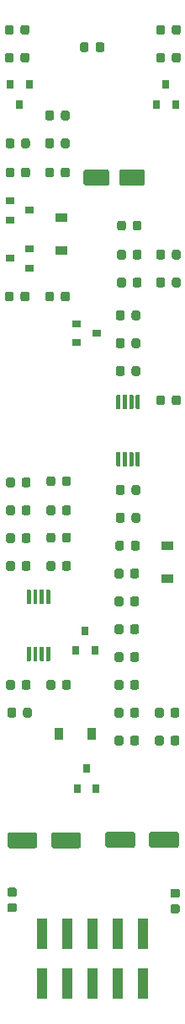
<source format=gbr>
G04 #@! TF.GenerationSoftware,KiCad,Pcbnew,(5.1.5)-3*
G04 #@! TF.CreationDate,2020-07-12T13:51:54+08:00*
G04 #@! TF.ProjectId,Kick-808,4b69636b-2d38-4303-982e-6b696361645f,rev?*
G04 #@! TF.SameCoordinates,Original*
G04 #@! TF.FileFunction,Paste,Bot*
G04 #@! TF.FilePolarity,Positive*
%FSLAX46Y46*%
G04 Gerber Fmt 4.6, Leading zero omitted, Abs format (unit mm)*
G04 Created by KiCad (PCBNEW (5.1.5)-3) date 2020-07-12 13:51:54*
%MOMM*%
%LPD*%
G04 APERTURE LIST*
%ADD10C,0.100000*%
%ADD11R,1.000000X3.150000*%
%ADD12R,0.800000X0.900000*%
%ADD13R,0.900000X0.800000*%
%ADD14R,1.200000X0.900000*%
%ADD15R,0.900000X1.200000*%
G04 APERTURE END LIST*
D10*
G36*
X129881691Y-121446053D02*
G01*
X129902926Y-121449203D01*
X129923750Y-121454419D01*
X129943962Y-121461651D01*
X129963368Y-121470830D01*
X129981781Y-121481866D01*
X129999024Y-121494654D01*
X130014930Y-121509070D01*
X130029346Y-121524976D01*
X130042134Y-121542219D01*
X130053170Y-121560632D01*
X130062349Y-121580038D01*
X130069581Y-121600250D01*
X130074797Y-121621074D01*
X130077947Y-121642309D01*
X130079000Y-121663750D01*
X130079000Y-122176250D01*
X130077947Y-122197691D01*
X130074797Y-122218926D01*
X130069581Y-122239750D01*
X130062349Y-122259962D01*
X130053170Y-122279368D01*
X130042134Y-122297781D01*
X130029346Y-122315024D01*
X130014930Y-122330930D01*
X129999024Y-122345346D01*
X129981781Y-122358134D01*
X129963368Y-122369170D01*
X129943962Y-122378349D01*
X129923750Y-122385581D01*
X129902926Y-122390797D01*
X129881691Y-122393947D01*
X129860250Y-122395000D01*
X129422750Y-122395000D01*
X129401309Y-122393947D01*
X129380074Y-122390797D01*
X129359250Y-122385581D01*
X129339038Y-122378349D01*
X129319632Y-122369170D01*
X129301219Y-122358134D01*
X129283976Y-122345346D01*
X129268070Y-122330930D01*
X129253654Y-122315024D01*
X129240866Y-122297781D01*
X129229830Y-122279368D01*
X129220651Y-122259962D01*
X129213419Y-122239750D01*
X129208203Y-122218926D01*
X129205053Y-122197691D01*
X129204000Y-122176250D01*
X129204000Y-121663750D01*
X129205053Y-121642309D01*
X129208203Y-121621074D01*
X129213419Y-121600250D01*
X129220651Y-121580038D01*
X129229830Y-121560632D01*
X129240866Y-121542219D01*
X129253654Y-121524976D01*
X129268070Y-121509070D01*
X129283976Y-121494654D01*
X129301219Y-121481866D01*
X129319632Y-121470830D01*
X129339038Y-121461651D01*
X129359250Y-121454419D01*
X129380074Y-121449203D01*
X129401309Y-121446053D01*
X129422750Y-121445000D01*
X129860250Y-121445000D01*
X129881691Y-121446053D01*
G37*
G36*
X131456691Y-121446053D02*
G01*
X131477926Y-121449203D01*
X131498750Y-121454419D01*
X131518962Y-121461651D01*
X131538368Y-121470830D01*
X131556781Y-121481866D01*
X131574024Y-121494654D01*
X131589930Y-121509070D01*
X131604346Y-121524976D01*
X131617134Y-121542219D01*
X131628170Y-121560632D01*
X131637349Y-121580038D01*
X131644581Y-121600250D01*
X131649797Y-121621074D01*
X131652947Y-121642309D01*
X131654000Y-121663750D01*
X131654000Y-122176250D01*
X131652947Y-122197691D01*
X131649797Y-122218926D01*
X131644581Y-122239750D01*
X131637349Y-122259962D01*
X131628170Y-122279368D01*
X131617134Y-122297781D01*
X131604346Y-122315024D01*
X131589930Y-122330930D01*
X131574024Y-122345346D01*
X131556781Y-122358134D01*
X131538368Y-122369170D01*
X131518962Y-122378349D01*
X131498750Y-122385581D01*
X131477926Y-122390797D01*
X131456691Y-122393947D01*
X131435250Y-122395000D01*
X130997750Y-122395000D01*
X130976309Y-122393947D01*
X130955074Y-122390797D01*
X130934250Y-122385581D01*
X130914038Y-122378349D01*
X130894632Y-122369170D01*
X130876219Y-122358134D01*
X130858976Y-122345346D01*
X130843070Y-122330930D01*
X130828654Y-122315024D01*
X130815866Y-122297781D01*
X130804830Y-122279368D01*
X130795651Y-122259962D01*
X130788419Y-122239750D01*
X130783203Y-122218926D01*
X130780053Y-122197691D01*
X130779000Y-122176250D01*
X130779000Y-121663750D01*
X130780053Y-121642309D01*
X130783203Y-121621074D01*
X130788419Y-121600250D01*
X130795651Y-121580038D01*
X130804830Y-121560632D01*
X130815866Y-121542219D01*
X130828654Y-121524976D01*
X130843070Y-121509070D01*
X130858976Y-121494654D01*
X130876219Y-121481866D01*
X130894632Y-121470830D01*
X130914038Y-121461651D01*
X130934250Y-121454419D01*
X130955074Y-121449203D01*
X130976309Y-121446053D01*
X130997750Y-121445000D01*
X131435250Y-121445000D01*
X131456691Y-121446053D01*
G37*
G36*
X131640802Y-87205482D02*
G01*
X131650509Y-87206921D01*
X131660028Y-87209306D01*
X131669268Y-87212612D01*
X131678140Y-87216808D01*
X131686557Y-87221853D01*
X131694439Y-87227699D01*
X131701711Y-87234289D01*
X131708301Y-87241561D01*
X131714147Y-87249443D01*
X131719192Y-87257860D01*
X131723388Y-87266732D01*
X131726694Y-87275972D01*
X131729079Y-87285491D01*
X131730518Y-87295198D01*
X131731000Y-87305000D01*
X131731000Y-88580000D01*
X131730518Y-88589802D01*
X131729079Y-88599509D01*
X131726694Y-88609028D01*
X131723388Y-88618268D01*
X131719192Y-88627140D01*
X131714147Y-88635557D01*
X131708301Y-88643439D01*
X131701711Y-88650711D01*
X131694439Y-88657301D01*
X131686557Y-88663147D01*
X131678140Y-88668192D01*
X131669268Y-88672388D01*
X131660028Y-88675694D01*
X131650509Y-88678079D01*
X131640802Y-88679518D01*
X131631000Y-88680000D01*
X131431000Y-88680000D01*
X131421198Y-88679518D01*
X131411491Y-88678079D01*
X131401972Y-88675694D01*
X131392732Y-88672388D01*
X131383860Y-88668192D01*
X131375443Y-88663147D01*
X131367561Y-88657301D01*
X131360289Y-88650711D01*
X131353699Y-88643439D01*
X131347853Y-88635557D01*
X131342808Y-88627140D01*
X131338612Y-88618268D01*
X131335306Y-88609028D01*
X131332921Y-88599509D01*
X131331482Y-88589802D01*
X131331000Y-88580000D01*
X131331000Y-87305000D01*
X131331482Y-87295198D01*
X131332921Y-87285491D01*
X131335306Y-87275972D01*
X131338612Y-87266732D01*
X131342808Y-87257860D01*
X131347853Y-87249443D01*
X131353699Y-87241561D01*
X131360289Y-87234289D01*
X131367561Y-87227699D01*
X131375443Y-87221853D01*
X131383860Y-87216808D01*
X131392732Y-87212612D01*
X131401972Y-87209306D01*
X131411491Y-87206921D01*
X131421198Y-87205482D01*
X131431000Y-87205000D01*
X131631000Y-87205000D01*
X131640802Y-87205482D01*
G37*
G36*
X130990802Y-87205482D02*
G01*
X131000509Y-87206921D01*
X131010028Y-87209306D01*
X131019268Y-87212612D01*
X131028140Y-87216808D01*
X131036557Y-87221853D01*
X131044439Y-87227699D01*
X131051711Y-87234289D01*
X131058301Y-87241561D01*
X131064147Y-87249443D01*
X131069192Y-87257860D01*
X131073388Y-87266732D01*
X131076694Y-87275972D01*
X131079079Y-87285491D01*
X131080518Y-87295198D01*
X131081000Y-87305000D01*
X131081000Y-88580000D01*
X131080518Y-88589802D01*
X131079079Y-88599509D01*
X131076694Y-88609028D01*
X131073388Y-88618268D01*
X131069192Y-88627140D01*
X131064147Y-88635557D01*
X131058301Y-88643439D01*
X131051711Y-88650711D01*
X131044439Y-88657301D01*
X131036557Y-88663147D01*
X131028140Y-88668192D01*
X131019268Y-88672388D01*
X131010028Y-88675694D01*
X131000509Y-88678079D01*
X130990802Y-88679518D01*
X130981000Y-88680000D01*
X130781000Y-88680000D01*
X130771198Y-88679518D01*
X130761491Y-88678079D01*
X130751972Y-88675694D01*
X130742732Y-88672388D01*
X130733860Y-88668192D01*
X130725443Y-88663147D01*
X130717561Y-88657301D01*
X130710289Y-88650711D01*
X130703699Y-88643439D01*
X130697853Y-88635557D01*
X130692808Y-88627140D01*
X130688612Y-88618268D01*
X130685306Y-88609028D01*
X130682921Y-88599509D01*
X130681482Y-88589802D01*
X130681000Y-88580000D01*
X130681000Y-87305000D01*
X130681482Y-87295198D01*
X130682921Y-87285491D01*
X130685306Y-87275972D01*
X130688612Y-87266732D01*
X130692808Y-87257860D01*
X130697853Y-87249443D01*
X130703699Y-87241561D01*
X130710289Y-87234289D01*
X130717561Y-87227699D01*
X130725443Y-87221853D01*
X130733860Y-87216808D01*
X130742732Y-87212612D01*
X130751972Y-87209306D01*
X130761491Y-87206921D01*
X130771198Y-87205482D01*
X130781000Y-87205000D01*
X130981000Y-87205000D01*
X130990802Y-87205482D01*
G37*
G36*
X130340802Y-87205482D02*
G01*
X130350509Y-87206921D01*
X130360028Y-87209306D01*
X130369268Y-87212612D01*
X130378140Y-87216808D01*
X130386557Y-87221853D01*
X130394439Y-87227699D01*
X130401711Y-87234289D01*
X130408301Y-87241561D01*
X130414147Y-87249443D01*
X130419192Y-87257860D01*
X130423388Y-87266732D01*
X130426694Y-87275972D01*
X130429079Y-87285491D01*
X130430518Y-87295198D01*
X130431000Y-87305000D01*
X130431000Y-88580000D01*
X130430518Y-88589802D01*
X130429079Y-88599509D01*
X130426694Y-88609028D01*
X130423388Y-88618268D01*
X130419192Y-88627140D01*
X130414147Y-88635557D01*
X130408301Y-88643439D01*
X130401711Y-88650711D01*
X130394439Y-88657301D01*
X130386557Y-88663147D01*
X130378140Y-88668192D01*
X130369268Y-88672388D01*
X130360028Y-88675694D01*
X130350509Y-88678079D01*
X130340802Y-88679518D01*
X130331000Y-88680000D01*
X130131000Y-88680000D01*
X130121198Y-88679518D01*
X130111491Y-88678079D01*
X130101972Y-88675694D01*
X130092732Y-88672388D01*
X130083860Y-88668192D01*
X130075443Y-88663147D01*
X130067561Y-88657301D01*
X130060289Y-88650711D01*
X130053699Y-88643439D01*
X130047853Y-88635557D01*
X130042808Y-88627140D01*
X130038612Y-88618268D01*
X130035306Y-88609028D01*
X130032921Y-88599509D01*
X130031482Y-88589802D01*
X130031000Y-88580000D01*
X130031000Y-87305000D01*
X130031482Y-87295198D01*
X130032921Y-87285491D01*
X130035306Y-87275972D01*
X130038612Y-87266732D01*
X130042808Y-87257860D01*
X130047853Y-87249443D01*
X130053699Y-87241561D01*
X130060289Y-87234289D01*
X130067561Y-87227699D01*
X130075443Y-87221853D01*
X130083860Y-87216808D01*
X130092732Y-87212612D01*
X130101972Y-87209306D01*
X130111491Y-87206921D01*
X130121198Y-87205482D01*
X130131000Y-87205000D01*
X130331000Y-87205000D01*
X130340802Y-87205482D01*
G37*
G36*
X129690802Y-87205482D02*
G01*
X129700509Y-87206921D01*
X129710028Y-87209306D01*
X129719268Y-87212612D01*
X129728140Y-87216808D01*
X129736557Y-87221853D01*
X129744439Y-87227699D01*
X129751711Y-87234289D01*
X129758301Y-87241561D01*
X129764147Y-87249443D01*
X129769192Y-87257860D01*
X129773388Y-87266732D01*
X129776694Y-87275972D01*
X129779079Y-87285491D01*
X129780518Y-87295198D01*
X129781000Y-87305000D01*
X129781000Y-88580000D01*
X129780518Y-88589802D01*
X129779079Y-88599509D01*
X129776694Y-88609028D01*
X129773388Y-88618268D01*
X129769192Y-88627140D01*
X129764147Y-88635557D01*
X129758301Y-88643439D01*
X129751711Y-88650711D01*
X129744439Y-88657301D01*
X129736557Y-88663147D01*
X129728140Y-88668192D01*
X129719268Y-88672388D01*
X129710028Y-88675694D01*
X129700509Y-88678079D01*
X129690802Y-88679518D01*
X129681000Y-88680000D01*
X129481000Y-88680000D01*
X129471198Y-88679518D01*
X129461491Y-88678079D01*
X129451972Y-88675694D01*
X129442732Y-88672388D01*
X129433860Y-88668192D01*
X129425443Y-88663147D01*
X129417561Y-88657301D01*
X129410289Y-88650711D01*
X129403699Y-88643439D01*
X129397853Y-88635557D01*
X129392808Y-88627140D01*
X129388612Y-88618268D01*
X129385306Y-88609028D01*
X129382921Y-88599509D01*
X129381482Y-88589802D01*
X129381000Y-88580000D01*
X129381000Y-87305000D01*
X129381482Y-87295198D01*
X129382921Y-87285491D01*
X129385306Y-87275972D01*
X129388612Y-87266732D01*
X129392808Y-87257860D01*
X129397853Y-87249443D01*
X129403699Y-87241561D01*
X129410289Y-87234289D01*
X129417561Y-87227699D01*
X129425443Y-87221853D01*
X129433860Y-87216808D01*
X129442732Y-87212612D01*
X129451972Y-87209306D01*
X129461491Y-87206921D01*
X129471198Y-87205482D01*
X129481000Y-87205000D01*
X129681000Y-87205000D01*
X129690802Y-87205482D01*
G37*
G36*
X129690802Y-92930482D02*
G01*
X129700509Y-92931921D01*
X129710028Y-92934306D01*
X129719268Y-92937612D01*
X129728140Y-92941808D01*
X129736557Y-92946853D01*
X129744439Y-92952699D01*
X129751711Y-92959289D01*
X129758301Y-92966561D01*
X129764147Y-92974443D01*
X129769192Y-92982860D01*
X129773388Y-92991732D01*
X129776694Y-93000972D01*
X129779079Y-93010491D01*
X129780518Y-93020198D01*
X129781000Y-93030000D01*
X129781000Y-94305000D01*
X129780518Y-94314802D01*
X129779079Y-94324509D01*
X129776694Y-94334028D01*
X129773388Y-94343268D01*
X129769192Y-94352140D01*
X129764147Y-94360557D01*
X129758301Y-94368439D01*
X129751711Y-94375711D01*
X129744439Y-94382301D01*
X129736557Y-94388147D01*
X129728140Y-94393192D01*
X129719268Y-94397388D01*
X129710028Y-94400694D01*
X129700509Y-94403079D01*
X129690802Y-94404518D01*
X129681000Y-94405000D01*
X129481000Y-94405000D01*
X129471198Y-94404518D01*
X129461491Y-94403079D01*
X129451972Y-94400694D01*
X129442732Y-94397388D01*
X129433860Y-94393192D01*
X129425443Y-94388147D01*
X129417561Y-94382301D01*
X129410289Y-94375711D01*
X129403699Y-94368439D01*
X129397853Y-94360557D01*
X129392808Y-94352140D01*
X129388612Y-94343268D01*
X129385306Y-94334028D01*
X129382921Y-94324509D01*
X129381482Y-94314802D01*
X129381000Y-94305000D01*
X129381000Y-93030000D01*
X129381482Y-93020198D01*
X129382921Y-93010491D01*
X129385306Y-93000972D01*
X129388612Y-92991732D01*
X129392808Y-92982860D01*
X129397853Y-92974443D01*
X129403699Y-92966561D01*
X129410289Y-92959289D01*
X129417561Y-92952699D01*
X129425443Y-92946853D01*
X129433860Y-92941808D01*
X129442732Y-92937612D01*
X129451972Y-92934306D01*
X129461491Y-92931921D01*
X129471198Y-92930482D01*
X129481000Y-92930000D01*
X129681000Y-92930000D01*
X129690802Y-92930482D01*
G37*
G36*
X130340802Y-92930482D02*
G01*
X130350509Y-92931921D01*
X130360028Y-92934306D01*
X130369268Y-92937612D01*
X130378140Y-92941808D01*
X130386557Y-92946853D01*
X130394439Y-92952699D01*
X130401711Y-92959289D01*
X130408301Y-92966561D01*
X130414147Y-92974443D01*
X130419192Y-92982860D01*
X130423388Y-92991732D01*
X130426694Y-93000972D01*
X130429079Y-93010491D01*
X130430518Y-93020198D01*
X130431000Y-93030000D01*
X130431000Y-94305000D01*
X130430518Y-94314802D01*
X130429079Y-94324509D01*
X130426694Y-94334028D01*
X130423388Y-94343268D01*
X130419192Y-94352140D01*
X130414147Y-94360557D01*
X130408301Y-94368439D01*
X130401711Y-94375711D01*
X130394439Y-94382301D01*
X130386557Y-94388147D01*
X130378140Y-94393192D01*
X130369268Y-94397388D01*
X130360028Y-94400694D01*
X130350509Y-94403079D01*
X130340802Y-94404518D01*
X130331000Y-94405000D01*
X130131000Y-94405000D01*
X130121198Y-94404518D01*
X130111491Y-94403079D01*
X130101972Y-94400694D01*
X130092732Y-94397388D01*
X130083860Y-94393192D01*
X130075443Y-94388147D01*
X130067561Y-94382301D01*
X130060289Y-94375711D01*
X130053699Y-94368439D01*
X130047853Y-94360557D01*
X130042808Y-94352140D01*
X130038612Y-94343268D01*
X130035306Y-94334028D01*
X130032921Y-94324509D01*
X130031482Y-94314802D01*
X130031000Y-94305000D01*
X130031000Y-93030000D01*
X130031482Y-93020198D01*
X130032921Y-93010491D01*
X130035306Y-93000972D01*
X130038612Y-92991732D01*
X130042808Y-92982860D01*
X130047853Y-92974443D01*
X130053699Y-92966561D01*
X130060289Y-92959289D01*
X130067561Y-92952699D01*
X130075443Y-92946853D01*
X130083860Y-92941808D01*
X130092732Y-92937612D01*
X130101972Y-92934306D01*
X130111491Y-92931921D01*
X130121198Y-92930482D01*
X130131000Y-92930000D01*
X130331000Y-92930000D01*
X130340802Y-92930482D01*
G37*
G36*
X130990802Y-92930482D02*
G01*
X131000509Y-92931921D01*
X131010028Y-92934306D01*
X131019268Y-92937612D01*
X131028140Y-92941808D01*
X131036557Y-92946853D01*
X131044439Y-92952699D01*
X131051711Y-92959289D01*
X131058301Y-92966561D01*
X131064147Y-92974443D01*
X131069192Y-92982860D01*
X131073388Y-92991732D01*
X131076694Y-93000972D01*
X131079079Y-93010491D01*
X131080518Y-93020198D01*
X131081000Y-93030000D01*
X131081000Y-94305000D01*
X131080518Y-94314802D01*
X131079079Y-94324509D01*
X131076694Y-94334028D01*
X131073388Y-94343268D01*
X131069192Y-94352140D01*
X131064147Y-94360557D01*
X131058301Y-94368439D01*
X131051711Y-94375711D01*
X131044439Y-94382301D01*
X131036557Y-94388147D01*
X131028140Y-94393192D01*
X131019268Y-94397388D01*
X131010028Y-94400694D01*
X131000509Y-94403079D01*
X130990802Y-94404518D01*
X130981000Y-94405000D01*
X130781000Y-94405000D01*
X130771198Y-94404518D01*
X130761491Y-94403079D01*
X130751972Y-94400694D01*
X130742732Y-94397388D01*
X130733860Y-94393192D01*
X130725443Y-94388147D01*
X130717561Y-94382301D01*
X130710289Y-94375711D01*
X130703699Y-94368439D01*
X130697853Y-94360557D01*
X130692808Y-94352140D01*
X130688612Y-94343268D01*
X130685306Y-94334028D01*
X130682921Y-94324509D01*
X130681482Y-94314802D01*
X130681000Y-94305000D01*
X130681000Y-93030000D01*
X130681482Y-93020198D01*
X130682921Y-93010491D01*
X130685306Y-93000972D01*
X130688612Y-92991732D01*
X130692808Y-92982860D01*
X130697853Y-92974443D01*
X130703699Y-92966561D01*
X130710289Y-92959289D01*
X130717561Y-92952699D01*
X130725443Y-92946853D01*
X130733860Y-92941808D01*
X130742732Y-92937612D01*
X130751972Y-92934306D01*
X130761491Y-92931921D01*
X130771198Y-92930482D01*
X130781000Y-92930000D01*
X130981000Y-92930000D01*
X130990802Y-92930482D01*
G37*
G36*
X131640802Y-92930482D02*
G01*
X131650509Y-92931921D01*
X131660028Y-92934306D01*
X131669268Y-92937612D01*
X131678140Y-92941808D01*
X131686557Y-92946853D01*
X131694439Y-92952699D01*
X131701711Y-92959289D01*
X131708301Y-92966561D01*
X131714147Y-92974443D01*
X131719192Y-92982860D01*
X131723388Y-92991732D01*
X131726694Y-93000972D01*
X131729079Y-93010491D01*
X131730518Y-93020198D01*
X131731000Y-93030000D01*
X131731000Y-94305000D01*
X131730518Y-94314802D01*
X131729079Y-94324509D01*
X131726694Y-94334028D01*
X131723388Y-94343268D01*
X131719192Y-94352140D01*
X131714147Y-94360557D01*
X131708301Y-94368439D01*
X131701711Y-94375711D01*
X131694439Y-94382301D01*
X131686557Y-94388147D01*
X131678140Y-94393192D01*
X131669268Y-94397388D01*
X131660028Y-94400694D01*
X131650509Y-94403079D01*
X131640802Y-94404518D01*
X131631000Y-94405000D01*
X131431000Y-94405000D01*
X131421198Y-94404518D01*
X131411491Y-94403079D01*
X131401972Y-94400694D01*
X131392732Y-94397388D01*
X131383860Y-94393192D01*
X131375443Y-94388147D01*
X131367561Y-94382301D01*
X131360289Y-94375711D01*
X131353699Y-94368439D01*
X131347853Y-94360557D01*
X131342808Y-94352140D01*
X131338612Y-94343268D01*
X131335306Y-94334028D01*
X131332921Y-94324509D01*
X131331482Y-94314802D01*
X131331000Y-94305000D01*
X131331000Y-93030000D01*
X131331482Y-93020198D01*
X131332921Y-93010491D01*
X131335306Y-93000972D01*
X131338612Y-92991732D01*
X131342808Y-92982860D01*
X131347853Y-92974443D01*
X131353699Y-92966561D01*
X131360289Y-92959289D01*
X131367561Y-92952699D01*
X131375443Y-92946853D01*
X131383860Y-92941808D01*
X131392732Y-92937612D01*
X131401972Y-92934306D01*
X131411491Y-92931921D01*
X131421198Y-92930482D01*
X131431000Y-92930000D01*
X131631000Y-92930000D01*
X131640802Y-92930482D01*
G37*
G36*
X120673802Y-112488482D02*
G01*
X120683509Y-112489921D01*
X120693028Y-112492306D01*
X120702268Y-112495612D01*
X120711140Y-112499808D01*
X120719557Y-112504853D01*
X120727439Y-112510699D01*
X120734711Y-112517289D01*
X120741301Y-112524561D01*
X120747147Y-112532443D01*
X120752192Y-112540860D01*
X120756388Y-112549732D01*
X120759694Y-112558972D01*
X120762079Y-112568491D01*
X120763518Y-112578198D01*
X120764000Y-112588000D01*
X120764000Y-113863000D01*
X120763518Y-113872802D01*
X120762079Y-113882509D01*
X120759694Y-113892028D01*
X120756388Y-113901268D01*
X120752192Y-113910140D01*
X120747147Y-113918557D01*
X120741301Y-113926439D01*
X120734711Y-113933711D01*
X120727439Y-113940301D01*
X120719557Y-113946147D01*
X120711140Y-113951192D01*
X120702268Y-113955388D01*
X120693028Y-113958694D01*
X120683509Y-113961079D01*
X120673802Y-113962518D01*
X120664000Y-113963000D01*
X120464000Y-113963000D01*
X120454198Y-113962518D01*
X120444491Y-113961079D01*
X120434972Y-113958694D01*
X120425732Y-113955388D01*
X120416860Y-113951192D01*
X120408443Y-113946147D01*
X120400561Y-113940301D01*
X120393289Y-113933711D01*
X120386699Y-113926439D01*
X120380853Y-113918557D01*
X120375808Y-113910140D01*
X120371612Y-113901268D01*
X120368306Y-113892028D01*
X120365921Y-113882509D01*
X120364482Y-113872802D01*
X120364000Y-113863000D01*
X120364000Y-112588000D01*
X120364482Y-112578198D01*
X120365921Y-112568491D01*
X120368306Y-112558972D01*
X120371612Y-112549732D01*
X120375808Y-112540860D01*
X120380853Y-112532443D01*
X120386699Y-112524561D01*
X120393289Y-112517289D01*
X120400561Y-112510699D01*
X120408443Y-112504853D01*
X120416860Y-112499808D01*
X120425732Y-112495612D01*
X120434972Y-112492306D01*
X120444491Y-112489921D01*
X120454198Y-112488482D01*
X120464000Y-112488000D01*
X120664000Y-112488000D01*
X120673802Y-112488482D01*
G37*
G36*
X121323802Y-112488482D02*
G01*
X121333509Y-112489921D01*
X121343028Y-112492306D01*
X121352268Y-112495612D01*
X121361140Y-112499808D01*
X121369557Y-112504853D01*
X121377439Y-112510699D01*
X121384711Y-112517289D01*
X121391301Y-112524561D01*
X121397147Y-112532443D01*
X121402192Y-112540860D01*
X121406388Y-112549732D01*
X121409694Y-112558972D01*
X121412079Y-112568491D01*
X121413518Y-112578198D01*
X121414000Y-112588000D01*
X121414000Y-113863000D01*
X121413518Y-113872802D01*
X121412079Y-113882509D01*
X121409694Y-113892028D01*
X121406388Y-113901268D01*
X121402192Y-113910140D01*
X121397147Y-113918557D01*
X121391301Y-113926439D01*
X121384711Y-113933711D01*
X121377439Y-113940301D01*
X121369557Y-113946147D01*
X121361140Y-113951192D01*
X121352268Y-113955388D01*
X121343028Y-113958694D01*
X121333509Y-113961079D01*
X121323802Y-113962518D01*
X121314000Y-113963000D01*
X121114000Y-113963000D01*
X121104198Y-113962518D01*
X121094491Y-113961079D01*
X121084972Y-113958694D01*
X121075732Y-113955388D01*
X121066860Y-113951192D01*
X121058443Y-113946147D01*
X121050561Y-113940301D01*
X121043289Y-113933711D01*
X121036699Y-113926439D01*
X121030853Y-113918557D01*
X121025808Y-113910140D01*
X121021612Y-113901268D01*
X121018306Y-113892028D01*
X121015921Y-113882509D01*
X121014482Y-113872802D01*
X121014000Y-113863000D01*
X121014000Y-112588000D01*
X121014482Y-112578198D01*
X121015921Y-112568491D01*
X121018306Y-112558972D01*
X121021612Y-112549732D01*
X121025808Y-112540860D01*
X121030853Y-112532443D01*
X121036699Y-112524561D01*
X121043289Y-112517289D01*
X121050561Y-112510699D01*
X121058443Y-112504853D01*
X121066860Y-112499808D01*
X121075732Y-112495612D01*
X121084972Y-112492306D01*
X121094491Y-112489921D01*
X121104198Y-112488482D01*
X121114000Y-112488000D01*
X121314000Y-112488000D01*
X121323802Y-112488482D01*
G37*
G36*
X121973802Y-112488482D02*
G01*
X121983509Y-112489921D01*
X121993028Y-112492306D01*
X122002268Y-112495612D01*
X122011140Y-112499808D01*
X122019557Y-112504853D01*
X122027439Y-112510699D01*
X122034711Y-112517289D01*
X122041301Y-112524561D01*
X122047147Y-112532443D01*
X122052192Y-112540860D01*
X122056388Y-112549732D01*
X122059694Y-112558972D01*
X122062079Y-112568491D01*
X122063518Y-112578198D01*
X122064000Y-112588000D01*
X122064000Y-113863000D01*
X122063518Y-113872802D01*
X122062079Y-113882509D01*
X122059694Y-113892028D01*
X122056388Y-113901268D01*
X122052192Y-113910140D01*
X122047147Y-113918557D01*
X122041301Y-113926439D01*
X122034711Y-113933711D01*
X122027439Y-113940301D01*
X122019557Y-113946147D01*
X122011140Y-113951192D01*
X122002268Y-113955388D01*
X121993028Y-113958694D01*
X121983509Y-113961079D01*
X121973802Y-113962518D01*
X121964000Y-113963000D01*
X121764000Y-113963000D01*
X121754198Y-113962518D01*
X121744491Y-113961079D01*
X121734972Y-113958694D01*
X121725732Y-113955388D01*
X121716860Y-113951192D01*
X121708443Y-113946147D01*
X121700561Y-113940301D01*
X121693289Y-113933711D01*
X121686699Y-113926439D01*
X121680853Y-113918557D01*
X121675808Y-113910140D01*
X121671612Y-113901268D01*
X121668306Y-113892028D01*
X121665921Y-113882509D01*
X121664482Y-113872802D01*
X121664000Y-113863000D01*
X121664000Y-112588000D01*
X121664482Y-112578198D01*
X121665921Y-112568491D01*
X121668306Y-112558972D01*
X121671612Y-112549732D01*
X121675808Y-112540860D01*
X121680853Y-112532443D01*
X121686699Y-112524561D01*
X121693289Y-112517289D01*
X121700561Y-112510699D01*
X121708443Y-112504853D01*
X121716860Y-112499808D01*
X121725732Y-112495612D01*
X121734972Y-112492306D01*
X121744491Y-112489921D01*
X121754198Y-112488482D01*
X121764000Y-112488000D01*
X121964000Y-112488000D01*
X121973802Y-112488482D01*
G37*
G36*
X122623802Y-112488482D02*
G01*
X122633509Y-112489921D01*
X122643028Y-112492306D01*
X122652268Y-112495612D01*
X122661140Y-112499808D01*
X122669557Y-112504853D01*
X122677439Y-112510699D01*
X122684711Y-112517289D01*
X122691301Y-112524561D01*
X122697147Y-112532443D01*
X122702192Y-112540860D01*
X122706388Y-112549732D01*
X122709694Y-112558972D01*
X122712079Y-112568491D01*
X122713518Y-112578198D01*
X122714000Y-112588000D01*
X122714000Y-113863000D01*
X122713518Y-113872802D01*
X122712079Y-113882509D01*
X122709694Y-113892028D01*
X122706388Y-113901268D01*
X122702192Y-113910140D01*
X122697147Y-113918557D01*
X122691301Y-113926439D01*
X122684711Y-113933711D01*
X122677439Y-113940301D01*
X122669557Y-113946147D01*
X122661140Y-113951192D01*
X122652268Y-113955388D01*
X122643028Y-113958694D01*
X122633509Y-113961079D01*
X122623802Y-113962518D01*
X122614000Y-113963000D01*
X122414000Y-113963000D01*
X122404198Y-113962518D01*
X122394491Y-113961079D01*
X122384972Y-113958694D01*
X122375732Y-113955388D01*
X122366860Y-113951192D01*
X122358443Y-113946147D01*
X122350561Y-113940301D01*
X122343289Y-113933711D01*
X122336699Y-113926439D01*
X122330853Y-113918557D01*
X122325808Y-113910140D01*
X122321612Y-113901268D01*
X122318306Y-113892028D01*
X122315921Y-113882509D01*
X122314482Y-113872802D01*
X122314000Y-113863000D01*
X122314000Y-112588000D01*
X122314482Y-112578198D01*
X122315921Y-112568491D01*
X122318306Y-112558972D01*
X122321612Y-112549732D01*
X122325808Y-112540860D01*
X122330853Y-112532443D01*
X122336699Y-112524561D01*
X122343289Y-112517289D01*
X122350561Y-112510699D01*
X122358443Y-112504853D01*
X122366860Y-112499808D01*
X122375732Y-112495612D01*
X122384972Y-112492306D01*
X122394491Y-112489921D01*
X122404198Y-112488482D01*
X122414000Y-112488000D01*
X122614000Y-112488000D01*
X122623802Y-112488482D01*
G37*
G36*
X122623802Y-106763482D02*
G01*
X122633509Y-106764921D01*
X122643028Y-106767306D01*
X122652268Y-106770612D01*
X122661140Y-106774808D01*
X122669557Y-106779853D01*
X122677439Y-106785699D01*
X122684711Y-106792289D01*
X122691301Y-106799561D01*
X122697147Y-106807443D01*
X122702192Y-106815860D01*
X122706388Y-106824732D01*
X122709694Y-106833972D01*
X122712079Y-106843491D01*
X122713518Y-106853198D01*
X122714000Y-106863000D01*
X122714000Y-108138000D01*
X122713518Y-108147802D01*
X122712079Y-108157509D01*
X122709694Y-108167028D01*
X122706388Y-108176268D01*
X122702192Y-108185140D01*
X122697147Y-108193557D01*
X122691301Y-108201439D01*
X122684711Y-108208711D01*
X122677439Y-108215301D01*
X122669557Y-108221147D01*
X122661140Y-108226192D01*
X122652268Y-108230388D01*
X122643028Y-108233694D01*
X122633509Y-108236079D01*
X122623802Y-108237518D01*
X122614000Y-108238000D01*
X122414000Y-108238000D01*
X122404198Y-108237518D01*
X122394491Y-108236079D01*
X122384972Y-108233694D01*
X122375732Y-108230388D01*
X122366860Y-108226192D01*
X122358443Y-108221147D01*
X122350561Y-108215301D01*
X122343289Y-108208711D01*
X122336699Y-108201439D01*
X122330853Y-108193557D01*
X122325808Y-108185140D01*
X122321612Y-108176268D01*
X122318306Y-108167028D01*
X122315921Y-108157509D01*
X122314482Y-108147802D01*
X122314000Y-108138000D01*
X122314000Y-106863000D01*
X122314482Y-106853198D01*
X122315921Y-106843491D01*
X122318306Y-106833972D01*
X122321612Y-106824732D01*
X122325808Y-106815860D01*
X122330853Y-106807443D01*
X122336699Y-106799561D01*
X122343289Y-106792289D01*
X122350561Y-106785699D01*
X122358443Y-106779853D01*
X122366860Y-106774808D01*
X122375732Y-106770612D01*
X122384972Y-106767306D01*
X122394491Y-106764921D01*
X122404198Y-106763482D01*
X122414000Y-106763000D01*
X122614000Y-106763000D01*
X122623802Y-106763482D01*
G37*
G36*
X121973802Y-106763482D02*
G01*
X121983509Y-106764921D01*
X121993028Y-106767306D01*
X122002268Y-106770612D01*
X122011140Y-106774808D01*
X122019557Y-106779853D01*
X122027439Y-106785699D01*
X122034711Y-106792289D01*
X122041301Y-106799561D01*
X122047147Y-106807443D01*
X122052192Y-106815860D01*
X122056388Y-106824732D01*
X122059694Y-106833972D01*
X122062079Y-106843491D01*
X122063518Y-106853198D01*
X122064000Y-106863000D01*
X122064000Y-108138000D01*
X122063518Y-108147802D01*
X122062079Y-108157509D01*
X122059694Y-108167028D01*
X122056388Y-108176268D01*
X122052192Y-108185140D01*
X122047147Y-108193557D01*
X122041301Y-108201439D01*
X122034711Y-108208711D01*
X122027439Y-108215301D01*
X122019557Y-108221147D01*
X122011140Y-108226192D01*
X122002268Y-108230388D01*
X121993028Y-108233694D01*
X121983509Y-108236079D01*
X121973802Y-108237518D01*
X121964000Y-108238000D01*
X121764000Y-108238000D01*
X121754198Y-108237518D01*
X121744491Y-108236079D01*
X121734972Y-108233694D01*
X121725732Y-108230388D01*
X121716860Y-108226192D01*
X121708443Y-108221147D01*
X121700561Y-108215301D01*
X121693289Y-108208711D01*
X121686699Y-108201439D01*
X121680853Y-108193557D01*
X121675808Y-108185140D01*
X121671612Y-108176268D01*
X121668306Y-108167028D01*
X121665921Y-108157509D01*
X121664482Y-108147802D01*
X121664000Y-108138000D01*
X121664000Y-106863000D01*
X121664482Y-106853198D01*
X121665921Y-106843491D01*
X121668306Y-106833972D01*
X121671612Y-106824732D01*
X121675808Y-106815860D01*
X121680853Y-106807443D01*
X121686699Y-106799561D01*
X121693289Y-106792289D01*
X121700561Y-106785699D01*
X121708443Y-106779853D01*
X121716860Y-106774808D01*
X121725732Y-106770612D01*
X121734972Y-106767306D01*
X121744491Y-106764921D01*
X121754198Y-106763482D01*
X121764000Y-106763000D01*
X121964000Y-106763000D01*
X121973802Y-106763482D01*
G37*
G36*
X121323802Y-106763482D02*
G01*
X121333509Y-106764921D01*
X121343028Y-106767306D01*
X121352268Y-106770612D01*
X121361140Y-106774808D01*
X121369557Y-106779853D01*
X121377439Y-106785699D01*
X121384711Y-106792289D01*
X121391301Y-106799561D01*
X121397147Y-106807443D01*
X121402192Y-106815860D01*
X121406388Y-106824732D01*
X121409694Y-106833972D01*
X121412079Y-106843491D01*
X121413518Y-106853198D01*
X121414000Y-106863000D01*
X121414000Y-108138000D01*
X121413518Y-108147802D01*
X121412079Y-108157509D01*
X121409694Y-108167028D01*
X121406388Y-108176268D01*
X121402192Y-108185140D01*
X121397147Y-108193557D01*
X121391301Y-108201439D01*
X121384711Y-108208711D01*
X121377439Y-108215301D01*
X121369557Y-108221147D01*
X121361140Y-108226192D01*
X121352268Y-108230388D01*
X121343028Y-108233694D01*
X121333509Y-108236079D01*
X121323802Y-108237518D01*
X121314000Y-108238000D01*
X121114000Y-108238000D01*
X121104198Y-108237518D01*
X121094491Y-108236079D01*
X121084972Y-108233694D01*
X121075732Y-108230388D01*
X121066860Y-108226192D01*
X121058443Y-108221147D01*
X121050561Y-108215301D01*
X121043289Y-108208711D01*
X121036699Y-108201439D01*
X121030853Y-108193557D01*
X121025808Y-108185140D01*
X121021612Y-108176268D01*
X121018306Y-108167028D01*
X121015921Y-108157509D01*
X121014482Y-108147802D01*
X121014000Y-108138000D01*
X121014000Y-106863000D01*
X121014482Y-106853198D01*
X121015921Y-106843491D01*
X121018306Y-106833972D01*
X121021612Y-106824732D01*
X121025808Y-106815860D01*
X121030853Y-106807443D01*
X121036699Y-106799561D01*
X121043289Y-106792289D01*
X121050561Y-106785699D01*
X121058443Y-106779853D01*
X121066860Y-106774808D01*
X121075732Y-106770612D01*
X121084972Y-106767306D01*
X121094491Y-106764921D01*
X121104198Y-106763482D01*
X121114000Y-106763000D01*
X121314000Y-106763000D01*
X121323802Y-106763482D01*
G37*
G36*
X120673802Y-106763482D02*
G01*
X120683509Y-106764921D01*
X120693028Y-106767306D01*
X120702268Y-106770612D01*
X120711140Y-106774808D01*
X120719557Y-106779853D01*
X120727439Y-106785699D01*
X120734711Y-106792289D01*
X120741301Y-106799561D01*
X120747147Y-106807443D01*
X120752192Y-106815860D01*
X120756388Y-106824732D01*
X120759694Y-106833972D01*
X120762079Y-106843491D01*
X120763518Y-106853198D01*
X120764000Y-106863000D01*
X120764000Y-108138000D01*
X120763518Y-108147802D01*
X120762079Y-108157509D01*
X120759694Y-108167028D01*
X120756388Y-108176268D01*
X120752192Y-108185140D01*
X120747147Y-108193557D01*
X120741301Y-108201439D01*
X120734711Y-108208711D01*
X120727439Y-108215301D01*
X120719557Y-108221147D01*
X120711140Y-108226192D01*
X120702268Y-108230388D01*
X120693028Y-108233694D01*
X120683509Y-108236079D01*
X120673802Y-108237518D01*
X120664000Y-108238000D01*
X120464000Y-108238000D01*
X120454198Y-108237518D01*
X120444491Y-108236079D01*
X120434972Y-108233694D01*
X120425732Y-108230388D01*
X120416860Y-108226192D01*
X120408443Y-108221147D01*
X120400561Y-108215301D01*
X120393289Y-108208711D01*
X120386699Y-108201439D01*
X120380853Y-108193557D01*
X120375808Y-108185140D01*
X120371612Y-108176268D01*
X120368306Y-108167028D01*
X120365921Y-108157509D01*
X120364482Y-108147802D01*
X120364000Y-108138000D01*
X120364000Y-106863000D01*
X120364482Y-106853198D01*
X120365921Y-106843491D01*
X120368306Y-106833972D01*
X120371612Y-106824732D01*
X120375808Y-106815860D01*
X120380853Y-106807443D01*
X120386699Y-106799561D01*
X120393289Y-106792289D01*
X120400561Y-106785699D01*
X120408443Y-106779853D01*
X120416860Y-106774808D01*
X120425732Y-106770612D01*
X120434972Y-106767306D01*
X120444491Y-106764921D01*
X120454198Y-106763482D01*
X120464000Y-106763000D01*
X120664000Y-106763000D01*
X120673802Y-106763482D01*
G37*
G36*
X123023691Y-101075253D02*
G01*
X123044926Y-101078403D01*
X123065750Y-101083619D01*
X123085962Y-101090851D01*
X123105368Y-101100030D01*
X123123781Y-101111066D01*
X123141024Y-101123854D01*
X123156930Y-101138270D01*
X123171346Y-101154176D01*
X123184134Y-101171419D01*
X123195170Y-101189832D01*
X123204349Y-101209238D01*
X123211581Y-101229450D01*
X123216797Y-101250274D01*
X123219947Y-101271509D01*
X123221000Y-101292950D01*
X123221000Y-101805450D01*
X123219947Y-101826891D01*
X123216797Y-101848126D01*
X123211581Y-101868950D01*
X123204349Y-101889162D01*
X123195170Y-101908568D01*
X123184134Y-101926981D01*
X123171346Y-101944224D01*
X123156930Y-101960130D01*
X123141024Y-101974546D01*
X123123781Y-101987334D01*
X123105368Y-101998370D01*
X123085962Y-102007549D01*
X123065750Y-102014781D01*
X123044926Y-102019997D01*
X123023691Y-102023147D01*
X123002250Y-102024200D01*
X122564750Y-102024200D01*
X122543309Y-102023147D01*
X122522074Y-102019997D01*
X122501250Y-102014781D01*
X122481038Y-102007549D01*
X122461632Y-101998370D01*
X122443219Y-101987334D01*
X122425976Y-101974546D01*
X122410070Y-101960130D01*
X122395654Y-101944224D01*
X122382866Y-101926981D01*
X122371830Y-101908568D01*
X122362651Y-101889162D01*
X122355419Y-101868950D01*
X122350203Y-101848126D01*
X122347053Y-101826891D01*
X122346000Y-101805450D01*
X122346000Y-101292950D01*
X122347053Y-101271509D01*
X122350203Y-101250274D01*
X122355419Y-101229450D01*
X122362651Y-101209238D01*
X122371830Y-101189832D01*
X122382866Y-101171419D01*
X122395654Y-101154176D01*
X122410070Y-101138270D01*
X122425976Y-101123854D01*
X122443219Y-101111066D01*
X122461632Y-101100030D01*
X122481038Y-101090851D01*
X122501250Y-101083619D01*
X122522074Y-101078403D01*
X122543309Y-101075253D01*
X122564750Y-101074200D01*
X123002250Y-101074200D01*
X123023691Y-101075253D01*
G37*
G36*
X124598691Y-101075253D02*
G01*
X124619926Y-101078403D01*
X124640750Y-101083619D01*
X124660962Y-101090851D01*
X124680368Y-101100030D01*
X124698781Y-101111066D01*
X124716024Y-101123854D01*
X124731930Y-101138270D01*
X124746346Y-101154176D01*
X124759134Y-101171419D01*
X124770170Y-101189832D01*
X124779349Y-101209238D01*
X124786581Y-101229450D01*
X124791797Y-101250274D01*
X124794947Y-101271509D01*
X124796000Y-101292950D01*
X124796000Y-101805450D01*
X124794947Y-101826891D01*
X124791797Y-101848126D01*
X124786581Y-101868950D01*
X124779349Y-101889162D01*
X124770170Y-101908568D01*
X124759134Y-101926981D01*
X124746346Y-101944224D01*
X124731930Y-101960130D01*
X124716024Y-101974546D01*
X124698781Y-101987334D01*
X124680368Y-101998370D01*
X124660962Y-102007549D01*
X124640750Y-102014781D01*
X124619926Y-102019997D01*
X124598691Y-102023147D01*
X124577250Y-102024200D01*
X124139750Y-102024200D01*
X124118309Y-102023147D01*
X124097074Y-102019997D01*
X124076250Y-102014781D01*
X124056038Y-102007549D01*
X124036632Y-101998370D01*
X124018219Y-101987334D01*
X124000976Y-101974546D01*
X123985070Y-101960130D01*
X123970654Y-101944224D01*
X123957866Y-101926981D01*
X123946830Y-101908568D01*
X123937651Y-101889162D01*
X123930419Y-101868950D01*
X123925203Y-101848126D01*
X123922053Y-101826891D01*
X123921000Y-101805450D01*
X123921000Y-101292950D01*
X123922053Y-101271509D01*
X123925203Y-101250274D01*
X123930419Y-101229450D01*
X123937651Y-101209238D01*
X123946830Y-101189832D01*
X123957866Y-101171419D01*
X123970654Y-101154176D01*
X123985070Y-101138270D01*
X124000976Y-101123854D01*
X124018219Y-101111066D01*
X124036632Y-101100030D01*
X124056038Y-101090851D01*
X124076250Y-101083619D01*
X124097074Y-101078403D01*
X124118309Y-101075253D01*
X124139750Y-101074200D01*
X124577250Y-101074200D01*
X124598691Y-101075253D01*
G37*
G36*
X118959691Y-115858053D02*
G01*
X118980926Y-115861203D01*
X119001750Y-115866419D01*
X119021962Y-115873651D01*
X119041368Y-115882830D01*
X119059781Y-115893866D01*
X119077024Y-115906654D01*
X119092930Y-115921070D01*
X119107346Y-115936976D01*
X119120134Y-115954219D01*
X119131170Y-115972632D01*
X119140349Y-115992038D01*
X119147581Y-116012250D01*
X119152797Y-116033074D01*
X119155947Y-116054309D01*
X119157000Y-116075750D01*
X119157000Y-116588250D01*
X119155947Y-116609691D01*
X119152797Y-116630926D01*
X119147581Y-116651750D01*
X119140349Y-116671962D01*
X119131170Y-116691368D01*
X119120134Y-116709781D01*
X119107346Y-116727024D01*
X119092930Y-116742930D01*
X119077024Y-116757346D01*
X119059781Y-116770134D01*
X119041368Y-116781170D01*
X119021962Y-116790349D01*
X119001750Y-116797581D01*
X118980926Y-116802797D01*
X118959691Y-116805947D01*
X118938250Y-116807000D01*
X118500750Y-116807000D01*
X118479309Y-116805947D01*
X118458074Y-116802797D01*
X118437250Y-116797581D01*
X118417038Y-116790349D01*
X118397632Y-116781170D01*
X118379219Y-116770134D01*
X118361976Y-116757346D01*
X118346070Y-116742930D01*
X118331654Y-116727024D01*
X118318866Y-116709781D01*
X118307830Y-116691368D01*
X118298651Y-116671962D01*
X118291419Y-116651750D01*
X118286203Y-116630926D01*
X118283053Y-116609691D01*
X118282000Y-116588250D01*
X118282000Y-116075750D01*
X118283053Y-116054309D01*
X118286203Y-116033074D01*
X118291419Y-116012250D01*
X118298651Y-115992038D01*
X118307830Y-115972632D01*
X118318866Y-115954219D01*
X118331654Y-115936976D01*
X118346070Y-115921070D01*
X118361976Y-115906654D01*
X118379219Y-115893866D01*
X118397632Y-115882830D01*
X118417038Y-115873651D01*
X118437250Y-115866419D01*
X118458074Y-115861203D01*
X118479309Y-115858053D01*
X118500750Y-115857000D01*
X118938250Y-115857000D01*
X118959691Y-115858053D01*
G37*
G36*
X120534691Y-115858053D02*
G01*
X120555926Y-115861203D01*
X120576750Y-115866419D01*
X120596962Y-115873651D01*
X120616368Y-115882830D01*
X120634781Y-115893866D01*
X120652024Y-115906654D01*
X120667930Y-115921070D01*
X120682346Y-115936976D01*
X120695134Y-115954219D01*
X120706170Y-115972632D01*
X120715349Y-115992038D01*
X120722581Y-116012250D01*
X120727797Y-116033074D01*
X120730947Y-116054309D01*
X120732000Y-116075750D01*
X120732000Y-116588250D01*
X120730947Y-116609691D01*
X120727797Y-116630926D01*
X120722581Y-116651750D01*
X120715349Y-116671962D01*
X120706170Y-116691368D01*
X120695134Y-116709781D01*
X120682346Y-116727024D01*
X120667930Y-116742930D01*
X120652024Y-116757346D01*
X120634781Y-116770134D01*
X120616368Y-116781170D01*
X120596962Y-116790349D01*
X120576750Y-116797581D01*
X120555926Y-116802797D01*
X120534691Y-116805947D01*
X120513250Y-116807000D01*
X120075750Y-116807000D01*
X120054309Y-116805947D01*
X120033074Y-116802797D01*
X120012250Y-116797581D01*
X119992038Y-116790349D01*
X119972632Y-116781170D01*
X119954219Y-116770134D01*
X119936976Y-116757346D01*
X119921070Y-116742930D01*
X119906654Y-116727024D01*
X119893866Y-116709781D01*
X119882830Y-116691368D01*
X119873651Y-116671962D01*
X119866419Y-116651750D01*
X119861203Y-116630926D01*
X119858053Y-116609691D01*
X119857000Y-116588250D01*
X119857000Y-116075750D01*
X119858053Y-116054309D01*
X119861203Y-116033074D01*
X119866419Y-116012250D01*
X119873651Y-115992038D01*
X119882830Y-115972632D01*
X119893866Y-115954219D01*
X119906654Y-115936976D01*
X119921070Y-115921070D01*
X119936976Y-115906654D01*
X119954219Y-115893866D01*
X119972632Y-115882830D01*
X119992038Y-115873651D01*
X120012250Y-115866419D01*
X120033074Y-115861203D01*
X120054309Y-115858053D01*
X120075750Y-115857000D01*
X120513250Y-115857000D01*
X120534691Y-115858053D01*
G37*
D11*
X121920000Y-141303000D03*
X121920000Y-146353000D03*
X124460000Y-141303000D03*
X124460000Y-146353000D03*
X127000000Y-141303000D03*
X127000000Y-146353000D03*
X129540000Y-141303000D03*
X129540000Y-146353000D03*
X132080000Y-141303000D03*
X132080000Y-146353000D03*
D10*
G36*
X120407691Y-50097453D02*
G01*
X120428926Y-50100603D01*
X120449750Y-50105819D01*
X120469962Y-50113051D01*
X120489368Y-50122230D01*
X120507781Y-50133266D01*
X120525024Y-50146054D01*
X120540930Y-50160470D01*
X120555346Y-50176376D01*
X120568134Y-50193619D01*
X120579170Y-50212032D01*
X120588349Y-50231438D01*
X120595581Y-50251650D01*
X120600797Y-50272474D01*
X120603947Y-50293709D01*
X120605000Y-50315150D01*
X120605000Y-50827650D01*
X120603947Y-50849091D01*
X120600797Y-50870326D01*
X120595581Y-50891150D01*
X120588349Y-50911362D01*
X120579170Y-50930768D01*
X120568134Y-50949181D01*
X120555346Y-50966424D01*
X120540930Y-50982330D01*
X120525024Y-50996746D01*
X120507781Y-51009534D01*
X120489368Y-51020570D01*
X120469962Y-51029749D01*
X120449750Y-51036981D01*
X120428926Y-51042197D01*
X120407691Y-51045347D01*
X120386250Y-51046400D01*
X119948750Y-51046400D01*
X119927309Y-51045347D01*
X119906074Y-51042197D01*
X119885250Y-51036981D01*
X119865038Y-51029749D01*
X119845632Y-51020570D01*
X119827219Y-51009534D01*
X119809976Y-50996746D01*
X119794070Y-50982330D01*
X119779654Y-50966424D01*
X119766866Y-50949181D01*
X119755830Y-50930768D01*
X119746651Y-50911362D01*
X119739419Y-50891150D01*
X119734203Y-50870326D01*
X119731053Y-50849091D01*
X119730000Y-50827650D01*
X119730000Y-50315150D01*
X119731053Y-50293709D01*
X119734203Y-50272474D01*
X119739419Y-50251650D01*
X119746651Y-50231438D01*
X119755830Y-50212032D01*
X119766866Y-50193619D01*
X119779654Y-50176376D01*
X119794070Y-50160470D01*
X119809976Y-50146054D01*
X119827219Y-50133266D01*
X119845632Y-50122230D01*
X119865038Y-50113051D01*
X119885250Y-50105819D01*
X119906074Y-50100603D01*
X119927309Y-50097453D01*
X119948750Y-50096400D01*
X120386250Y-50096400D01*
X120407691Y-50097453D01*
G37*
G36*
X118832691Y-50097453D02*
G01*
X118853926Y-50100603D01*
X118874750Y-50105819D01*
X118894962Y-50113051D01*
X118914368Y-50122230D01*
X118932781Y-50133266D01*
X118950024Y-50146054D01*
X118965930Y-50160470D01*
X118980346Y-50176376D01*
X118993134Y-50193619D01*
X119004170Y-50212032D01*
X119013349Y-50231438D01*
X119020581Y-50251650D01*
X119025797Y-50272474D01*
X119028947Y-50293709D01*
X119030000Y-50315150D01*
X119030000Y-50827650D01*
X119028947Y-50849091D01*
X119025797Y-50870326D01*
X119020581Y-50891150D01*
X119013349Y-50911362D01*
X119004170Y-50930768D01*
X118993134Y-50949181D01*
X118980346Y-50966424D01*
X118965930Y-50982330D01*
X118950024Y-50996746D01*
X118932781Y-51009534D01*
X118914368Y-51020570D01*
X118894962Y-51029749D01*
X118874750Y-51036981D01*
X118853926Y-51042197D01*
X118832691Y-51045347D01*
X118811250Y-51046400D01*
X118373750Y-51046400D01*
X118352309Y-51045347D01*
X118331074Y-51042197D01*
X118310250Y-51036981D01*
X118290038Y-51029749D01*
X118270632Y-51020570D01*
X118252219Y-51009534D01*
X118234976Y-50996746D01*
X118219070Y-50982330D01*
X118204654Y-50966424D01*
X118191866Y-50949181D01*
X118180830Y-50930768D01*
X118171651Y-50911362D01*
X118164419Y-50891150D01*
X118159203Y-50870326D01*
X118156053Y-50849091D01*
X118155000Y-50827650D01*
X118155000Y-50315150D01*
X118156053Y-50293709D01*
X118159203Y-50272474D01*
X118164419Y-50251650D01*
X118171651Y-50231438D01*
X118180830Y-50212032D01*
X118191866Y-50193619D01*
X118204654Y-50176376D01*
X118219070Y-50160470D01*
X118234976Y-50146054D01*
X118252219Y-50133266D01*
X118270632Y-50122230D01*
X118290038Y-50113051D01*
X118310250Y-50105819D01*
X118331074Y-50100603D01*
X118352309Y-50097453D01*
X118373750Y-50096400D01*
X118811250Y-50096400D01*
X118832691Y-50097453D01*
G37*
G36*
X120407691Y-52891453D02*
G01*
X120428926Y-52894603D01*
X120449750Y-52899819D01*
X120469962Y-52907051D01*
X120489368Y-52916230D01*
X120507781Y-52927266D01*
X120525024Y-52940054D01*
X120540930Y-52954470D01*
X120555346Y-52970376D01*
X120568134Y-52987619D01*
X120579170Y-53006032D01*
X120588349Y-53025438D01*
X120595581Y-53045650D01*
X120600797Y-53066474D01*
X120603947Y-53087709D01*
X120605000Y-53109150D01*
X120605000Y-53621650D01*
X120603947Y-53643091D01*
X120600797Y-53664326D01*
X120595581Y-53685150D01*
X120588349Y-53705362D01*
X120579170Y-53724768D01*
X120568134Y-53743181D01*
X120555346Y-53760424D01*
X120540930Y-53776330D01*
X120525024Y-53790746D01*
X120507781Y-53803534D01*
X120489368Y-53814570D01*
X120469962Y-53823749D01*
X120449750Y-53830981D01*
X120428926Y-53836197D01*
X120407691Y-53839347D01*
X120386250Y-53840400D01*
X119948750Y-53840400D01*
X119927309Y-53839347D01*
X119906074Y-53836197D01*
X119885250Y-53830981D01*
X119865038Y-53823749D01*
X119845632Y-53814570D01*
X119827219Y-53803534D01*
X119809976Y-53790746D01*
X119794070Y-53776330D01*
X119779654Y-53760424D01*
X119766866Y-53743181D01*
X119755830Y-53724768D01*
X119746651Y-53705362D01*
X119739419Y-53685150D01*
X119734203Y-53664326D01*
X119731053Y-53643091D01*
X119730000Y-53621650D01*
X119730000Y-53109150D01*
X119731053Y-53087709D01*
X119734203Y-53066474D01*
X119739419Y-53045650D01*
X119746651Y-53025438D01*
X119755830Y-53006032D01*
X119766866Y-52987619D01*
X119779654Y-52970376D01*
X119794070Y-52954470D01*
X119809976Y-52940054D01*
X119827219Y-52927266D01*
X119845632Y-52916230D01*
X119865038Y-52907051D01*
X119885250Y-52899819D01*
X119906074Y-52894603D01*
X119927309Y-52891453D01*
X119948750Y-52890400D01*
X120386250Y-52890400D01*
X120407691Y-52891453D01*
G37*
G36*
X118832691Y-52891453D02*
G01*
X118853926Y-52894603D01*
X118874750Y-52899819D01*
X118894962Y-52907051D01*
X118914368Y-52916230D01*
X118932781Y-52927266D01*
X118950024Y-52940054D01*
X118965930Y-52954470D01*
X118980346Y-52970376D01*
X118993134Y-52987619D01*
X119004170Y-53006032D01*
X119013349Y-53025438D01*
X119020581Y-53045650D01*
X119025797Y-53066474D01*
X119028947Y-53087709D01*
X119030000Y-53109150D01*
X119030000Y-53621650D01*
X119028947Y-53643091D01*
X119025797Y-53664326D01*
X119020581Y-53685150D01*
X119013349Y-53705362D01*
X119004170Y-53724768D01*
X118993134Y-53743181D01*
X118980346Y-53760424D01*
X118965930Y-53776330D01*
X118950024Y-53790746D01*
X118932781Y-53803534D01*
X118914368Y-53814570D01*
X118894962Y-53823749D01*
X118874750Y-53830981D01*
X118853926Y-53836197D01*
X118832691Y-53839347D01*
X118811250Y-53840400D01*
X118373750Y-53840400D01*
X118352309Y-53839347D01*
X118331074Y-53836197D01*
X118310250Y-53830981D01*
X118290038Y-53823749D01*
X118270632Y-53814570D01*
X118252219Y-53803534D01*
X118234976Y-53790746D01*
X118219070Y-53776330D01*
X118204654Y-53760424D01*
X118191866Y-53743181D01*
X118180830Y-53724768D01*
X118171651Y-53705362D01*
X118164419Y-53685150D01*
X118159203Y-53664326D01*
X118156053Y-53643091D01*
X118155000Y-53621650D01*
X118155000Y-53109150D01*
X118156053Y-53087709D01*
X118159203Y-53066474D01*
X118164419Y-53045650D01*
X118171651Y-53025438D01*
X118180830Y-53006032D01*
X118191866Y-52987619D01*
X118204654Y-52970376D01*
X118219070Y-52954470D01*
X118234976Y-52940054D01*
X118252219Y-52927266D01*
X118270632Y-52916230D01*
X118290038Y-52907051D01*
X118310250Y-52899819D01*
X118331074Y-52894603D01*
X118352309Y-52891453D01*
X118373750Y-52890400D01*
X118811250Y-52890400D01*
X118832691Y-52891453D01*
G37*
G36*
X120661691Y-118652053D02*
G01*
X120682926Y-118655203D01*
X120703750Y-118660419D01*
X120723962Y-118667651D01*
X120743368Y-118676830D01*
X120761781Y-118687866D01*
X120779024Y-118700654D01*
X120794930Y-118715070D01*
X120809346Y-118730976D01*
X120822134Y-118748219D01*
X120833170Y-118766632D01*
X120842349Y-118786038D01*
X120849581Y-118806250D01*
X120854797Y-118827074D01*
X120857947Y-118848309D01*
X120859000Y-118869750D01*
X120859000Y-119382250D01*
X120857947Y-119403691D01*
X120854797Y-119424926D01*
X120849581Y-119445750D01*
X120842349Y-119465962D01*
X120833170Y-119485368D01*
X120822134Y-119503781D01*
X120809346Y-119521024D01*
X120794930Y-119536930D01*
X120779024Y-119551346D01*
X120761781Y-119564134D01*
X120743368Y-119575170D01*
X120723962Y-119584349D01*
X120703750Y-119591581D01*
X120682926Y-119596797D01*
X120661691Y-119599947D01*
X120640250Y-119601000D01*
X120202750Y-119601000D01*
X120181309Y-119599947D01*
X120160074Y-119596797D01*
X120139250Y-119591581D01*
X120119038Y-119584349D01*
X120099632Y-119575170D01*
X120081219Y-119564134D01*
X120063976Y-119551346D01*
X120048070Y-119536930D01*
X120033654Y-119521024D01*
X120020866Y-119503781D01*
X120009830Y-119485368D01*
X120000651Y-119465962D01*
X119993419Y-119445750D01*
X119988203Y-119424926D01*
X119985053Y-119403691D01*
X119984000Y-119382250D01*
X119984000Y-118869750D01*
X119985053Y-118848309D01*
X119988203Y-118827074D01*
X119993419Y-118806250D01*
X120000651Y-118786038D01*
X120009830Y-118766632D01*
X120020866Y-118748219D01*
X120033654Y-118730976D01*
X120048070Y-118715070D01*
X120063976Y-118700654D01*
X120081219Y-118687866D01*
X120099632Y-118676830D01*
X120119038Y-118667651D01*
X120139250Y-118660419D01*
X120160074Y-118655203D01*
X120181309Y-118652053D01*
X120202750Y-118651000D01*
X120640250Y-118651000D01*
X120661691Y-118652053D01*
G37*
G36*
X119086691Y-118652053D02*
G01*
X119107926Y-118655203D01*
X119128750Y-118660419D01*
X119148962Y-118667651D01*
X119168368Y-118676830D01*
X119186781Y-118687866D01*
X119204024Y-118700654D01*
X119219930Y-118715070D01*
X119234346Y-118730976D01*
X119247134Y-118748219D01*
X119258170Y-118766632D01*
X119267349Y-118786038D01*
X119274581Y-118806250D01*
X119279797Y-118827074D01*
X119282947Y-118848309D01*
X119284000Y-118869750D01*
X119284000Y-119382250D01*
X119282947Y-119403691D01*
X119279797Y-119424926D01*
X119274581Y-119445750D01*
X119267349Y-119465962D01*
X119258170Y-119485368D01*
X119247134Y-119503781D01*
X119234346Y-119521024D01*
X119219930Y-119536930D01*
X119204024Y-119551346D01*
X119186781Y-119564134D01*
X119168368Y-119575170D01*
X119148962Y-119584349D01*
X119128750Y-119591581D01*
X119107926Y-119596797D01*
X119086691Y-119599947D01*
X119065250Y-119601000D01*
X118627750Y-119601000D01*
X118606309Y-119599947D01*
X118585074Y-119596797D01*
X118564250Y-119591581D01*
X118544038Y-119584349D01*
X118524632Y-119575170D01*
X118506219Y-119564134D01*
X118488976Y-119551346D01*
X118473070Y-119536930D01*
X118458654Y-119521024D01*
X118445866Y-119503781D01*
X118434830Y-119485368D01*
X118425651Y-119465962D01*
X118418419Y-119445750D01*
X118413203Y-119424926D01*
X118410053Y-119403691D01*
X118409000Y-119382250D01*
X118409000Y-118869750D01*
X118410053Y-118848309D01*
X118413203Y-118827074D01*
X118418419Y-118806250D01*
X118425651Y-118786038D01*
X118434830Y-118766632D01*
X118445866Y-118748219D01*
X118458654Y-118730976D01*
X118473070Y-118715070D01*
X118488976Y-118700654D01*
X118506219Y-118687866D01*
X118524632Y-118676830D01*
X118544038Y-118667651D01*
X118564250Y-118660419D01*
X118585074Y-118655203D01*
X118606309Y-118652053D01*
X118627750Y-118651000D01*
X119065250Y-118651000D01*
X119086691Y-118652053D01*
G37*
G36*
X130008691Y-81568053D02*
G01*
X130029926Y-81571203D01*
X130050750Y-81576419D01*
X130070962Y-81583651D01*
X130090368Y-81592830D01*
X130108781Y-81603866D01*
X130126024Y-81616654D01*
X130141930Y-81631070D01*
X130156346Y-81646976D01*
X130169134Y-81664219D01*
X130180170Y-81682632D01*
X130189349Y-81702038D01*
X130196581Y-81722250D01*
X130201797Y-81743074D01*
X130204947Y-81764309D01*
X130206000Y-81785750D01*
X130206000Y-82298250D01*
X130204947Y-82319691D01*
X130201797Y-82340926D01*
X130196581Y-82361750D01*
X130189349Y-82381962D01*
X130180170Y-82401368D01*
X130169134Y-82419781D01*
X130156346Y-82437024D01*
X130141930Y-82452930D01*
X130126024Y-82467346D01*
X130108781Y-82480134D01*
X130090368Y-82491170D01*
X130070962Y-82500349D01*
X130050750Y-82507581D01*
X130029926Y-82512797D01*
X130008691Y-82515947D01*
X129987250Y-82517000D01*
X129549750Y-82517000D01*
X129528309Y-82515947D01*
X129507074Y-82512797D01*
X129486250Y-82507581D01*
X129466038Y-82500349D01*
X129446632Y-82491170D01*
X129428219Y-82480134D01*
X129410976Y-82467346D01*
X129395070Y-82452930D01*
X129380654Y-82437024D01*
X129367866Y-82419781D01*
X129356830Y-82401368D01*
X129347651Y-82381962D01*
X129340419Y-82361750D01*
X129335203Y-82340926D01*
X129332053Y-82319691D01*
X129331000Y-82298250D01*
X129331000Y-81785750D01*
X129332053Y-81764309D01*
X129335203Y-81743074D01*
X129340419Y-81722250D01*
X129347651Y-81702038D01*
X129356830Y-81682632D01*
X129367866Y-81664219D01*
X129380654Y-81646976D01*
X129395070Y-81631070D01*
X129410976Y-81616654D01*
X129428219Y-81603866D01*
X129446632Y-81592830D01*
X129466038Y-81583651D01*
X129486250Y-81576419D01*
X129507074Y-81571203D01*
X129528309Y-81568053D01*
X129549750Y-81567000D01*
X129987250Y-81567000D01*
X130008691Y-81568053D01*
G37*
G36*
X131583691Y-81568053D02*
G01*
X131604926Y-81571203D01*
X131625750Y-81576419D01*
X131645962Y-81583651D01*
X131665368Y-81592830D01*
X131683781Y-81603866D01*
X131701024Y-81616654D01*
X131716930Y-81631070D01*
X131731346Y-81646976D01*
X131744134Y-81664219D01*
X131755170Y-81682632D01*
X131764349Y-81702038D01*
X131771581Y-81722250D01*
X131776797Y-81743074D01*
X131779947Y-81764309D01*
X131781000Y-81785750D01*
X131781000Y-82298250D01*
X131779947Y-82319691D01*
X131776797Y-82340926D01*
X131771581Y-82361750D01*
X131764349Y-82381962D01*
X131755170Y-82401368D01*
X131744134Y-82419781D01*
X131731346Y-82437024D01*
X131716930Y-82452930D01*
X131701024Y-82467346D01*
X131683781Y-82480134D01*
X131665368Y-82491170D01*
X131645962Y-82500349D01*
X131625750Y-82507581D01*
X131604926Y-82512797D01*
X131583691Y-82515947D01*
X131562250Y-82517000D01*
X131124750Y-82517000D01*
X131103309Y-82515947D01*
X131082074Y-82512797D01*
X131061250Y-82507581D01*
X131041038Y-82500349D01*
X131021632Y-82491170D01*
X131003219Y-82480134D01*
X130985976Y-82467346D01*
X130970070Y-82452930D01*
X130955654Y-82437024D01*
X130942866Y-82419781D01*
X130931830Y-82401368D01*
X130922651Y-82381962D01*
X130915419Y-82361750D01*
X130910203Y-82340926D01*
X130907053Y-82319691D01*
X130906000Y-82298250D01*
X130906000Y-81785750D01*
X130907053Y-81764309D01*
X130910203Y-81743074D01*
X130915419Y-81722250D01*
X130922651Y-81702038D01*
X130931830Y-81682632D01*
X130942866Y-81664219D01*
X130955654Y-81646976D01*
X130970070Y-81631070D01*
X130985976Y-81616654D01*
X131003219Y-81603866D01*
X131021632Y-81592830D01*
X131041038Y-81583651D01*
X131061250Y-81576419D01*
X131082074Y-81571203D01*
X131103309Y-81568053D01*
X131124750Y-81567000D01*
X131562250Y-81567000D01*
X131583691Y-81568053D01*
G37*
G36*
X135647691Y-50097453D02*
G01*
X135668926Y-50100603D01*
X135689750Y-50105819D01*
X135709962Y-50113051D01*
X135729368Y-50122230D01*
X135747781Y-50133266D01*
X135765024Y-50146054D01*
X135780930Y-50160470D01*
X135795346Y-50176376D01*
X135808134Y-50193619D01*
X135819170Y-50212032D01*
X135828349Y-50231438D01*
X135835581Y-50251650D01*
X135840797Y-50272474D01*
X135843947Y-50293709D01*
X135845000Y-50315150D01*
X135845000Y-50827650D01*
X135843947Y-50849091D01*
X135840797Y-50870326D01*
X135835581Y-50891150D01*
X135828349Y-50911362D01*
X135819170Y-50930768D01*
X135808134Y-50949181D01*
X135795346Y-50966424D01*
X135780930Y-50982330D01*
X135765024Y-50996746D01*
X135747781Y-51009534D01*
X135729368Y-51020570D01*
X135709962Y-51029749D01*
X135689750Y-51036981D01*
X135668926Y-51042197D01*
X135647691Y-51045347D01*
X135626250Y-51046400D01*
X135188750Y-51046400D01*
X135167309Y-51045347D01*
X135146074Y-51042197D01*
X135125250Y-51036981D01*
X135105038Y-51029749D01*
X135085632Y-51020570D01*
X135067219Y-51009534D01*
X135049976Y-50996746D01*
X135034070Y-50982330D01*
X135019654Y-50966424D01*
X135006866Y-50949181D01*
X134995830Y-50930768D01*
X134986651Y-50911362D01*
X134979419Y-50891150D01*
X134974203Y-50870326D01*
X134971053Y-50849091D01*
X134970000Y-50827650D01*
X134970000Y-50315150D01*
X134971053Y-50293709D01*
X134974203Y-50272474D01*
X134979419Y-50251650D01*
X134986651Y-50231438D01*
X134995830Y-50212032D01*
X135006866Y-50193619D01*
X135019654Y-50176376D01*
X135034070Y-50160470D01*
X135049976Y-50146054D01*
X135067219Y-50133266D01*
X135085632Y-50122230D01*
X135105038Y-50113051D01*
X135125250Y-50105819D01*
X135146074Y-50100603D01*
X135167309Y-50097453D01*
X135188750Y-50096400D01*
X135626250Y-50096400D01*
X135647691Y-50097453D01*
G37*
G36*
X134072691Y-50097453D02*
G01*
X134093926Y-50100603D01*
X134114750Y-50105819D01*
X134134962Y-50113051D01*
X134154368Y-50122230D01*
X134172781Y-50133266D01*
X134190024Y-50146054D01*
X134205930Y-50160470D01*
X134220346Y-50176376D01*
X134233134Y-50193619D01*
X134244170Y-50212032D01*
X134253349Y-50231438D01*
X134260581Y-50251650D01*
X134265797Y-50272474D01*
X134268947Y-50293709D01*
X134270000Y-50315150D01*
X134270000Y-50827650D01*
X134268947Y-50849091D01*
X134265797Y-50870326D01*
X134260581Y-50891150D01*
X134253349Y-50911362D01*
X134244170Y-50930768D01*
X134233134Y-50949181D01*
X134220346Y-50966424D01*
X134205930Y-50982330D01*
X134190024Y-50996746D01*
X134172781Y-51009534D01*
X134154368Y-51020570D01*
X134134962Y-51029749D01*
X134114750Y-51036981D01*
X134093926Y-51042197D01*
X134072691Y-51045347D01*
X134051250Y-51046400D01*
X133613750Y-51046400D01*
X133592309Y-51045347D01*
X133571074Y-51042197D01*
X133550250Y-51036981D01*
X133530038Y-51029749D01*
X133510632Y-51020570D01*
X133492219Y-51009534D01*
X133474976Y-50996746D01*
X133459070Y-50982330D01*
X133444654Y-50966424D01*
X133431866Y-50949181D01*
X133420830Y-50930768D01*
X133411651Y-50911362D01*
X133404419Y-50891150D01*
X133399203Y-50870326D01*
X133396053Y-50849091D01*
X133395000Y-50827650D01*
X133395000Y-50315150D01*
X133396053Y-50293709D01*
X133399203Y-50272474D01*
X133404419Y-50251650D01*
X133411651Y-50231438D01*
X133420830Y-50212032D01*
X133431866Y-50193619D01*
X133444654Y-50176376D01*
X133459070Y-50160470D01*
X133474976Y-50146054D01*
X133492219Y-50133266D01*
X133510632Y-50122230D01*
X133530038Y-50113051D01*
X133550250Y-50105819D01*
X133571074Y-50100603D01*
X133592309Y-50097453D01*
X133613750Y-50096400D01*
X134051250Y-50096400D01*
X134072691Y-50097453D01*
G37*
G36*
X130008691Y-84362053D02*
G01*
X130029926Y-84365203D01*
X130050750Y-84370419D01*
X130070962Y-84377651D01*
X130090368Y-84386830D01*
X130108781Y-84397866D01*
X130126024Y-84410654D01*
X130141930Y-84425070D01*
X130156346Y-84440976D01*
X130169134Y-84458219D01*
X130180170Y-84476632D01*
X130189349Y-84496038D01*
X130196581Y-84516250D01*
X130201797Y-84537074D01*
X130204947Y-84558309D01*
X130206000Y-84579750D01*
X130206000Y-85092250D01*
X130204947Y-85113691D01*
X130201797Y-85134926D01*
X130196581Y-85155750D01*
X130189349Y-85175962D01*
X130180170Y-85195368D01*
X130169134Y-85213781D01*
X130156346Y-85231024D01*
X130141930Y-85246930D01*
X130126024Y-85261346D01*
X130108781Y-85274134D01*
X130090368Y-85285170D01*
X130070962Y-85294349D01*
X130050750Y-85301581D01*
X130029926Y-85306797D01*
X130008691Y-85309947D01*
X129987250Y-85311000D01*
X129549750Y-85311000D01*
X129528309Y-85309947D01*
X129507074Y-85306797D01*
X129486250Y-85301581D01*
X129466038Y-85294349D01*
X129446632Y-85285170D01*
X129428219Y-85274134D01*
X129410976Y-85261346D01*
X129395070Y-85246930D01*
X129380654Y-85231024D01*
X129367866Y-85213781D01*
X129356830Y-85195368D01*
X129347651Y-85175962D01*
X129340419Y-85155750D01*
X129335203Y-85134926D01*
X129332053Y-85113691D01*
X129331000Y-85092250D01*
X129331000Y-84579750D01*
X129332053Y-84558309D01*
X129335203Y-84537074D01*
X129340419Y-84516250D01*
X129347651Y-84496038D01*
X129356830Y-84476632D01*
X129367866Y-84458219D01*
X129380654Y-84440976D01*
X129395070Y-84425070D01*
X129410976Y-84410654D01*
X129428219Y-84397866D01*
X129446632Y-84386830D01*
X129466038Y-84377651D01*
X129486250Y-84370419D01*
X129507074Y-84365203D01*
X129528309Y-84362053D01*
X129549750Y-84361000D01*
X129987250Y-84361000D01*
X130008691Y-84362053D01*
G37*
G36*
X131583691Y-84362053D02*
G01*
X131604926Y-84365203D01*
X131625750Y-84370419D01*
X131645962Y-84377651D01*
X131665368Y-84386830D01*
X131683781Y-84397866D01*
X131701024Y-84410654D01*
X131716930Y-84425070D01*
X131731346Y-84440976D01*
X131744134Y-84458219D01*
X131755170Y-84476632D01*
X131764349Y-84496038D01*
X131771581Y-84516250D01*
X131776797Y-84537074D01*
X131779947Y-84558309D01*
X131781000Y-84579750D01*
X131781000Y-85092250D01*
X131779947Y-85113691D01*
X131776797Y-85134926D01*
X131771581Y-85155750D01*
X131764349Y-85175962D01*
X131755170Y-85195368D01*
X131744134Y-85213781D01*
X131731346Y-85231024D01*
X131716930Y-85246930D01*
X131701024Y-85261346D01*
X131683781Y-85274134D01*
X131665368Y-85285170D01*
X131645962Y-85294349D01*
X131625750Y-85301581D01*
X131604926Y-85306797D01*
X131583691Y-85309947D01*
X131562250Y-85311000D01*
X131124750Y-85311000D01*
X131103309Y-85309947D01*
X131082074Y-85306797D01*
X131061250Y-85301581D01*
X131041038Y-85294349D01*
X131021632Y-85285170D01*
X131003219Y-85274134D01*
X130985976Y-85261346D01*
X130970070Y-85246930D01*
X130955654Y-85231024D01*
X130942866Y-85213781D01*
X130931830Y-85195368D01*
X130922651Y-85175962D01*
X130915419Y-85155750D01*
X130910203Y-85134926D01*
X130907053Y-85113691D01*
X130906000Y-85092250D01*
X130906000Y-84579750D01*
X130907053Y-84558309D01*
X130910203Y-84537074D01*
X130915419Y-84516250D01*
X130922651Y-84496038D01*
X130931830Y-84476632D01*
X130942866Y-84458219D01*
X130955654Y-84440976D01*
X130970070Y-84425070D01*
X130985976Y-84410654D01*
X131003219Y-84397866D01*
X131021632Y-84386830D01*
X131041038Y-84377651D01*
X131061250Y-84370419D01*
X131082074Y-84365203D01*
X131103309Y-84362053D01*
X131124750Y-84361000D01*
X131562250Y-84361000D01*
X131583691Y-84362053D01*
G37*
G36*
X134072691Y-52891453D02*
G01*
X134093926Y-52894603D01*
X134114750Y-52899819D01*
X134134962Y-52907051D01*
X134154368Y-52916230D01*
X134172781Y-52927266D01*
X134190024Y-52940054D01*
X134205930Y-52954470D01*
X134220346Y-52970376D01*
X134233134Y-52987619D01*
X134244170Y-53006032D01*
X134253349Y-53025438D01*
X134260581Y-53045650D01*
X134265797Y-53066474D01*
X134268947Y-53087709D01*
X134270000Y-53109150D01*
X134270000Y-53621650D01*
X134268947Y-53643091D01*
X134265797Y-53664326D01*
X134260581Y-53685150D01*
X134253349Y-53705362D01*
X134244170Y-53724768D01*
X134233134Y-53743181D01*
X134220346Y-53760424D01*
X134205930Y-53776330D01*
X134190024Y-53790746D01*
X134172781Y-53803534D01*
X134154368Y-53814570D01*
X134134962Y-53823749D01*
X134114750Y-53830981D01*
X134093926Y-53836197D01*
X134072691Y-53839347D01*
X134051250Y-53840400D01*
X133613750Y-53840400D01*
X133592309Y-53839347D01*
X133571074Y-53836197D01*
X133550250Y-53830981D01*
X133530038Y-53823749D01*
X133510632Y-53814570D01*
X133492219Y-53803534D01*
X133474976Y-53790746D01*
X133459070Y-53776330D01*
X133444654Y-53760424D01*
X133431866Y-53743181D01*
X133420830Y-53724768D01*
X133411651Y-53705362D01*
X133404419Y-53685150D01*
X133399203Y-53664326D01*
X133396053Y-53643091D01*
X133395000Y-53621650D01*
X133395000Y-53109150D01*
X133396053Y-53087709D01*
X133399203Y-53066474D01*
X133404419Y-53045650D01*
X133411651Y-53025438D01*
X133420830Y-53006032D01*
X133431866Y-52987619D01*
X133444654Y-52970376D01*
X133459070Y-52954470D01*
X133474976Y-52940054D01*
X133492219Y-52927266D01*
X133510632Y-52916230D01*
X133530038Y-52907051D01*
X133550250Y-52899819D01*
X133571074Y-52894603D01*
X133592309Y-52891453D01*
X133613750Y-52890400D01*
X134051250Y-52890400D01*
X134072691Y-52891453D01*
G37*
G36*
X135647691Y-52891453D02*
G01*
X135668926Y-52894603D01*
X135689750Y-52899819D01*
X135709962Y-52907051D01*
X135729368Y-52916230D01*
X135747781Y-52927266D01*
X135765024Y-52940054D01*
X135780930Y-52954470D01*
X135795346Y-52970376D01*
X135808134Y-52987619D01*
X135819170Y-53006032D01*
X135828349Y-53025438D01*
X135835581Y-53045650D01*
X135840797Y-53066474D01*
X135843947Y-53087709D01*
X135845000Y-53109150D01*
X135845000Y-53621650D01*
X135843947Y-53643091D01*
X135840797Y-53664326D01*
X135835581Y-53685150D01*
X135828349Y-53705362D01*
X135819170Y-53724768D01*
X135808134Y-53743181D01*
X135795346Y-53760424D01*
X135780930Y-53776330D01*
X135765024Y-53790746D01*
X135747781Y-53803534D01*
X135729368Y-53814570D01*
X135709962Y-53823749D01*
X135689750Y-53830981D01*
X135668926Y-53836197D01*
X135647691Y-53839347D01*
X135626250Y-53840400D01*
X135188750Y-53840400D01*
X135167309Y-53839347D01*
X135146074Y-53836197D01*
X135125250Y-53830981D01*
X135105038Y-53823749D01*
X135085632Y-53814570D01*
X135067219Y-53803534D01*
X135049976Y-53790746D01*
X135034070Y-53776330D01*
X135019654Y-53760424D01*
X135006866Y-53743181D01*
X134995830Y-53724768D01*
X134986651Y-53705362D01*
X134979419Y-53685150D01*
X134974203Y-53664326D01*
X134971053Y-53643091D01*
X134970000Y-53621650D01*
X134970000Y-53109150D01*
X134971053Y-53087709D01*
X134974203Y-53066474D01*
X134979419Y-53045650D01*
X134986651Y-53025438D01*
X134995830Y-53006032D01*
X135006866Y-52987619D01*
X135019654Y-52970376D01*
X135034070Y-52954470D01*
X135049976Y-52940054D01*
X135067219Y-52927266D01*
X135085632Y-52916230D01*
X135105038Y-52907051D01*
X135125250Y-52899819D01*
X135146074Y-52894603D01*
X135167309Y-52891453D01*
X135188750Y-52890400D01*
X135626250Y-52890400D01*
X135647691Y-52891453D01*
G37*
G36*
X131583691Y-78774053D02*
G01*
X131604926Y-78777203D01*
X131625750Y-78782419D01*
X131645962Y-78789651D01*
X131665368Y-78798830D01*
X131683781Y-78809866D01*
X131701024Y-78822654D01*
X131716930Y-78837070D01*
X131731346Y-78852976D01*
X131744134Y-78870219D01*
X131755170Y-78888632D01*
X131764349Y-78908038D01*
X131771581Y-78928250D01*
X131776797Y-78949074D01*
X131779947Y-78970309D01*
X131781000Y-78991750D01*
X131781000Y-79504250D01*
X131779947Y-79525691D01*
X131776797Y-79546926D01*
X131771581Y-79567750D01*
X131764349Y-79587962D01*
X131755170Y-79607368D01*
X131744134Y-79625781D01*
X131731346Y-79643024D01*
X131716930Y-79658930D01*
X131701024Y-79673346D01*
X131683781Y-79686134D01*
X131665368Y-79697170D01*
X131645962Y-79706349D01*
X131625750Y-79713581D01*
X131604926Y-79718797D01*
X131583691Y-79721947D01*
X131562250Y-79723000D01*
X131124750Y-79723000D01*
X131103309Y-79721947D01*
X131082074Y-79718797D01*
X131061250Y-79713581D01*
X131041038Y-79706349D01*
X131021632Y-79697170D01*
X131003219Y-79686134D01*
X130985976Y-79673346D01*
X130970070Y-79658930D01*
X130955654Y-79643024D01*
X130942866Y-79625781D01*
X130931830Y-79607368D01*
X130922651Y-79587962D01*
X130915419Y-79567750D01*
X130910203Y-79546926D01*
X130907053Y-79525691D01*
X130906000Y-79504250D01*
X130906000Y-78991750D01*
X130907053Y-78970309D01*
X130910203Y-78949074D01*
X130915419Y-78928250D01*
X130922651Y-78908038D01*
X130931830Y-78888632D01*
X130942866Y-78870219D01*
X130955654Y-78852976D01*
X130970070Y-78837070D01*
X130985976Y-78822654D01*
X131003219Y-78809866D01*
X131021632Y-78798830D01*
X131041038Y-78789651D01*
X131061250Y-78782419D01*
X131082074Y-78777203D01*
X131103309Y-78774053D01*
X131124750Y-78773000D01*
X131562250Y-78773000D01*
X131583691Y-78774053D01*
G37*
G36*
X130008691Y-78774053D02*
G01*
X130029926Y-78777203D01*
X130050750Y-78782419D01*
X130070962Y-78789651D01*
X130090368Y-78798830D01*
X130108781Y-78809866D01*
X130126024Y-78822654D01*
X130141930Y-78837070D01*
X130156346Y-78852976D01*
X130169134Y-78870219D01*
X130180170Y-78888632D01*
X130189349Y-78908038D01*
X130196581Y-78928250D01*
X130201797Y-78949074D01*
X130204947Y-78970309D01*
X130206000Y-78991750D01*
X130206000Y-79504250D01*
X130204947Y-79525691D01*
X130201797Y-79546926D01*
X130196581Y-79567750D01*
X130189349Y-79587962D01*
X130180170Y-79607368D01*
X130169134Y-79625781D01*
X130156346Y-79643024D01*
X130141930Y-79658930D01*
X130126024Y-79673346D01*
X130108781Y-79686134D01*
X130090368Y-79697170D01*
X130070962Y-79706349D01*
X130050750Y-79713581D01*
X130029926Y-79718797D01*
X130008691Y-79721947D01*
X129987250Y-79723000D01*
X129549750Y-79723000D01*
X129528309Y-79721947D01*
X129507074Y-79718797D01*
X129486250Y-79713581D01*
X129466038Y-79706349D01*
X129446632Y-79697170D01*
X129428219Y-79686134D01*
X129410976Y-79673346D01*
X129395070Y-79658930D01*
X129380654Y-79643024D01*
X129367866Y-79625781D01*
X129356830Y-79607368D01*
X129347651Y-79587962D01*
X129340419Y-79567750D01*
X129335203Y-79546926D01*
X129332053Y-79525691D01*
X129331000Y-79504250D01*
X129331000Y-78991750D01*
X129332053Y-78970309D01*
X129335203Y-78949074D01*
X129340419Y-78928250D01*
X129347651Y-78908038D01*
X129356830Y-78888632D01*
X129367866Y-78870219D01*
X129380654Y-78852976D01*
X129395070Y-78837070D01*
X129410976Y-78822654D01*
X129428219Y-78809866D01*
X129446632Y-78798830D01*
X129466038Y-78789651D01*
X129486250Y-78782419D01*
X129507074Y-78777203D01*
X129528309Y-78774053D01*
X129549750Y-78773000D01*
X129987250Y-78773000D01*
X130008691Y-78774053D01*
G37*
G36*
X131710691Y-72678053D02*
G01*
X131731926Y-72681203D01*
X131752750Y-72686419D01*
X131772962Y-72693651D01*
X131792368Y-72702830D01*
X131810781Y-72713866D01*
X131828024Y-72726654D01*
X131843930Y-72741070D01*
X131858346Y-72756976D01*
X131871134Y-72774219D01*
X131882170Y-72792632D01*
X131891349Y-72812038D01*
X131898581Y-72832250D01*
X131903797Y-72853074D01*
X131906947Y-72874309D01*
X131908000Y-72895750D01*
X131908000Y-73408250D01*
X131906947Y-73429691D01*
X131903797Y-73450926D01*
X131898581Y-73471750D01*
X131891349Y-73491962D01*
X131882170Y-73511368D01*
X131871134Y-73529781D01*
X131858346Y-73547024D01*
X131843930Y-73562930D01*
X131828024Y-73577346D01*
X131810781Y-73590134D01*
X131792368Y-73601170D01*
X131772962Y-73610349D01*
X131752750Y-73617581D01*
X131731926Y-73622797D01*
X131710691Y-73625947D01*
X131689250Y-73627000D01*
X131251750Y-73627000D01*
X131230309Y-73625947D01*
X131209074Y-73622797D01*
X131188250Y-73617581D01*
X131168038Y-73610349D01*
X131148632Y-73601170D01*
X131130219Y-73590134D01*
X131112976Y-73577346D01*
X131097070Y-73562930D01*
X131082654Y-73547024D01*
X131069866Y-73529781D01*
X131058830Y-73511368D01*
X131049651Y-73491962D01*
X131042419Y-73471750D01*
X131037203Y-73450926D01*
X131034053Y-73429691D01*
X131033000Y-73408250D01*
X131033000Y-72895750D01*
X131034053Y-72874309D01*
X131037203Y-72853074D01*
X131042419Y-72832250D01*
X131049651Y-72812038D01*
X131058830Y-72792632D01*
X131069866Y-72774219D01*
X131082654Y-72756976D01*
X131097070Y-72741070D01*
X131112976Y-72726654D01*
X131130219Y-72713866D01*
X131148632Y-72702830D01*
X131168038Y-72693651D01*
X131188250Y-72686419D01*
X131209074Y-72681203D01*
X131230309Y-72678053D01*
X131251750Y-72677000D01*
X131689250Y-72677000D01*
X131710691Y-72678053D01*
G37*
G36*
X130135691Y-72678053D02*
G01*
X130156926Y-72681203D01*
X130177750Y-72686419D01*
X130197962Y-72693651D01*
X130217368Y-72702830D01*
X130235781Y-72713866D01*
X130253024Y-72726654D01*
X130268930Y-72741070D01*
X130283346Y-72756976D01*
X130296134Y-72774219D01*
X130307170Y-72792632D01*
X130316349Y-72812038D01*
X130323581Y-72832250D01*
X130328797Y-72853074D01*
X130331947Y-72874309D01*
X130333000Y-72895750D01*
X130333000Y-73408250D01*
X130331947Y-73429691D01*
X130328797Y-73450926D01*
X130323581Y-73471750D01*
X130316349Y-73491962D01*
X130307170Y-73511368D01*
X130296134Y-73529781D01*
X130283346Y-73547024D01*
X130268930Y-73562930D01*
X130253024Y-73577346D01*
X130235781Y-73590134D01*
X130217368Y-73601170D01*
X130197962Y-73610349D01*
X130177750Y-73617581D01*
X130156926Y-73622797D01*
X130135691Y-73625947D01*
X130114250Y-73627000D01*
X129676750Y-73627000D01*
X129655309Y-73625947D01*
X129634074Y-73622797D01*
X129613250Y-73617581D01*
X129593038Y-73610349D01*
X129573632Y-73601170D01*
X129555219Y-73590134D01*
X129537976Y-73577346D01*
X129522070Y-73562930D01*
X129507654Y-73547024D01*
X129494866Y-73529781D01*
X129483830Y-73511368D01*
X129474651Y-73491962D01*
X129467419Y-73471750D01*
X129462203Y-73450926D01*
X129459053Y-73429691D01*
X129458000Y-73408250D01*
X129458000Y-72895750D01*
X129459053Y-72874309D01*
X129462203Y-72853074D01*
X129467419Y-72832250D01*
X129474651Y-72812038D01*
X129483830Y-72792632D01*
X129494866Y-72774219D01*
X129507654Y-72756976D01*
X129522070Y-72741070D01*
X129537976Y-72726654D01*
X129555219Y-72713866D01*
X129573632Y-72702830D01*
X129593038Y-72693651D01*
X129613250Y-72686419D01*
X129634074Y-72681203D01*
X129655309Y-72678053D01*
X129676750Y-72677000D01*
X130114250Y-72677000D01*
X130135691Y-72678053D01*
G37*
G36*
X131456691Y-115858053D02*
G01*
X131477926Y-115861203D01*
X131498750Y-115866419D01*
X131518962Y-115873651D01*
X131538368Y-115882830D01*
X131556781Y-115893866D01*
X131574024Y-115906654D01*
X131589930Y-115921070D01*
X131604346Y-115936976D01*
X131617134Y-115954219D01*
X131628170Y-115972632D01*
X131637349Y-115992038D01*
X131644581Y-116012250D01*
X131649797Y-116033074D01*
X131652947Y-116054309D01*
X131654000Y-116075750D01*
X131654000Y-116588250D01*
X131652947Y-116609691D01*
X131649797Y-116630926D01*
X131644581Y-116651750D01*
X131637349Y-116671962D01*
X131628170Y-116691368D01*
X131617134Y-116709781D01*
X131604346Y-116727024D01*
X131589930Y-116742930D01*
X131574024Y-116757346D01*
X131556781Y-116770134D01*
X131538368Y-116781170D01*
X131518962Y-116790349D01*
X131498750Y-116797581D01*
X131477926Y-116802797D01*
X131456691Y-116805947D01*
X131435250Y-116807000D01*
X130997750Y-116807000D01*
X130976309Y-116805947D01*
X130955074Y-116802797D01*
X130934250Y-116797581D01*
X130914038Y-116790349D01*
X130894632Y-116781170D01*
X130876219Y-116770134D01*
X130858976Y-116757346D01*
X130843070Y-116742930D01*
X130828654Y-116727024D01*
X130815866Y-116709781D01*
X130804830Y-116691368D01*
X130795651Y-116671962D01*
X130788419Y-116651750D01*
X130783203Y-116630926D01*
X130780053Y-116609691D01*
X130779000Y-116588250D01*
X130779000Y-116075750D01*
X130780053Y-116054309D01*
X130783203Y-116033074D01*
X130788419Y-116012250D01*
X130795651Y-115992038D01*
X130804830Y-115972632D01*
X130815866Y-115954219D01*
X130828654Y-115936976D01*
X130843070Y-115921070D01*
X130858976Y-115906654D01*
X130876219Y-115893866D01*
X130894632Y-115882830D01*
X130914038Y-115873651D01*
X130934250Y-115866419D01*
X130955074Y-115861203D01*
X130976309Y-115858053D01*
X130997750Y-115857000D01*
X131435250Y-115857000D01*
X131456691Y-115858053D01*
G37*
G36*
X129881691Y-115858053D02*
G01*
X129902926Y-115861203D01*
X129923750Y-115866419D01*
X129943962Y-115873651D01*
X129963368Y-115882830D01*
X129981781Y-115893866D01*
X129999024Y-115906654D01*
X130014930Y-115921070D01*
X130029346Y-115936976D01*
X130042134Y-115954219D01*
X130053170Y-115972632D01*
X130062349Y-115992038D01*
X130069581Y-116012250D01*
X130074797Y-116033074D01*
X130077947Y-116054309D01*
X130079000Y-116075750D01*
X130079000Y-116588250D01*
X130077947Y-116609691D01*
X130074797Y-116630926D01*
X130069581Y-116651750D01*
X130062349Y-116671962D01*
X130053170Y-116691368D01*
X130042134Y-116709781D01*
X130029346Y-116727024D01*
X130014930Y-116742930D01*
X129999024Y-116757346D01*
X129981781Y-116770134D01*
X129963368Y-116781170D01*
X129943962Y-116790349D01*
X129923750Y-116797581D01*
X129902926Y-116802797D01*
X129881691Y-116805947D01*
X129860250Y-116807000D01*
X129422750Y-116807000D01*
X129401309Y-116805947D01*
X129380074Y-116802797D01*
X129359250Y-116797581D01*
X129339038Y-116790349D01*
X129319632Y-116781170D01*
X129301219Y-116770134D01*
X129283976Y-116757346D01*
X129268070Y-116742930D01*
X129253654Y-116727024D01*
X129240866Y-116709781D01*
X129229830Y-116691368D01*
X129220651Y-116671962D01*
X129213419Y-116651750D01*
X129208203Y-116630926D01*
X129205053Y-116609691D01*
X129204000Y-116588250D01*
X129204000Y-116075750D01*
X129205053Y-116054309D01*
X129208203Y-116033074D01*
X129213419Y-116012250D01*
X129220651Y-115992038D01*
X129229830Y-115972632D01*
X129240866Y-115954219D01*
X129253654Y-115936976D01*
X129268070Y-115921070D01*
X129283976Y-115906654D01*
X129301219Y-115893866D01*
X129319632Y-115882830D01*
X129339038Y-115873651D01*
X129359250Y-115866419D01*
X129380074Y-115861203D01*
X129401309Y-115858053D01*
X129422750Y-115857000D01*
X129860250Y-115857000D01*
X129881691Y-115858053D01*
G37*
G36*
X131456691Y-113064053D02*
G01*
X131477926Y-113067203D01*
X131498750Y-113072419D01*
X131518962Y-113079651D01*
X131538368Y-113088830D01*
X131556781Y-113099866D01*
X131574024Y-113112654D01*
X131589930Y-113127070D01*
X131604346Y-113142976D01*
X131617134Y-113160219D01*
X131628170Y-113178632D01*
X131637349Y-113198038D01*
X131644581Y-113218250D01*
X131649797Y-113239074D01*
X131652947Y-113260309D01*
X131654000Y-113281750D01*
X131654000Y-113794250D01*
X131652947Y-113815691D01*
X131649797Y-113836926D01*
X131644581Y-113857750D01*
X131637349Y-113877962D01*
X131628170Y-113897368D01*
X131617134Y-113915781D01*
X131604346Y-113933024D01*
X131589930Y-113948930D01*
X131574024Y-113963346D01*
X131556781Y-113976134D01*
X131538368Y-113987170D01*
X131518962Y-113996349D01*
X131498750Y-114003581D01*
X131477926Y-114008797D01*
X131456691Y-114011947D01*
X131435250Y-114013000D01*
X130997750Y-114013000D01*
X130976309Y-114011947D01*
X130955074Y-114008797D01*
X130934250Y-114003581D01*
X130914038Y-113996349D01*
X130894632Y-113987170D01*
X130876219Y-113976134D01*
X130858976Y-113963346D01*
X130843070Y-113948930D01*
X130828654Y-113933024D01*
X130815866Y-113915781D01*
X130804830Y-113897368D01*
X130795651Y-113877962D01*
X130788419Y-113857750D01*
X130783203Y-113836926D01*
X130780053Y-113815691D01*
X130779000Y-113794250D01*
X130779000Y-113281750D01*
X130780053Y-113260309D01*
X130783203Y-113239074D01*
X130788419Y-113218250D01*
X130795651Y-113198038D01*
X130804830Y-113178632D01*
X130815866Y-113160219D01*
X130828654Y-113142976D01*
X130843070Y-113127070D01*
X130858976Y-113112654D01*
X130876219Y-113099866D01*
X130894632Y-113088830D01*
X130914038Y-113079651D01*
X130934250Y-113072419D01*
X130955074Y-113067203D01*
X130976309Y-113064053D01*
X130997750Y-113063000D01*
X131435250Y-113063000D01*
X131456691Y-113064053D01*
G37*
G36*
X129881691Y-113064053D02*
G01*
X129902926Y-113067203D01*
X129923750Y-113072419D01*
X129943962Y-113079651D01*
X129963368Y-113088830D01*
X129981781Y-113099866D01*
X129999024Y-113112654D01*
X130014930Y-113127070D01*
X130029346Y-113142976D01*
X130042134Y-113160219D01*
X130053170Y-113178632D01*
X130062349Y-113198038D01*
X130069581Y-113218250D01*
X130074797Y-113239074D01*
X130077947Y-113260309D01*
X130079000Y-113281750D01*
X130079000Y-113794250D01*
X130077947Y-113815691D01*
X130074797Y-113836926D01*
X130069581Y-113857750D01*
X130062349Y-113877962D01*
X130053170Y-113897368D01*
X130042134Y-113915781D01*
X130029346Y-113933024D01*
X130014930Y-113948930D01*
X129999024Y-113963346D01*
X129981781Y-113976134D01*
X129963368Y-113987170D01*
X129943962Y-113996349D01*
X129923750Y-114003581D01*
X129902926Y-114008797D01*
X129881691Y-114011947D01*
X129860250Y-114013000D01*
X129422750Y-114013000D01*
X129401309Y-114011947D01*
X129380074Y-114008797D01*
X129359250Y-114003581D01*
X129339038Y-113996349D01*
X129319632Y-113987170D01*
X129301219Y-113976134D01*
X129283976Y-113963346D01*
X129268070Y-113948930D01*
X129253654Y-113933024D01*
X129240866Y-113915781D01*
X129229830Y-113897368D01*
X129220651Y-113877962D01*
X129213419Y-113857750D01*
X129208203Y-113836926D01*
X129205053Y-113815691D01*
X129204000Y-113794250D01*
X129204000Y-113281750D01*
X129205053Y-113260309D01*
X129208203Y-113239074D01*
X129213419Y-113218250D01*
X129220651Y-113198038D01*
X129229830Y-113178632D01*
X129240866Y-113160219D01*
X129253654Y-113142976D01*
X129268070Y-113127070D01*
X129283976Y-113112654D01*
X129301219Y-113099866D01*
X129319632Y-113088830D01*
X129339038Y-113079651D01*
X129359250Y-113072419D01*
X129380074Y-113067203D01*
X129401309Y-113064053D01*
X129422750Y-113063000D01*
X129860250Y-113063000D01*
X129881691Y-113064053D01*
G37*
G36*
X135647691Y-72678053D02*
G01*
X135668926Y-72681203D01*
X135689750Y-72686419D01*
X135709962Y-72693651D01*
X135729368Y-72702830D01*
X135747781Y-72713866D01*
X135765024Y-72726654D01*
X135780930Y-72741070D01*
X135795346Y-72756976D01*
X135808134Y-72774219D01*
X135819170Y-72792632D01*
X135828349Y-72812038D01*
X135835581Y-72832250D01*
X135840797Y-72853074D01*
X135843947Y-72874309D01*
X135845000Y-72895750D01*
X135845000Y-73408250D01*
X135843947Y-73429691D01*
X135840797Y-73450926D01*
X135835581Y-73471750D01*
X135828349Y-73491962D01*
X135819170Y-73511368D01*
X135808134Y-73529781D01*
X135795346Y-73547024D01*
X135780930Y-73562930D01*
X135765024Y-73577346D01*
X135747781Y-73590134D01*
X135729368Y-73601170D01*
X135709962Y-73610349D01*
X135689750Y-73617581D01*
X135668926Y-73622797D01*
X135647691Y-73625947D01*
X135626250Y-73627000D01*
X135188750Y-73627000D01*
X135167309Y-73625947D01*
X135146074Y-73622797D01*
X135125250Y-73617581D01*
X135105038Y-73610349D01*
X135085632Y-73601170D01*
X135067219Y-73590134D01*
X135049976Y-73577346D01*
X135034070Y-73562930D01*
X135019654Y-73547024D01*
X135006866Y-73529781D01*
X134995830Y-73511368D01*
X134986651Y-73491962D01*
X134979419Y-73471750D01*
X134974203Y-73450926D01*
X134971053Y-73429691D01*
X134970000Y-73408250D01*
X134970000Y-72895750D01*
X134971053Y-72874309D01*
X134974203Y-72853074D01*
X134979419Y-72832250D01*
X134986651Y-72812038D01*
X134995830Y-72792632D01*
X135006866Y-72774219D01*
X135019654Y-72756976D01*
X135034070Y-72741070D01*
X135049976Y-72726654D01*
X135067219Y-72713866D01*
X135085632Y-72702830D01*
X135105038Y-72693651D01*
X135125250Y-72686419D01*
X135146074Y-72681203D01*
X135167309Y-72678053D01*
X135188750Y-72677000D01*
X135626250Y-72677000D01*
X135647691Y-72678053D01*
G37*
G36*
X134072691Y-72678053D02*
G01*
X134093926Y-72681203D01*
X134114750Y-72686419D01*
X134134962Y-72693651D01*
X134154368Y-72702830D01*
X134172781Y-72713866D01*
X134190024Y-72726654D01*
X134205930Y-72741070D01*
X134220346Y-72756976D01*
X134233134Y-72774219D01*
X134244170Y-72792632D01*
X134253349Y-72812038D01*
X134260581Y-72832250D01*
X134265797Y-72853074D01*
X134268947Y-72874309D01*
X134270000Y-72895750D01*
X134270000Y-73408250D01*
X134268947Y-73429691D01*
X134265797Y-73450926D01*
X134260581Y-73471750D01*
X134253349Y-73491962D01*
X134244170Y-73511368D01*
X134233134Y-73529781D01*
X134220346Y-73547024D01*
X134205930Y-73562930D01*
X134190024Y-73577346D01*
X134172781Y-73590134D01*
X134154368Y-73601170D01*
X134134962Y-73610349D01*
X134114750Y-73617581D01*
X134093926Y-73622797D01*
X134072691Y-73625947D01*
X134051250Y-73627000D01*
X133613750Y-73627000D01*
X133592309Y-73625947D01*
X133571074Y-73622797D01*
X133550250Y-73617581D01*
X133530038Y-73610349D01*
X133510632Y-73601170D01*
X133492219Y-73590134D01*
X133474976Y-73577346D01*
X133459070Y-73562930D01*
X133444654Y-73547024D01*
X133431866Y-73529781D01*
X133420830Y-73511368D01*
X133411651Y-73491962D01*
X133404419Y-73471750D01*
X133399203Y-73450926D01*
X133396053Y-73429691D01*
X133395000Y-73408250D01*
X133395000Y-72895750D01*
X133396053Y-72874309D01*
X133399203Y-72853074D01*
X133404419Y-72832250D01*
X133411651Y-72812038D01*
X133420830Y-72792632D01*
X133431866Y-72774219D01*
X133444654Y-72756976D01*
X133459070Y-72741070D01*
X133474976Y-72726654D01*
X133492219Y-72713866D01*
X133510632Y-72702830D01*
X133530038Y-72693651D01*
X133550250Y-72686419D01*
X133571074Y-72681203D01*
X133592309Y-72678053D01*
X133613750Y-72677000D01*
X134051250Y-72677000D01*
X134072691Y-72678053D01*
G37*
G36*
X130008691Y-96300053D02*
G01*
X130029926Y-96303203D01*
X130050750Y-96308419D01*
X130070962Y-96315651D01*
X130090368Y-96324830D01*
X130108781Y-96335866D01*
X130126024Y-96348654D01*
X130141930Y-96363070D01*
X130156346Y-96378976D01*
X130169134Y-96396219D01*
X130180170Y-96414632D01*
X130189349Y-96434038D01*
X130196581Y-96454250D01*
X130201797Y-96475074D01*
X130204947Y-96496309D01*
X130206000Y-96517750D01*
X130206000Y-97030250D01*
X130204947Y-97051691D01*
X130201797Y-97072926D01*
X130196581Y-97093750D01*
X130189349Y-97113962D01*
X130180170Y-97133368D01*
X130169134Y-97151781D01*
X130156346Y-97169024D01*
X130141930Y-97184930D01*
X130126024Y-97199346D01*
X130108781Y-97212134D01*
X130090368Y-97223170D01*
X130070962Y-97232349D01*
X130050750Y-97239581D01*
X130029926Y-97244797D01*
X130008691Y-97247947D01*
X129987250Y-97249000D01*
X129549750Y-97249000D01*
X129528309Y-97247947D01*
X129507074Y-97244797D01*
X129486250Y-97239581D01*
X129466038Y-97232349D01*
X129446632Y-97223170D01*
X129428219Y-97212134D01*
X129410976Y-97199346D01*
X129395070Y-97184930D01*
X129380654Y-97169024D01*
X129367866Y-97151781D01*
X129356830Y-97133368D01*
X129347651Y-97113962D01*
X129340419Y-97093750D01*
X129335203Y-97072926D01*
X129332053Y-97051691D01*
X129331000Y-97030250D01*
X129331000Y-96517750D01*
X129332053Y-96496309D01*
X129335203Y-96475074D01*
X129340419Y-96454250D01*
X129347651Y-96434038D01*
X129356830Y-96414632D01*
X129367866Y-96396219D01*
X129380654Y-96378976D01*
X129395070Y-96363070D01*
X129410976Y-96348654D01*
X129428219Y-96335866D01*
X129446632Y-96324830D01*
X129466038Y-96315651D01*
X129486250Y-96308419D01*
X129507074Y-96303203D01*
X129528309Y-96300053D01*
X129549750Y-96299000D01*
X129987250Y-96299000D01*
X130008691Y-96300053D01*
G37*
G36*
X131583691Y-96300053D02*
G01*
X131604926Y-96303203D01*
X131625750Y-96308419D01*
X131645962Y-96315651D01*
X131665368Y-96324830D01*
X131683781Y-96335866D01*
X131701024Y-96348654D01*
X131716930Y-96363070D01*
X131731346Y-96378976D01*
X131744134Y-96396219D01*
X131755170Y-96414632D01*
X131764349Y-96434038D01*
X131771581Y-96454250D01*
X131776797Y-96475074D01*
X131779947Y-96496309D01*
X131781000Y-96517750D01*
X131781000Y-97030250D01*
X131779947Y-97051691D01*
X131776797Y-97072926D01*
X131771581Y-97093750D01*
X131764349Y-97113962D01*
X131755170Y-97133368D01*
X131744134Y-97151781D01*
X131731346Y-97169024D01*
X131716930Y-97184930D01*
X131701024Y-97199346D01*
X131683781Y-97212134D01*
X131665368Y-97223170D01*
X131645962Y-97232349D01*
X131625750Y-97239581D01*
X131604926Y-97244797D01*
X131583691Y-97247947D01*
X131562250Y-97249000D01*
X131124750Y-97249000D01*
X131103309Y-97247947D01*
X131082074Y-97244797D01*
X131061250Y-97239581D01*
X131041038Y-97232349D01*
X131021632Y-97223170D01*
X131003219Y-97212134D01*
X130985976Y-97199346D01*
X130970070Y-97184930D01*
X130955654Y-97169024D01*
X130942866Y-97151781D01*
X130931830Y-97133368D01*
X130922651Y-97113962D01*
X130915419Y-97093750D01*
X130910203Y-97072926D01*
X130907053Y-97051691D01*
X130906000Y-97030250D01*
X130906000Y-96517750D01*
X130907053Y-96496309D01*
X130910203Y-96475074D01*
X130915419Y-96454250D01*
X130922651Y-96434038D01*
X130931830Y-96414632D01*
X130942866Y-96396219D01*
X130955654Y-96378976D01*
X130970070Y-96363070D01*
X130985976Y-96348654D01*
X131003219Y-96335866D01*
X131021632Y-96324830D01*
X131041038Y-96315651D01*
X131061250Y-96308419D01*
X131082074Y-96303203D01*
X131103309Y-96300053D01*
X131124750Y-96299000D01*
X131562250Y-96299000D01*
X131583691Y-96300053D01*
G37*
G36*
X130135691Y-69757053D02*
G01*
X130156926Y-69760203D01*
X130177750Y-69765419D01*
X130197962Y-69772651D01*
X130217368Y-69781830D01*
X130235781Y-69792866D01*
X130253024Y-69805654D01*
X130268930Y-69820070D01*
X130283346Y-69835976D01*
X130296134Y-69853219D01*
X130307170Y-69871632D01*
X130316349Y-69891038D01*
X130323581Y-69911250D01*
X130328797Y-69932074D01*
X130331947Y-69953309D01*
X130333000Y-69974750D01*
X130333000Y-70487250D01*
X130331947Y-70508691D01*
X130328797Y-70529926D01*
X130323581Y-70550750D01*
X130316349Y-70570962D01*
X130307170Y-70590368D01*
X130296134Y-70608781D01*
X130283346Y-70626024D01*
X130268930Y-70641930D01*
X130253024Y-70656346D01*
X130235781Y-70669134D01*
X130217368Y-70680170D01*
X130197962Y-70689349D01*
X130177750Y-70696581D01*
X130156926Y-70701797D01*
X130135691Y-70704947D01*
X130114250Y-70706000D01*
X129676750Y-70706000D01*
X129655309Y-70704947D01*
X129634074Y-70701797D01*
X129613250Y-70696581D01*
X129593038Y-70689349D01*
X129573632Y-70680170D01*
X129555219Y-70669134D01*
X129537976Y-70656346D01*
X129522070Y-70641930D01*
X129507654Y-70626024D01*
X129494866Y-70608781D01*
X129483830Y-70590368D01*
X129474651Y-70570962D01*
X129467419Y-70550750D01*
X129462203Y-70529926D01*
X129459053Y-70508691D01*
X129458000Y-70487250D01*
X129458000Y-69974750D01*
X129459053Y-69953309D01*
X129462203Y-69932074D01*
X129467419Y-69911250D01*
X129474651Y-69891038D01*
X129483830Y-69871632D01*
X129494866Y-69853219D01*
X129507654Y-69835976D01*
X129522070Y-69820070D01*
X129537976Y-69805654D01*
X129555219Y-69792866D01*
X129573632Y-69781830D01*
X129593038Y-69772651D01*
X129613250Y-69765419D01*
X129634074Y-69760203D01*
X129655309Y-69757053D01*
X129676750Y-69756000D01*
X130114250Y-69756000D01*
X130135691Y-69757053D01*
G37*
G36*
X131710691Y-69757053D02*
G01*
X131731926Y-69760203D01*
X131752750Y-69765419D01*
X131772962Y-69772651D01*
X131792368Y-69781830D01*
X131810781Y-69792866D01*
X131828024Y-69805654D01*
X131843930Y-69820070D01*
X131858346Y-69835976D01*
X131871134Y-69853219D01*
X131882170Y-69871632D01*
X131891349Y-69891038D01*
X131898581Y-69911250D01*
X131903797Y-69932074D01*
X131906947Y-69953309D01*
X131908000Y-69974750D01*
X131908000Y-70487250D01*
X131906947Y-70508691D01*
X131903797Y-70529926D01*
X131898581Y-70550750D01*
X131891349Y-70570962D01*
X131882170Y-70590368D01*
X131871134Y-70608781D01*
X131858346Y-70626024D01*
X131843930Y-70641930D01*
X131828024Y-70656346D01*
X131810781Y-70669134D01*
X131792368Y-70680170D01*
X131772962Y-70689349D01*
X131752750Y-70696581D01*
X131731926Y-70701797D01*
X131710691Y-70704947D01*
X131689250Y-70706000D01*
X131251750Y-70706000D01*
X131230309Y-70704947D01*
X131209074Y-70701797D01*
X131188250Y-70696581D01*
X131168038Y-70689349D01*
X131148632Y-70680170D01*
X131130219Y-70669134D01*
X131112976Y-70656346D01*
X131097070Y-70641930D01*
X131082654Y-70626024D01*
X131069866Y-70608781D01*
X131058830Y-70590368D01*
X131049651Y-70570962D01*
X131042419Y-70550750D01*
X131037203Y-70529926D01*
X131034053Y-70508691D01*
X131033000Y-70487250D01*
X131033000Y-69974750D01*
X131034053Y-69953309D01*
X131037203Y-69932074D01*
X131042419Y-69911250D01*
X131049651Y-69891038D01*
X131058830Y-69871632D01*
X131069866Y-69853219D01*
X131082654Y-69835976D01*
X131097070Y-69820070D01*
X131112976Y-69805654D01*
X131130219Y-69792866D01*
X131148632Y-69781830D01*
X131168038Y-69772651D01*
X131188250Y-69765419D01*
X131209074Y-69760203D01*
X131230309Y-69757053D01*
X131251750Y-69756000D01*
X131689250Y-69756000D01*
X131710691Y-69757053D01*
G37*
G36*
X122896691Y-64423053D02*
G01*
X122917926Y-64426203D01*
X122938750Y-64431419D01*
X122958962Y-64438651D01*
X122978368Y-64447830D01*
X122996781Y-64458866D01*
X123014024Y-64471654D01*
X123029930Y-64486070D01*
X123044346Y-64501976D01*
X123057134Y-64519219D01*
X123068170Y-64537632D01*
X123077349Y-64557038D01*
X123084581Y-64577250D01*
X123089797Y-64598074D01*
X123092947Y-64619309D01*
X123094000Y-64640750D01*
X123094000Y-65153250D01*
X123092947Y-65174691D01*
X123089797Y-65195926D01*
X123084581Y-65216750D01*
X123077349Y-65236962D01*
X123068170Y-65256368D01*
X123057134Y-65274781D01*
X123044346Y-65292024D01*
X123029930Y-65307930D01*
X123014024Y-65322346D01*
X122996781Y-65335134D01*
X122978368Y-65346170D01*
X122958962Y-65355349D01*
X122938750Y-65362581D01*
X122917926Y-65367797D01*
X122896691Y-65370947D01*
X122875250Y-65372000D01*
X122437750Y-65372000D01*
X122416309Y-65370947D01*
X122395074Y-65367797D01*
X122374250Y-65362581D01*
X122354038Y-65355349D01*
X122334632Y-65346170D01*
X122316219Y-65335134D01*
X122298976Y-65322346D01*
X122283070Y-65307930D01*
X122268654Y-65292024D01*
X122255866Y-65274781D01*
X122244830Y-65256368D01*
X122235651Y-65236962D01*
X122228419Y-65216750D01*
X122223203Y-65195926D01*
X122220053Y-65174691D01*
X122219000Y-65153250D01*
X122219000Y-64640750D01*
X122220053Y-64619309D01*
X122223203Y-64598074D01*
X122228419Y-64577250D01*
X122235651Y-64557038D01*
X122244830Y-64537632D01*
X122255866Y-64519219D01*
X122268654Y-64501976D01*
X122283070Y-64486070D01*
X122298976Y-64471654D01*
X122316219Y-64458866D01*
X122334632Y-64447830D01*
X122354038Y-64438651D01*
X122374250Y-64431419D01*
X122395074Y-64426203D01*
X122416309Y-64423053D01*
X122437750Y-64422000D01*
X122875250Y-64422000D01*
X122896691Y-64423053D01*
G37*
G36*
X124471691Y-64423053D02*
G01*
X124492926Y-64426203D01*
X124513750Y-64431419D01*
X124533962Y-64438651D01*
X124553368Y-64447830D01*
X124571781Y-64458866D01*
X124589024Y-64471654D01*
X124604930Y-64486070D01*
X124619346Y-64501976D01*
X124632134Y-64519219D01*
X124643170Y-64537632D01*
X124652349Y-64557038D01*
X124659581Y-64577250D01*
X124664797Y-64598074D01*
X124667947Y-64619309D01*
X124669000Y-64640750D01*
X124669000Y-65153250D01*
X124667947Y-65174691D01*
X124664797Y-65195926D01*
X124659581Y-65216750D01*
X124652349Y-65236962D01*
X124643170Y-65256368D01*
X124632134Y-65274781D01*
X124619346Y-65292024D01*
X124604930Y-65307930D01*
X124589024Y-65322346D01*
X124571781Y-65335134D01*
X124553368Y-65346170D01*
X124533962Y-65355349D01*
X124513750Y-65362581D01*
X124492926Y-65367797D01*
X124471691Y-65370947D01*
X124450250Y-65372000D01*
X124012750Y-65372000D01*
X123991309Y-65370947D01*
X123970074Y-65367797D01*
X123949250Y-65362581D01*
X123929038Y-65355349D01*
X123909632Y-65346170D01*
X123891219Y-65335134D01*
X123873976Y-65322346D01*
X123858070Y-65307930D01*
X123843654Y-65292024D01*
X123830866Y-65274781D01*
X123819830Y-65256368D01*
X123810651Y-65236962D01*
X123803419Y-65216750D01*
X123798203Y-65195926D01*
X123795053Y-65174691D01*
X123794000Y-65153250D01*
X123794000Y-64640750D01*
X123795053Y-64619309D01*
X123798203Y-64598074D01*
X123803419Y-64577250D01*
X123810651Y-64557038D01*
X123819830Y-64537632D01*
X123830866Y-64519219D01*
X123843654Y-64501976D01*
X123858070Y-64486070D01*
X123873976Y-64471654D01*
X123891219Y-64458866D01*
X123909632Y-64447830D01*
X123929038Y-64438651D01*
X123949250Y-64431419D01*
X123970074Y-64426203D01*
X123991309Y-64423053D01*
X124012750Y-64422000D01*
X124450250Y-64422000D01*
X124471691Y-64423053D01*
G37*
G36*
X131583691Y-99094053D02*
G01*
X131604926Y-99097203D01*
X131625750Y-99102419D01*
X131645962Y-99109651D01*
X131665368Y-99118830D01*
X131683781Y-99129866D01*
X131701024Y-99142654D01*
X131716930Y-99157070D01*
X131731346Y-99172976D01*
X131744134Y-99190219D01*
X131755170Y-99208632D01*
X131764349Y-99228038D01*
X131771581Y-99248250D01*
X131776797Y-99269074D01*
X131779947Y-99290309D01*
X131781000Y-99311750D01*
X131781000Y-99824250D01*
X131779947Y-99845691D01*
X131776797Y-99866926D01*
X131771581Y-99887750D01*
X131764349Y-99907962D01*
X131755170Y-99927368D01*
X131744134Y-99945781D01*
X131731346Y-99963024D01*
X131716930Y-99978930D01*
X131701024Y-99993346D01*
X131683781Y-100006134D01*
X131665368Y-100017170D01*
X131645962Y-100026349D01*
X131625750Y-100033581D01*
X131604926Y-100038797D01*
X131583691Y-100041947D01*
X131562250Y-100043000D01*
X131124750Y-100043000D01*
X131103309Y-100041947D01*
X131082074Y-100038797D01*
X131061250Y-100033581D01*
X131041038Y-100026349D01*
X131021632Y-100017170D01*
X131003219Y-100006134D01*
X130985976Y-99993346D01*
X130970070Y-99978930D01*
X130955654Y-99963024D01*
X130942866Y-99945781D01*
X130931830Y-99927368D01*
X130922651Y-99907962D01*
X130915419Y-99887750D01*
X130910203Y-99866926D01*
X130907053Y-99845691D01*
X130906000Y-99824250D01*
X130906000Y-99311750D01*
X130907053Y-99290309D01*
X130910203Y-99269074D01*
X130915419Y-99248250D01*
X130922651Y-99228038D01*
X130931830Y-99208632D01*
X130942866Y-99190219D01*
X130955654Y-99172976D01*
X130970070Y-99157070D01*
X130985976Y-99142654D01*
X131003219Y-99129866D01*
X131021632Y-99118830D01*
X131041038Y-99109651D01*
X131061250Y-99102419D01*
X131082074Y-99097203D01*
X131103309Y-99094053D01*
X131124750Y-99093000D01*
X131562250Y-99093000D01*
X131583691Y-99094053D01*
G37*
G36*
X130008691Y-99094053D02*
G01*
X130029926Y-99097203D01*
X130050750Y-99102419D01*
X130070962Y-99109651D01*
X130090368Y-99118830D01*
X130108781Y-99129866D01*
X130126024Y-99142654D01*
X130141930Y-99157070D01*
X130156346Y-99172976D01*
X130169134Y-99190219D01*
X130180170Y-99208632D01*
X130189349Y-99228038D01*
X130196581Y-99248250D01*
X130201797Y-99269074D01*
X130204947Y-99290309D01*
X130206000Y-99311750D01*
X130206000Y-99824250D01*
X130204947Y-99845691D01*
X130201797Y-99866926D01*
X130196581Y-99887750D01*
X130189349Y-99907962D01*
X130180170Y-99927368D01*
X130169134Y-99945781D01*
X130156346Y-99963024D01*
X130141930Y-99978930D01*
X130126024Y-99993346D01*
X130108781Y-100006134D01*
X130090368Y-100017170D01*
X130070962Y-100026349D01*
X130050750Y-100033581D01*
X130029926Y-100038797D01*
X130008691Y-100041947D01*
X129987250Y-100043000D01*
X129549750Y-100043000D01*
X129528309Y-100041947D01*
X129507074Y-100038797D01*
X129486250Y-100033581D01*
X129466038Y-100026349D01*
X129446632Y-100017170D01*
X129428219Y-100006134D01*
X129410976Y-99993346D01*
X129395070Y-99978930D01*
X129380654Y-99963024D01*
X129367866Y-99945781D01*
X129356830Y-99927368D01*
X129347651Y-99907962D01*
X129340419Y-99887750D01*
X129335203Y-99866926D01*
X129332053Y-99845691D01*
X129331000Y-99824250D01*
X129331000Y-99311750D01*
X129332053Y-99290309D01*
X129335203Y-99269074D01*
X129340419Y-99248250D01*
X129347651Y-99228038D01*
X129356830Y-99208632D01*
X129367866Y-99190219D01*
X129380654Y-99172976D01*
X129395070Y-99157070D01*
X129410976Y-99142654D01*
X129428219Y-99129866D01*
X129446632Y-99118830D01*
X129466038Y-99109651D01*
X129486250Y-99102419D01*
X129507074Y-99097203D01*
X129528309Y-99094053D01*
X129549750Y-99093000D01*
X129987250Y-99093000D01*
X130008691Y-99094053D01*
G37*
G36*
X129944691Y-101888053D02*
G01*
X129965926Y-101891203D01*
X129986750Y-101896419D01*
X130006962Y-101903651D01*
X130026368Y-101912830D01*
X130044781Y-101923866D01*
X130062024Y-101936654D01*
X130077930Y-101951070D01*
X130092346Y-101966976D01*
X130105134Y-101984219D01*
X130116170Y-102002632D01*
X130125349Y-102022038D01*
X130132581Y-102042250D01*
X130137797Y-102063074D01*
X130140947Y-102084309D01*
X130142000Y-102105750D01*
X130142000Y-102618250D01*
X130140947Y-102639691D01*
X130137797Y-102660926D01*
X130132581Y-102681750D01*
X130125349Y-102701962D01*
X130116170Y-102721368D01*
X130105134Y-102739781D01*
X130092346Y-102757024D01*
X130077930Y-102772930D01*
X130062024Y-102787346D01*
X130044781Y-102800134D01*
X130026368Y-102811170D01*
X130006962Y-102820349D01*
X129986750Y-102827581D01*
X129965926Y-102832797D01*
X129944691Y-102835947D01*
X129923250Y-102837000D01*
X129485750Y-102837000D01*
X129464309Y-102835947D01*
X129443074Y-102832797D01*
X129422250Y-102827581D01*
X129402038Y-102820349D01*
X129382632Y-102811170D01*
X129364219Y-102800134D01*
X129346976Y-102787346D01*
X129331070Y-102772930D01*
X129316654Y-102757024D01*
X129303866Y-102739781D01*
X129292830Y-102721368D01*
X129283651Y-102701962D01*
X129276419Y-102681750D01*
X129271203Y-102660926D01*
X129268053Y-102639691D01*
X129267000Y-102618250D01*
X129267000Y-102105750D01*
X129268053Y-102084309D01*
X129271203Y-102063074D01*
X129276419Y-102042250D01*
X129283651Y-102022038D01*
X129292830Y-102002632D01*
X129303866Y-101984219D01*
X129316654Y-101966976D01*
X129331070Y-101951070D01*
X129346976Y-101936654D01*
X129364219Y-101923866D01*
X129382632Y-101912830D01*
X129402038Y-101903651D01*
X129422250Y-101896419D01*
X129443074Y-101891203D01*
X129464309Y-101888053D01*
X129485750Y-101887000D01*
X129923250Y-101887000D01*
X129944691Y-101888053D01*
G37*
G36*
X131519691Y-101888053D02*
G01*
X131540926Y-101891203D01*
X131561750Y-101896419D01*
X131581962Y-101903651D01*
X131601368Y-101912830D01*
X131619781Y-101923866D01*
X131637024Y-101936654D01*
X131652930Y-101951070D01*
X131667346Y-101966976D01*
X131680134Y-101984219D01*
X131691170Y-102002632D01*
X131700349Y-102022038D01*
X131707581Y-102042250D01*
X131712797Y-102063074D01*
X131715947Y-102084309D01*
X131717000Y-102105750D01*
X131717000Y-102618250D01*
X131715947Y-102639691D01*
X131712797Y-102660926D01*
X131707581Y-102681750D01*
X131700349Y-102701962D01*
X131691170Y-102721368D01*
X131680134Y-102739781D01*
X131667346Y-102757024D01*
X131652930Y-102772930D01*
X131637024Y-102787346D01*
X131619781Y-102800134D01*
X131601368Y-102811170D01*
X131581962Y-102820349D01*
X131561750Y-102827581D01*
X131540926Y-102832797D01*
X131519691Y-102835947D01*
X131498250Y-102837000D01*
X131060750Y-102837000D01*
X131039309Y-102835947D01*
X131018074Y-102832797D01*
X130997250Y-102827581D01*
X130977038Y-102820349D01*
X130957632Y-102811170D01*
X130939219Y-102800134D01*
X130921976Y-102787346D01*
X130906070Y-102772930D01*
X130891654Y-102757024D01*
X130878866Y-102739781D01*
X130867830Y-102721368D01*
X130858651Y-102701962D01*
X130851419Y-102681750D01*
X130846203Y-102660926D01*
X130843053Y-102639691D01*
X130842000Y-102618250D01*
X130842000Y-102105750D01*
X130843053Y-102084309D01*
X130846203Y-102063074D01*
X130851419Y-102042250D01*
X130858651Y-102022038D01*
X130867830Y-102002632D01*
X130878866Y-101984219D01*
X130891654Y-101966976D01*
X130906070Y-101951070D01*
X130921976Y-101936654D01*
X130939219Y-101923866D01*
X130957632Y-101912830D01*
X130977038Y-101903651D01*
X130997250Y-101896419D01*
X131018074Y-101891203D01*
X131039309Y-101888053D01*
X131060750Y-101887000D01*
X131498250Y-101887000D01*
X131519691Y-101888053D01*
G37*
G36*
X124471691Y-58708053D02*
G01*
X124492926Y-58711203D01*
X124513750Y-58716419D01*
X124533962Y-58723651D01*
X124553368Y-58732830D01*
X124571781Y-58743866D01*
X124589024Y-58756654D01*
X124604930Y-58771070D01*
X124619346Y-58786976D01*
X124632134Y-58804219D01*
X124643170Y-58822632D01*
X124652349Y-58842038D01*
X124659581Y-58862250D01*
X124664797Y-58883074D01*
X124667947Y-58904309D01*
X124669000Y-58925750D01*
X124669000Y-59438250D01*
X124667947Y-59459691D01*
X124664797Y-59480926D01*
X124659581Y-59501750D01*
X124652349Y-59521962D01*
X124643170Y-59541368D01*
X124632134Y-59559781D01*
X124619346Y-59577024D01*
X124604930Y-59592930D01*
X124589024Y-59607346D01*
X124571781Y-59620134D01*
X124553368Y-59631170D01*
X124533962Y-59640349D01*
X124513750Y-59647581D01*
X124492926Y-59652797D01*
X124471691Y-59655947D01*
X124450250Y-59657000D01*
X124012750Y-59657000D01*
X123991309Y-59655947D01*
X123970074Y-59652797D01*
X123949250Y-59647581D01*
X123929038Y-59640349D01*
X123909632Y-59631170D01*
X123891219Y-59620134D01*
X123873976Y-59607346D01*
X123858070Y-59592930D01*
X123843654Y-59577024D01*
X123830866Y-59559781D01*
X123819830Y-59541368D01*
X123810651Y-59521962D01*
X123803419Y-59501750D01*
X123798203Y-59480926D01*
X123795053Y-59459691D01*
X123794000Y-59438250D01*
X123794000Y-58925750D01*
X123795053Y-58904309D01*
X123798203Y-58883074D01*
X123803419Y-58862250D01*
X123810651Y-58842038D01*
X123819830Y-58822632D01*
X123830866Y-58804219D01*
X123843654Y-58786976D01*
X123858070Y-58771070D01*
X123873976Y-58756654D01*
X123891219Y-58743866D01*
X123909632Y-58732830D01*
X123929038Y-58723651D01*
X123949250Y-58716419D01*
X123970074Y-58711203D01*
X123991309Y-58708053D01*
X124012750Y-58707000D01*
X124450250Y-58707000D01*
X124471691Y-58708053D01*
G37*
G36*
X122896691Y-58708053D02*
G01*
X122917926Y-58711203D01*
X122938750Y-58716419D01*
X122958962Y-58723651D01*
X122978368Y-58732830D01*
X122996781Y-58743866D01*
X123014024Y-58756654D01*
X123029930Y-58771070D01*
X123044346Y-58786976D01*
X123057134Y-58804219D01*
X123068170Y-58822632D01*
X123077349Y-58842038D01*
X123084581Y-58862250D01*
X123089797Y-58883074D01*
X123092947Y-58904309D01*
X123094000Y-58925750D01*
X123094000Y-59438250D01*
X123092947Y-59459691D01*
X123089797Y-59480926D01*
X123084581Y-59501750D01*
X123077349Y-59521962D01*
X123068170Y-59541368D01*
X123057134Y-59559781D01*
X123044346Y-59577024D01*
X123029930Y-59592930D01*
X123014024Y-59607346D01*
X122996781Y-59620134D01*
X122978368Y-59631170D01*
X122958962Y-59640349D01*
X122938750Y-59647581D01*
X122917926Y-59652797D01*
X122896691Y-59655947D01*
X122875250Y-59657000D01*
X122437750Y-59657000D01*
X122416309Y-59655947D01*
X122395074Y-59652797D01*
X122374250Y-59647581D01*
X122354038Y-59640349D01*
X122334632Y-59631170D01*
X122316219Y-59620134D01*
X122298976Y-59607346D01*
X122283070Y-59592930D01*
X122268654Y-59577024D01*
X122255866Y-59559781D01*
X122244830Y-59541368D01*
X122235651Y-59521962D01*
X122228419Y-59501750D01*
X122223203Y-59480926D01*
X122220053Y-59459691D01*
X122219000Y-59438250D01*
X122219000Y-58925750D01*
X122220053Y-58904309D01*
X122223203Y-58883074D01*
X122228419Y-58862250D01*
X122235651Y-58842038D01*
X122244830Y-58822632D01*
X122255866Y-58804219D01*
X122268654Y-58786976D01*
X122283070Y-58771070D01*
X122298976Y-58756654D01*
X122316219Y-58743866D01*
X122334632Y-58732830D01*
X122354038Y-58723651D01*
X122374250Y-58716419D01*
X122395074Y-58711203D01*
X122416309Y-58708053D01*
X122437750Y-58707000D01*
X122875250Y-58707000D01*
X122896691Y-58708053D01*
G37*
G36*
X131456691Y-110270053D02*
G01*
X131477926Y-110273203D01*
X131498750Y-110278419D01*
X131518962Y-110285651D01*
X131538368Y-110294830D01*
X131556781Y-110305866D01*
X131574024Y-110318654D01*
X131589930Y-110333070D01*
X131604346Y-110348976D01*
X131617134Y-110366219D01*
X131628170Y-110384632D01*
X131637349Y-110404038D01*
X131644581Y-110424250D01*
X131649797Y-110445074D01*
X131652947Y-110466309D01*
X131654000Y-110487750D01*
X131654000Y-111000250D01*
X131652947Y-111021691D01*
X131649797Y-111042926D01*
X131644581Y-111063750D01*
X131637349Y-111083962D01*
X131628170Y-111103368D01*
X131617134Y-111121781D01*
X131604346Y-111139024D01*
X131589930Y-111154930D01*
X131574024Y-111169346D01*
X131556781Y-111182134D01*
X131538368Y-111193170D01*
X131518962Y-111202349D01*
X131498750Y-111209581D01*
X131477926Y-111214797D01*
X131456691Y-111217947D01*
X131435250Y-111219000D01*
X130997750Y-111219000D01*
X130976309Y-111217947D01*
X130955074Y-111214797D01*
X130934250Y-111209581D01*
X130914038Y-111202349D01*
X130894632Y-111193170D01*
X130876219Y-111182134D01*
X130858976Y-111169346D01*
X130843070Y-111154930D01*
X130828654Y-111139024D01*
X130815866Y-111121781D01*
X130804830Y-111103368D01*
X130795651Y-111083962D01*
X130788419Y-111063750D01*
X130783203Y-111042926D01*
X130780053Y-111021691D01*
X130779000Y-111000250D01*
X130779000Y-110487750D01*
X130780053Y-110466309D01*
X130783203Y-110445074D01*
X130788419Y-110424250D01*
X130795651Y-110404038D01*
X130804830Y-110384632D01*
X130815866Y-110366219D01*
X130828654Y-110348976D01*
X130843070Y-110333070D01*
X130858976Y-110318654D01*
X130876219Y-110305866D01*
X130894632Y-110294830D01*
X130914038Y-110285651D01*
X130934250Y-110278419D01*
X130955074Y-110273203D01*
X130976309Y-110270053D01*
X130997750Y-110269000D01*
X131435250Y-110269000D01*
X131456691Y-110270053D01*
G37*
G36*
X129881691Y-110270053D02*
G01*
X129902926Y-110273203D01*
X129923750Y-110278419D01*
X129943962Y-110285651D01*
X129963368Y-110294830D01*
X129981781Y-110305866D01*
X129999024Y-110318654D01*
X130014930Y-110333070D01*
X130029346Y-110348976D01*
X130042134Y-110366219D01*
X130053170Y-110384632D01*
X130062349Y-110404038D01*
X130069581Y-110424250D01*
X130074797Y-110445074D01*
X130077947Y-110466309D01*
X130079000Y-110487750D01*
X130079000Y-111000250D01*
X130077947Y-111021691D01*
X130074797Y-111042926D01*
X130069581Y-111063750D01*
X130062349Y-111083962D01*
X130053170Y-111103368D01*
X130042134Y-111121781D01*
X130029346Y-111139024D01*
X130014930Y-111154930D01*
X129999024Y-111169346D01*
X129981781Y-111182134D01*
X129963368Y-111193170D01*
X129943962Y-111202349D01*
X129923750Y-111209581D01*
X129902926Y-111214797D01*
X129881691Y-111217947D01*
X129860250Y-111219000D01*
X129422750Y-111219000D01*
X129401309Y-111217947D01*
X129380074Y-111214797D01*
X129359250Y-111209581D01*
X129339038Y-111202349D01*
X129319632Y-111193170D01*
X129301219Y-111182134D01*
X129283976Y-111169346D01*
X129268070Y-111154930D01*
X129253654Y-111139024D01*
X129240866Y-111121781D01*
X129229830Y-111103368D01*
X129220651Y-111083962D01*
X129213419Y-111063750D01*
X129208203Y-111042926D01*
X129205053Y-111021691D01*
X129204000Y-111000250D01*
X129204000Y-110487750D01*
X129205053Y-110466309D01*
X129208203Y-110445074D01*
X129213419Y-110424250D01*
X129220651Y-110404038D01*
X129229830Y-110384632D01*
X129240866Y-110366219D01*
X129253654Y-110348976D01*
X129268070Y-110333070D01*
X129283976Y-110318654D01*
X129301219Y-110305866D01*
X129319632Y-110294830D01*
X129339038Y-110285651D01*
X129359250Y-110278419D01*
X129380074Y-110273203D01*
X129401309Y-110270053D01*
X129422750Y-110269000D01*
X129860250Y-110269000D01*
X129881691Y-110270053D01*
G37*
G36*
X131456691Y-107476053D02*
G01*
X131477926Y-107479203D01*
X131498750Y-107484419D01*
X131518962Y-107491651D01*
X131538368Y-107500830D01*
X131556781Y-107511866D01*
X131574024Y-107524654D01*
X131589930Y-107539070D01*
X131604346Y-107554976D01*
X131617134Y-107572219D01*
X131628170Y-107590632D01*
X131637349Y-107610038D01*
X131644581Y-107630250D01*
X131649797Y-107651074D01*
X131652947Y-107672309D01*
X131654000Y-107693750D01*
X131654000Y-108206250D01*
X131652947Y-108227691D01*
X131649797Y-108248926D01*
X131644581Y-108269750D01*
X131637349Y-108289962D01*
X131628170Y-108309368D01*
X131617134Y-108327781D01*
X131604346Y-108345024D01*
X131589930Y-108360930D01*
X131574024Y-108375346D01*
X131556781Y-108388134D01*
X131538368Y-108399170D01*
X131518962Y-108408349D01*
X131498750Y-108415581D01*
X131477926Y-108420797D01*
X131456691Y-108423947D01*
X131435250Y-108425000D01*
X130997750Y-108425000D01*
X130976309Y-108423947D01*
X130955074Y-108420797D01*
X130934250Y-108415581D01*
X130914038Y-108408349D01*
X130894632Y-108399170D01*
X130876219Y-108388134D01*
X130858976Y-108375346D01*
X130843070Y-108360930D01*
X130828654Y-108345024D01*
X130815866Y-108327781D01*
X130804830Y-108309368D01*
X130795651Y-108289962D01*
X130788419Y-108269750D01*
X130783203Y-108248926D01*
X130780053Y-108227691D01*
X130779000Y-108206250D01*
X130779000Y-107693750D01*
X130780053Y-107672309D01*
X130783203Y-107651074D01*
X130788419Y-107630250D01*
X130795651Y-107610038D01*
X130804830Y-107590632D01*
X130815866Y-107572219D01*
X130828654Y-107554976D01*
X130843070Y-107539070D01*
X130858976Y-107524654D01*
X130876219Y-107511866D01*
X130894632Y-107500830D01*
X130914038Y-107491651D01*
X130934250Y-107484419D01*
X130955074Y-107479203D01*
X130976309Y-107476053D01*
X130997750Y-107475000D01*
X131435250Y-107475000D01*
X131456691Y-107476053D01*
G37*
G36*
X129881691Y-107476053D02*
G01*
X129902926Y-107479203D01*
X129923750Y-107484419D01*
X129943962Y-107491651D01*
X129963368Y-107500830D01*
X129981781Y-107511866D01*
X129999024Y-107524654D01*
X130014930Y-107539070D01*
X130029346Y-107554976D01*
X130042134Y-107572219D01*
X130053170Y-107590632D01*
X130062349Y-107610038D01*
X130069581Y-107630250D01*
X130074797Y-107651074D01*
X130077947Y-107672309D01*
X130079000Y-107693750D01*
X130079000Y-108206250D01*
X130077947Y-108227691D01*
X130074797Y-108248926D01*
X130069581Y-108269750D01*
X130062349Y-108289962D01*
X130053170Y-108309368D01*
X130042134Y-108327781D01*
X130029346Y-108345024D01*
X130014930Y-108360930D01*
X129999024Y-108375346D01*
X129981781Y-108388134D01*
X129963368Y-108399170D01*
X129943962Y-108408349D01*
X129923750Y-108415581D01*
X129902926Y-108420797D01*
X129881691Y-108423947D01*
X129860250Y-108425000D01*
X129422750Y-108425000D01*
X129401309Y-108423947D01*
X129380074Y-108420797D01*
X129359250Y-108415581D01*
X129339038Y-108408349D01*
X129319632Y-108399170D01*
X129301219Y-108388134D01*
X129283976Y-108375346D01*
X129268070Y-108360930D01*
X129253654Y-108345024D01*
X129240866Y-108327781D01*
X129229830Y-108309368D01*
X129220651Y-108289962D01*
X129213419Y-108269750D01*
X129208203Y-108248926D01*
X129205053Y-108227691D01*
X129204000Y-108206250D01*
X129204000Y-107693750D01*
X129205053Y-107672309D01*
X129208203Y-107651074D01*
X129213419Y-107630250D01*
X129220651Y-107610038D01*
X129229830Y-107590632D01*
X129240866Y-107572219D01*
X129253654Y-107554976D01*
X129268070Y-107539070D01*
X129283976Y-107524654D01*
X129301219Y-107511866D01*
X129319632Y-107500830D01*
X129339038Y-107491651D01*
X129359250Y-107484419D01*
X129380074Y-107479203D01*
X129401309Y-107476053D01*
X129422750Y-107475000D01*
X129860250Y-107475000D01*
X129881691Y-107476053D01*
G37*
G36*
X120471691Y-61502053D02*
G01*
X120492926Y-61505203D01*
X120513750Y-61510419D01*
X120533962Y-61517651D01*
X120553368Y-61526830D01*
X120571781Y-61537866D01*
X120589024Y-61550654D01*
X120604930Y-61565070D01*
X120619346Y-61580976D01*
X120632134Y-61598219D01*
X120643170Y-61616632D01*
X120652349Y-61636038D01*
X120659581Y-61656250D01*
X120664797Y-61677074D01*
X120667947Y-61698309D01*
X120669000Y-61719750D01*
X120669000Y-62232250D01*
X120667947Y-62253691D01*
X120664797Y-62274926D01*
X120659581Y-62295750D01*
X120652349Y-62315962D01*
X120643170Y-62335368D01*
X120632134Y-62353781D01*
X120619346Y-62371024D01*
X120604930Y-62386930D01*
X120589024Y-62401346D01*
X120571781Y-62414134D01*
X120553368Y-62425170D01*
X120533962Y-62434349D01*
X120513750Y-62441581D01*
X120492926Y-62446797D01*
X120471691Y-62449947D01*
X120450250Y-62451000D01*
X120012750Y-62451000D01*
X119991309Y-62449947D01*
X119970074Y-62446797D01*
X119949250Y-62441581D01*
X119929038Y-62434349D01*
X119909632Y-62425170D01*
X119891219Y-62414134D01*
X119873976Y-62401346D01*
X119858070Y-62386930D01*
X119843654Y-62371024D01*
X119830866Y-62353781D01*
X119819830Y-62335368D01*
X119810651Y-62315962D01*
X119803419Y-62295750D01*
X119798203Y-62274926D01*
X119795053Y-62253691D01*
X119794000Y-62232250D01*
X119794000Y-61719750D01*
X119795053Y-61698309D01*
X119798203Y-61677074D01*
X119803419Y-61656250D01*
X119810651Y-61636038D01*
X119819830Y-61616632D01*
X119830866Y-61598219D01*
X119843654Y-61580976D01*
X119858070Y-61565070D01*
X119873976Y-61550654D01*
X119891219Y-61537866D01*
X119909632Y-61526830D01*
X119929038Y-61517651D01*
X119949250Y-61510419D01*
X119970074Y-61505203D01*
X119991309Y-61502053D01*
X120012750Y-61501000D01*
X120450250Y-61501000D01*
X120471691Y-61502053D01*
G37*
G36*
X118896691Y-61502053D02*
G01*
X118917926Y-61505203D01*
X118938750Y-61510419D01*
X118958962Y-61517651D01*
X118978368Y-61526830D01*
X118996781Y-61537866D01*
X119014024Y-61550654D01*
X119029930Y-61565070D01*
X119044346Y-61580976D01*
X119057134Y-61598219D01*
X119068170Y-61616632D01*
X119077349Y-61636038D01*
X119084581Y-61656250D01*
X119089797Y-61677074D01*
X119092947Y-61698309D01*
X119094000Y-61719750D01*
X119094000Y-62232250D01*
X119092947Y-62253691D01*
X119089797Y-62274926D01*
X119084581Y-62295750D01*
X119077349Y-62315962D01*
X119068170Y-62335368D01*
X119057134Y-62353781D01*
X119044346Y-62371024D01*
X119029930Y-62386930D01*
X119014024Y-62401346D01*
X118996781Y-62414134D01*
X118978368Y-62425170D01*
X118958962Y-62434349D01*
X118938750Y-62441581D01*
X118917926Y-62446797D01*
X118896691Y-62449947D01*
X118875250Y-62451000D01*
X118437750Y-62451000D01*
X118416309Y-62449947D01*
X118395074Y-62446797D01*
X118374250Y-62441581D01*
X118354038Y-62434349D01*
X118334632Y-62425170D01*
X118316219Y-62414134D01*
X118298976Y-62401346D01*
X118283070Y-62386930D01*
X118268654Y-62371024D01*
X118255866Y-62353781D01*
X118244830Y-62335368D01*
X118235651Y-62315962D01*
X118228419Y-62295750D01*
X118223203Y-62274926D01*
X118220053Y-62253691D01*
X118219000Y-62232250D01*
X118219000Y-61719750D01*
X118220053Y-61698309D01*
X118223203Y-61677074D01*
X118228419Y-61656250D01*
X118235651Y-61636038D01*
X118244830Y-61616632D01*
X118255866Y-61598219D01*
X118268654Y-61580976D01*
X118283070Y-61565070D01*
X118298976Y-61550654D01*
X118316219Y-61537866D01*
X118334632Y-61526830D01*
X118354038Y-61517651D01*
X118374250Y-61510419D01*
X118395074Y-61505203D01*
X118416309Y-61502053D01*
X118437750Y-61501000D01*
X118875250Y-61501000D01*
X118896691Y-61502053D01*
G37*
G36*
X120534691Y-103920053D02*
G01*
X120555926Y-103923203D01*
X120576750Y-103928419D01*
X120596962Y-103935651D01*
X120616368Y-103944830D01*
X120634781Y-103955866D01*
X120652024Y-103968654D01*
X120667930Y-103983070D01*
X120682346Y-103998976D01*
X120695134Y-104016219D01*
X120706170Y-104034632D01*
X120715349Y-104054038D01*
X120722581Y-104074250D01*
X120727797Y-104095074D01*
X120730947Y-104116309D01*
X120732000Y-104137750D01*
X120732000Y-104650250D01*
X120730947Y-104671691D01*
X120727797Y-104692926D01*
X120722581Y-104713750D01*
X120715349Y-104733962D01*
X120706170Y-104753368D01*
X120695134Y-104771781D01*
X120682346Y-104789024D01*
X120667930Y-104804930D01*
X120652024Y-104819346D01*
X120634781Y-104832134D01*
X120616368Y-104843170D01*
X120596962Y-104852349D01*
X120576750Y-104859581D01*
X120555926Y-104864797D01*
X120534691Y-104867947D01*
X120513250Y-104869000D01*
X120075750Y-104869000D01*
X120054309Y-104867947D01*
X120033074Y-104864797D01*
X120012250Y-104859581D01*
X119992038Y-104852349D01*
X119972632Y-104843170D01*
X119954219Y-104832134D01*
X119936976Y-104819346D01*
X119921070Y-104804930D01*
X119906654Y-104789024D01*
X119893866Y-104771781D01*
X119882830Y-104753368D01*
X119873651Y-104733962D01*
X119866419Y-104713750D01*
X119861203Y-104692926D01*
X119858053Y-104671691D01*
X119857000Y-104650250D01*
X119857000Y-104137750D01*
X119858053Y-104116309D01*
X119861203Y-104095074D01*
X119866419Y-104074250D01*
X119873651Y-104054038D01*
X119882830Y-104034632D01*
X119893866Y-104016219D01*
X119906654Y-103998976D01*
X119921070Y-103983070D01*
X119936976Y-103968654D01*
X119954219Y-103955866D01*
X119972632Y-103944830D01*
X119992038Y-103935651D01*
X120012250Y-103928419D01*
X120033074Y-103923203D01*
X120054309Y-103920053D01*
X120075750Y-103919000D01*
X120513250Y-103919000D01*
X120534691Y-103920053D01*
G37*
G36*
X118959691Y-103920053D02*
G01*
X118980926Y-103923203D01*
X119001750Y-103928419D01*
X119021962Y-103935651D01*
X119041368Y-103944830D01*
X119059781Y-103955866D01*
X119077024Y-103968654D01*
X119092930Y-103983070D01*
X119107346Y-103998976D01*
X119120134Y-104016219D01*
X119131170Y-104034632D01*
X119140349Y-104054038D01*
X119147581Y-104074250D01*
X119152797Y-104095074D01*
X119155947Y-104116309D01*
X119157000Y-104137750D01*
X119157000Y-104650250D01*
X119155947Y-104671691D01*
X119152797Y-104692926D01*
X119147581Y-104713750D01*
X119140349Y-104733962D01*
X119131170Y-104753368D01*
X119120134Y-104771781D01*
X119107346Y-104789024D01*
X119092930Y-104804930D01*
X119077024Y-104819346D01*
X119059781Y-104832134D01*
X119041368Y-104843170D01*
X119021962Y-104852349D01*
X119001750Y-104859581D01*
X118980926Y-104864797D01*
X118959691Y-104867947D01*
X118938250Y-104869000D01*
X118500750Y-104869000D01*
X118479309Y-104867947D01*
X118458074Y-104864797D01*
X118437250Y-104859581D01*
X118417038Y-104852349D01*
X118397632Y-104843170D01*
X118379219Y-104832134D01*
X118361976Y-104819346D01*
X118346070Y-104804930D01*
X118331654Y-104789024D01*
X118318866Y-104771781D01*
X118307830Y-104753368D01*
X118298651Y-104733962D01*
X118291419Y-104713750D01*
X118286203Y-104692926D01*
X118283053Y-104671691D01*
X118282000Y-104650250D01*
X118282000Y-104137750D01*
X118283053Y-104116309D01*
X118286203Y-104095074D01*
X118291419Y-104074250D01*
X118298651Y-104054038D01*
X118307830Y-104034632D01*
X118318866Y-104016219D01*
X118331654Y-103998976D01*
X118346070Y-103983070D01*
X118361976Y-103968654D01*
X118379219Y-103955866D01*
X118397632Y-103944830D01*
X118417038Y-103935651D01*
X118437250Y-103928419D01*
X118458074Y-103923203D01*
X118479309Y-103920053D01*
X118500750Y-103919000D01*
X118938250Y-103919000D01*
X118959691Y-103920053D01*
G37*
G36*
X135520691Y-121446053D02*
G01*
X135541926Y-121449203D01*
X135562750Y-121454419D01*
X135582962Y-121461651D01*
X135602368Y-121470830D01*
X135620781Y-121481866D01*
X135638024Y-121494654D01*
X135653930Y-121509070D01*
X135668346Y-121524976D01*
X135681134Y-121542219D01*
X135692170Y-121560632D01*
X135701349Y-121580038D01*
X135708581Y-121600250D01*
X135713797Y-121621074D01*
X135716947Y-121642309D01*
X135718000Y-121663750D01*
X135718000Y-122176250D01*
X135716947Y-122197691D01*
X135713797Y-122218926D01*
X135708581Y-122239750D01*
X135701349Y-122259962D01*
X135692170Y-122279368D01*
X135681134Y-122297781D01*
X135668346Y-122315024D01*
X135653930Y-122330930D01*
X135638024Y-122345346D01*
X135620781Y-122358134D01*
X135602368Y-122369170D01*
X135582962Y-122378349D01*
X135562750Y-122385581D01*
X135541926Y-122390797D01*
X135520691Y-122393947D01*
X135499250Y-122395000D01*
X135061750Y-122395000D01*
X135040309Y-122393947D01*
X135019074Y-122390797D01*
X134998250Y-122385581D01*
X134978038Y-122378349D01*
X134958632Y-122369170D01*
X134940219Y-122358134D01*
X134922976Y-122345346D01*
X134907070Y-122330930D01*
X134892654Y-122315024D01*
X134879866Y-122297781D01*
X134868830Y-122279368D01*
X134859651Y-122259962D01*
X134852419Y-122239750D01*
X134847203Y-122218926D01*
X134844053Y-122197691D01*
X134843000Y-122176250D01*
X134843000Y-121663750D01*
X134844053Y-121642309D01*
X134847203Y-121621074D01*
X134852419Y-121600250D01*
X134859651Y-121580038D01*
X134868830Y-121560632D01*
X134879866Y-121542219D01*
X134892654Y-121524976D01*
X134907070Y-121509070D01*
X134922976Y-121494654D01*
X134940219Y-121481866D01*
X134958632Y-121470830D01*
X134978038Y-121461651D01*
X134998250Y-121454419D01*
X135019074Y-121449203D01*
X135040309Y-121446053D01*
X135061750Y-121445000D01*
X135499250Y-121445000D01*
X135520691Y-121446053D01*
G37*
G36*
X133945691Y-121446053D02*
G01*
X133966926Y-121449203D01*
X133987750Y-121454419D01*
X134007962Y-121461651D01*
X134027368Y-121470830D01*
X134045781Y-121481866D01*
X134063024Y-121494654D01*
X134078930Y-121509070D01*
X134093346Y-121524976D01*
X134106134Y-121542219D01*
X134117170Y-121560632D01*
X134126349Y-121580038D01*
X134133581Y-121600250D01*
X134138797Y-121621074D01*
X134141947Y-121642309D01*
X134143000Y-121663750D01*
X134143000Y-122176250D01*
X134141947Y-122197691D01*
X134138797Y-122218926D01*
X134133581Y-122239750D01*
X134126349Y-122259962D01*
X134117170Y-122279368D01*
X134106134Y-122297781D01*
X134093346Y-122315024D01*
X134078930Y-122330930D01*
X134063024Y-122345346D01*
X134045781Y-122358134D01*
X134027368Y-122369170D01*
X134007962Y-122378349D01*
X133987750Y-122385581D01*
X133966926Y-122390797D01*
X133945691Y-122393947D01*
X133924250Y-122395000D01*
X133486750Y-122395000D01*
X133465309Y-122393947D01*
X133444074Y-122390797D01*
X133423250Y-122385581D01*
X133403038Y-122378349D01*
X133383632Y-122369170D01*
X133365219Y-122358134D01*
X133347976Y-122345346D01*
X133332070Y-122330930D01*
X133317654Y-122315024D01*
X133304866Y-122297781D01*
X133293830Y-122279368D01*
X133284651Y-122259962D01*
X133277419Y-122239750D01*
X133272203Y-122218926D01*
X133269053Y-122197691D01*
X133268000Y-122176250D01*
X133268000Y-121663750D01*
X133269053Y-121642309D01*
X133272203Y-121621074D01*
X133277419Y-121600250D01*
X133284651Y-121580038D01*
X133293830Y-121560632D01*
X133304866Y-121542219D01*
X133317654Y-121524976D01*
X133332070Y-121509070D01*
X133347976Y-121494654D01*
X133365219Y-121481866D01*
X133383632Y-121470830D01*
X133403038Y-121461651D01*
X133423250Y-121454419D01*
X133444074Y-121449203D01*
X133465309Y-121446053D01*
X133486750Y-121445000D01*
X133924250Y-121445000D01*
X133945691Y-121446053D01*
G37*
G36*
X120407691Y-76869053D02*
G01*
X120428926Y-76872203D01*
X120449750Y-76877419D01*
X120469962Y-76884651D01*
X120489368Y-76893830D01*
X120507781Y-76904866D01*
X120525024Y-76917654D01*
X120540930Y-76932070D01*
X120555346Y-76947976D01*
X120568134Y-76965219D01*
X120579170Y-76983632D01*
X120588349Y-77003038D01*
X120595581Y-77023250D01*
X120600797Y-77044074D01*
X120603947Y-77065309D01*
X120605000Y-77086750D01*
X120605000Y-77599250D01*
X120603947Y-77620691D01*
X120600797Y-77641926D01*
X120595581Y-77662750D01*
X120588349Y-77682962D01*
X120579170Y-77702368D01*
X120568134Y-77720781D01*
X120555346Y-77738024D01*
X120540930Y-77753930D01*
X120525024Y-77768346D01*
X120507781Y-77781134D01*
X120489368Y-77792170D01*
X120469962Y-77801349D01*
X120449750Y-77808581D01*
X120428926Y-77813797D01*
X120407691Y-77816947D01*
X120386250Y-77818000D01*
X119948750Y-77818000D01*
X119927309Y-77816947D01*
X119906074Y-77813797D01*
X119885250Y-77808581D01*
X119865038Y-77801349D01*
X119845632Y-77792170D01*
X119827219Y-77781134D01*
X119809976Y-77768346D01*
X119794070Y-77753930D01*
X119779654Y-77738024D01*
X119766866Y-77720781D01*
X119755830Y-77702368D01*
X119746651Y-77682962D01*
X119739419Y-77662750D01*
X119734203Y-77641926D01*
X119731053Y-77620691D01*
X119730000Y-77599250D01*
X119730000Y-77086750D01*
X119731053Y-77065309D01*
X119734203Y-77044074D01*
X119739419Y-77023250D01*
X119746651Y-77003038D01*
X119755830Y-76983632D01*
X119766866Y-76965219D01*
X119779654Y-76947976D01*
X119794070Y-76932070D01*
X119809976Y-76917654D01*
X119827219Y-76904866D01*
X119845632Y-76893830D01*
X119865038Y-76884651D01*
X119885250Y-76877419D01*
X119906074Y-76872203D01*
X119927309Y-76869053D01*
X119948750Y-76868000D01*
X120386250Y-76868000D01*
X120407691Y-76869053D01*
G37*
G36*
X118832691Y-76869053D02*
G01*
X118853926Y-76872203D01*
X118874750Y-76877419D01*
X118894962Y-76884651D01*
X118914368Y-76893830D01*
X118932781Y-76904866D01*
X118950024Y-76917654D01*
X118965930Y-76932070D01*
X118980346Y-76947976D01*
X118993134Y-76965219D01*
X119004170Y-76983632D01*
X119013349Y-77003038D01*
X119020581Y-77023250D01*
X119025797Y-77044074D01*
X119028947Y-77065309D01*
X119030000Y-77086750D01*
X119030000Y-77599250D01*
X119028947Y-77620691D01*
X119025797Y-77641926D01*
X119020581Y-77662750D01*
X119013349Y-77682962D01*
X119004170Y-77702368D01*
X118993134Y-77720781D01*
X118980346Y-77738024D01*
X118965930Y-77753930D01*
X118950024Y-77768346D01*
X118932781Y-77781134D01*
X118914368Y-77792170D01*
X118894962Y-77801349D01*
X118874750Y-77808581D01*
X118853926Y-77813797D01*
X118832691Y-77816947D01*
X118811250Y-77818000D01*
X118373750Y-77818000D01*
X118352309Y-77816947D01*
X118331074Y-77813797D01*
X118310250Y-77808581D01*
X118290038Y-77801349D01*
X118270632Y-77792170D01*
X118252219Y-77781134D01*
X118234976Y-77768346D01*
X118219070Y-77753930D01*
X118204654Y-77738024D01*
X118191866Y-77720781D01*
X118180830Y-77702368D01*
X118171651Y-77682962D01*
X118164419Y-77662750D01*
X118159203Y-77641926D01*
X118156053Y-77620691D01*
X118155000Y-77599250D01*
X118155000Y-77086750D01*
X118156053Y-77065309D01*
X118159203Y-77044074D01*
X118164419Y-77023250D01*
X118171651Y-77003038D01*
X118180830Y-76983632D01*
X118191866Y-76965219D01*
X118204654Y-76947976D01*
X118219070Y-76932070D01*
X118234976Y-76917654D01*
X118252219Y-76904866D01*
X118270632Y-76893830D01*
X118290038Y-76884651D01*
X118310250Y-76877419D01*
X118331074Y-76872203D01*
X118352309Y-76869053D01*
X118373750Y-76868000D01*
X118811250Y-76868000D01*
X118832691Y-76869053D01*
G37*
G36*
X124471691Y-76869053D02*
G01*
X124492926Y-76872203D01*
X124513750Y-76877419D01*
X124533962Y-76884651D01*
X124553368Y-76893830D01*
X124571781Y-76904866D01*
X124589024Y-76917654D01*
X124604930Y-76932070D01*
X124619346Y-76947976D01*
X124632134Y-76965219D01*
X124643170Y-76983632D01*
X124652349Y-77003038D01*
X124659581Y-77023250D01*
X124664797Y-77044074D01*
X124667947Y-77065309D01*
X124669000Y-77086750D01*
X124669000Y-77599250D01*
X124667947Y-77620691D01*
X124664797Y-77641926D01*
X124659581Y-77662750D01*
X124652349Y-77682962D01*
X124643170Y-77702368D01*
X124632134Y-77720781D01*
X124619346Y-77738024D01*
X124604930Y-77753930D01*
X124589024Y-77768346D01*
X124571781Y-77781134D01*
X124553368Y-77792170D01*
X124533962Y-77801349D01*
X124513750Y-77808581D01*
X124492926Y-77813797D01*
X124471691Y-77816947D01*
X124450250Y-77818000D01*
X124012750Y-77818000D01*
X123991309Y-77816947D01*
X123970074Y-77813797D01*
X123949250Y-77808581D01*
X123929038Y-77801349D01*
X123909632Y-77792170D01*
X123891219Y-77781134D01*
X123873976Y-77768346D01*
X123858070Y-77753930D01*
X123843654Y-77738024D01*
X123830866Y-77720781D01*
X123819830Y-77702368D01*
X123810651Y-77682962D01*
X123803419Y-77662750D01*
X123798203Y-77641926D01*
X123795053Y-77620691D01*
X123794000Y-77599250D01*
X123794000Y-77086750D01*
X123795053Y-77065309D01*
X123798203Y-77044074D01*
X123803419Y-77023250D01*
X123810651Y-77003038D01*
X123819830Y-76983632D01*
X123830866Y-76965219D01*
X123843654Y-76947976D01*
X123858070Y-76932070D01*
X123873976Y-76917654D01*
X123891219Y-76904866D01*
X123909632Y-76893830D01*
X123929038Y-76884651D01*
X123949250Y-76877419D01*
X123970074Y-76872203D01*
X123991309Y-76869053D01*
X124012750Y-76868000D01*
X124450250Y-76868000D01*
X124471691Y-76869053D01*
G37*
G36*
X122896691Y-76869053D02*
G01*
X122917926Y-76872203D01*
X122938750Y-76877419D01*
X122958962Y-76884651D01*
X122978368Y-76893830D01*
X122996781Y-76904866D01*
X123014024Y-76917654D01*
X123029930Y-76932070D01*
X123044346Y-76947976D01*
X123057134Y-76965219D01*
X123068170Y-76983632D01*
X123077349Y-77003038D01*
X123084581Y-77023250D01*
X123089797Y-77044074D01*
X123092947Y-77065309D01*
X123094000Y-77086750D01*
X123094000Y-77599250D01*
X123092947Y-77620691D01*
X123089797Y-77641926D01*
X123084581Y-77662750D01*
X123077349Y-77682962D01*
X123068170Y-77702368D01*
X123057134Y-77720781D01*
X123044346Y-77738024D01*
X123029930Y-77753930D01*
X123014024Y-77768346D01*
X122996781Y-77781134D01*
X122978368Y-77792170D01*
X122958962Y-77801349D01*
X122938750Y-77808581D01*
X122917926Y-77813797D01*
X122896691Y-77816947D01*
X122875250Y-77818000D01*
X122437750Y-77818000D01*
X122416309Y-77816947D01*
X122395074Y-77813797D01*
X122374250Y-77808581D01*
X122354038Y-77801349D01*
X122334632Y-77792170D01*
X122316219Y-77781134D01*
X122298976Y-77768346D01*
X122283070Y-77753930D01*
X122268654Y-77738024D01*
X122255866Y-77720781D01*
X122244830Y-77702368D01*
X122235651Y-77682962D01*
X122228419Y-77662750D01*
X122223203Y-77641926D01*
X122220053Y-77620691D01*
X122219000Y-77599250D01*
X122219000Y-77086750D01*
X122220053Y-77065309D01*
X122223203Y-77044074D01*
X122228419Y-77023250D01*
X122235651Y-77003038D01*
X122244830Y-76983632D01*
X122255866Y-76965219D01*
X122268654Y-76947976D01*
X122283070Y-76932070D01*
X122298976Y-76917654D01*
X122316219Y-76904866D01*
X122334632Y-76893830D01*
X122354038Y-76884651D01*
X122374250Y-76877419D01*
X122395074Y-76872203D01*
X122416309Y-76869053D01*
X122437750Y-76868000D01*
X122875250Y-76868000D01*
X122896691Y-76869053D01*
G37*
G36*
X135520691Y-118652053D02*
G01*
X135541926Y-118655203D01*
X135562750Y-118660419D01*
X135582962Y-118667651D01*
X135602368Y-118676830D01*
X135620781Y-118687866D01*
X135638024Y-118700654D01*
X135653930Y-118715070D01*
X135668346Y-118730976D01*
X135681134Y-118748219D01*
X135692170Y-118766632D01*
X135701349Y-118786038D01*
X135708581Y-118806250D01*
X135713797Y-118827074D01*
X135716947Y-118848309D01*
X135718000Y-118869750D01*
X135718000Y-119382250D01*
X135716947Y-119403691D01*
X135713797Y-119424926D01*
X135708581Y-119445750D01*
X135701349Y-119465962D01*
X135692170Y-119485368D01*
X135681134Y-119503781D01*
X135668346Y-119521024D01*
X135653930Y-119536930D01*
X135638024Y-119551346D01*
X135620781Y-119564134D01*
X135602368Y-119575170D01*
X135582962Y-119584349D01*
X135562750Y-119591581D01*
X135541926Y-119596797D01*
X135520691Y-119599947D01*
X135499250Y-119601000D01*
X135061750Y-119601000D01*
X135040309Y-119599947D01*
X135019074Y-119596797D01*
X134998250Y-119591581D01*
X134978038Y-119584349D01*
X134958632Y-119575170D01*
X134940219Y-119564134D01*
X134922976Y-119551346D01*
X134907070Y-119536930D01*
X134892654Y-119521024D01*
X134879866Y-119503781D01*
X134868830Y-119485368D01*
X134859651Y-119465962D01*
X134852419Y-119445750D01*
X134847203Y-119424926D01*
X134844053Y-119403691D01*
X134843000Y-119382250D01*
X134843000Y-118869750D01*
X134844053Y-118848309D01*
X134847203Y-118827074D01*
X134852419Y-118806250D01*
X134859651Y-118786038D01*
X134868830Y-118766632D01*
X134879866Y-118748219D01*
X134892654Y-118730976D01*
X134907070Y-118715070D01*
X134922976Y-118700654D01*
X134940219Y-118687866D01*
X134958632Y-118676830D01*
X134978038Y-118667651D01*
X134998250Y-118660419D01*
X135019074Y-118655203D01*
X135040309Y-118652053D01*
X135061750Y-118651000D01*
X135499250Y-118651000D01*
X135520691Y-118652053D01*
G37*
G36*
X133945691Y-118652053D02*
G01*
X133966926Y-118655203D01*
X133987750Y-118660419D01*
X134007962Y-118667651D01*
X134027368Y-118676830D01*
X134045781Y-118687866D01*
X134063024Y-118700654D01*
X134078930Y-118715070D01*
X134093346Y-118730976D01*
X134106134Y-118748219D01*
X134117170Y-118766632D01*
X134126349Y-118786038D01*
X134133581Y-118806250D01*
X134138797Y-118827074D01*
X134141947Y-118848309D01*
X134143000Y-118869750D01*
X134143000Y-119382250D01*
X134141947Y-119403691D01*
X134138797Y-119424926D01*
X134133581Y-119445750D01*
X134126349Y-119465962D01*
X134117170Y-119485368D01*
X134106134Y-119503781D01*
X134093346Y-119521024D01*
X134078930Y-119536930D01*
X134063024Y-119551346D01*
X134045781Y-119564134D01*
X134027368Y-119575170D01*
X134007962Y-119584349D01*
X133987750Y-119591581D01*
X133966926Y-119596797D01*
X133945691Y-119599947D01*
X133924250Y-119601000D01*
X133486750Y-119601000D01*
X133465309Y-119599947D01*
X133444074Y-119596797D01*
X133423250Y-119591581D01*
X133403038Y-119584349D01*
X133383632Y-119575170D01*
X133365219Y-119564134D01*
X133347976Y-119551346D01*
X133332070Y-119536930D01*
X133317654Y-119521024D01*
X133304866Y-119503781D01*
X133293830Y-119485368D01*
X133284651Y-119465962D01*
X133277419Y-119445750D01*
X133272203Y-119424926D01*
X133269053Y-119403691D01*
X133268000Y-119382250D01*
X133268000Y-118869750D01*
X133269053Y-118848309D01*
X133272203Y-118827074D01*
X133277419Y-118806250D01*
X133284651Y-118786038D01*
X133293830Y-118766632D01*
X133304866Y-118748219D01*
X133317654Y-118730976D01*
X133332070Y-118715070D01*
X133347976Y-118700654D01*
X133365219Y-118687866D01*
X133383632Y-118676830D01*
X133403038Y-118667651D01*
X133423250Y-118660419D01*
X133444074Y-118655203D01*
X133465309Y-118652053D01*
X133486750Y-118651000D01*
X133924250Y-118651000D01*
X133945691Y-118652053D01*
G37*
G36*
X120534691Y-101126053D02*
G01*
X120555926Y-101129203D01*
X120576750Y-101134419D01*
X120596962Y-101141651D01*
X120616368Y-101150830D01*
X120634781Y-101161866D01*
X120652024Y-101174654D01*
X120667930Y-101189070D01*
X120682346Y-101204976D01*
X120695134Y-101222219D01*
X120706170Y-101240632D01*
X120715349Y-101260038D01*
X120722581Y-101280250D01*
X120727797Y-101301074D01*
X120730947Y-101322309D01*
X120732000Y-101343750D01*
X120732000Y-101856250D01*
X120730947Y-101877691D01*
X120727797Y-101898926D01*
X120722581Y-101919750D01*
X120715349Y-101939962D01*
X120706170Y-101959368D01*
X120695134Y-101977781D01*
X120682346Y-101995024D01*
X120667930Y-102010930D01*
X120652024Y-102025346D01*
X120634781Y-102038134D01*
X120616368Y-102049170D01*
X120596962Y-102058349D01*
X120576750Y-102065581D01*
X120555926Y-102070797D01*
X120534691Y-102073947D01*
X120513250Y-102075000D01*
X120075750Y-102075000D01*
X120054309Y-102073947D01*
X120033074Y-102070797D01*
X120012250Y-102065581D01*
X119992038Y-102058349D01*
X119972632Y-102049170D01*
X119954219Y-102038134D01*
X119936976Y-102025346D01*
X119921070Y-102010930D01*
X119906654Y-101995024D01*
X119893866Y-101977781D01*
X119882830Y-101959368D01*
X119873651Y-101939962D01*
X119866419Y-101919750D01*
X119861203Y-101898926D01*
X119858053Y-101877691D01*
X119857000Y-101856250D01*
X119857000Y-101343750D01*
X119858053Y-101322309D01*
X119861203Y-101301074D01*
X119866419Y-101280250D01*
X119873651Y-101260038D01*
X119882830Y-101240632D01*
X119893866Y-101222219D01*
X119906654Y-101204976D01*
X119921070Y-101189070D01*
X119936976Y-101174654D01*
X119954219Y-101161866D01*
X119972632Y-101150830D01*
X119992038Y-101141651D01*
X120012250Y-101134419D01*
X120033074Y-101129203D01*
X120054309Y-101126053D01*
X120075750Y-101125000D01*
X120513250Y-101125000D01*
X120534691Y-101126053D01*
G37*
G36*
X118959691Y-101126053D02*
G01*
X118980926Y-101129203D01*
X119001750Y-101134419D01*
X119021962Y-101141651D01*
X119041368Y-101150830D01*
X119059781Y-101161866D01*
X119077024Y-101174654D01*
X119092930Y-101189070D01*
X119107346Y-101204976D01*
X119120134Y-101222219D01*
X119131170Y-101240632D01*
X119140349Y-101260038D01*
X119147581Y-101280250D01*
X119152797Y-101301074D01*
X119155947Y-101322309D01*
X119157000Y-101343750D01*
X119157000Y-101856250D01*
X119155947Y-101877691D01*
X119152797Y-101898926D01*
X119147581Y-101919750D01*
X119140349Y-101939962D01*
X119131170Y-101959368D01*
X119120134Y-101977781D01*
X119107346Y-101995024D01*
X119092930Y-102010930D01*
X119077024Y-102025346D01*
X119059781Y-102038134D01*
X119041368Y-102049170D01*
X119021962Y-102058349D01*
X119001750Y-102065581D01*
X118980926Y-102070797D01*
X118959691Y-102073947D01*
X118938250Y-102075000D01*
X118500750Y-102075000D01*
X118479309Y-102073947D01*
X118458074Y-102070797D01*
X118437250Y-102065581D01*
X118417038Y-102058349D01*
X118397632Y-102049170D01*
X118379219Y-102038134D01*
X118361976Y-102025346D01*
X118346070Y-102010930D01*
X118331654Y-101995024D01*
X118318866Y-101977781D01*
X118307830Y-101959368D01*
X118298651Y-101939962D01*
X118291419Y-101919750D01*
X118286203Y-101898926D01*
X118283053Y-101877691D01*
X118282000Y-101856250D01*
X118282000Y-101343750D01*
X118283053Y-101322309D01*
X118286203Y-101301074D01*
X118291419Y-101280250D01*
X118298651Y-101260038D01*
X118307830Y-101240632D01*
X118318866Y-101222219D01*
X118331654Y-101204976D01*
X118346070Y-101189070D01*
X118361976Y-101174654D01*
X118379219Y-101161866D01*
X118397632Y-101150830D01*
X118417038Y-101141651D01*
X118437250Y-101134419D01*
X118458074Y-101129203D01*
X118479309Y-101126053D01*
X118500750Y-101125000D01*
X118938250Y-101125000D01*
X118959691Y-101126053D01*
G37*
G36*
X124598691Y-103920053D02*
G01*
X124619926Y-103923203D01*
X124640750Y-103928419D01*
X124660962Y-103935651D01*
X124680368Y-103944830D01*
X124698781Y-103955866D01*
X124716024Y-103968654D01*
X124731930Y-103983070D01*
X124746346Y-103998976D01*
X124759134Y-104016219D01*
X124770170Y-104034632D01*
X124779349Y-104054038D01*
X124786581Y-104074250D01*
X124791797Y-104095074D01*
X124794947Y-104116309D01*
X124796000Y-104137750D01*
X124796000Y-104650250D01*
X124794947Y-104671691D01*
X124791797Y-104692926D01*
X124786581Y-104713750D01*
X124779349Y-104733962D01*
X124770170Y-104753368D01*
X124759134Y-104771781D01*
X124746346Y-104789024D01*
X124731930Y-104804930D01*
X124716024Y-104819346D01*
X124698781Y-104832134D01*
X124680368Y-104843170D01*
X124660962Y-104852349D01*
X124640750Y-104859581D01*
X124619926Y-104864797D01*
X124598691Y-104867947D01*
X124577250Y-104869000D01*
X124139750Y-104869000D01*
X124118309Y-104867947D01*
X124097074Y-104864797D01*
X124076250Y-104859581D01*
X124056038Y-104852349D01*
X124036632Y-104843170D01*
X124018219Y-104832134D01*
X124000976Y-104819346D01*
X123985070Y-104804930D01*
X123970654Y-104789024D01*
X123957866Y-104771781D01*
X123946830Y-104753368D01*
X123937651Y-104733962D01*
X123930419Y-104713750D01*
X123925203Y-104692926D01*
X123922053Y-104671691D01*
X123921000Y-104650250D01*
X123921000Y-104137750D01*
X123922053Y-104116309D01*
X123925203Y-104095074D01*
X123930419Y-104074250D01*
X123937651Y-104054038D01*
X123946830Y-104034632D01*
X123957866Y-104016219D01*
X123970654Y-103998976D01*
X123985070Y-103983070D01*
X124000976Y-103968654D01*
X124018219Y-103955866D01*
X124036632Y-103944830D01*
X124056038Y-103935651D01*
X124076250Y-103928419D01*
X124097074Y-103923203D01*
X124118309Y-103920053D01*
X124139750Y-103919000D01*
X124577250Y-103919000D01*
X124598691Y-103920053D01*
G37*
G36*
X123023691Y-103920053D02*
G01*
X123044926Y-103923203D01*
X123065750Y-103928419D01*
X123085962Y-103935651D01*
X123105368Y-103944830D01*
X123123781Y-103955866D01*
X123141024Y-103968654D01*
X123156930Y-103983070D01*
X123171346Y-103998976D01*
X123184134Y-104016219D01*
X123195170Y-104034632D01*
X123204349Y-104054038D01*
X123211581Y-104074250D01*
X123216797Y-104095074D01*
X123219947Y-104116309D01*
X123221000Y-104137750D01*
X123221000Y-104650250D01*
X123219947Y-104671691D01*
X123216797Y-104692926D01*
X123211581Y-104713750D01*
X123204349Y-104733962D01*
X123195170Y-104753368D01*
X123184134Y-104771781D01*
X123171346Y-104789024D01*
X123156930Y-104804930D01*
X123141024Y-104819346D01*
X123123781Y-104832134D01*
X123105368Y-104843170D01*
X123085962Y-104852349D01*
X123065750Y-104859581D01*
X123044926Y-104864797D01*
X123023691Y-104867947D01*
X123002250Y-104869000D01*
X122564750Y-104869000D01*
X122543309Y-104867947D01*
X122522074Y-104864797D01*
X122501250Y-104859581D01*
X122481038Y-104852349D01*
X122461632Y-104843170D01*
X122443219Y-104832134D01*
X122425976Y-104819346D01*
X122410070Y-104804930D01*
X122395654Y-104789024D01*
X122382866Y-104771781D01*
X122371830Y-104753368D01*
X122362651Y-104733962D01*
X122355419Y-104713750D01*
X122350203Y-104692926D01*
X122347053Y-104671691D01*
X122346000Y-104650250D01*
X122346000Y-104137750D01*
X122347053Y-104116309D01*
X122350203Y-104095074D01*
X122355419Y-104074250D01*
X122362651Y-104054038D01*
X122371830Y-104034632D01*
X122382866Y-104016219D01*
X122395654Y-103998976D01*
X122410070Y-103983070D01*
X122425976Y-103968654D01*
X122443219Y-103955866D01*
X122461632Y-103944830D01*
X122481038Y-103935651D01*
X122501250Y-103928419D01*
X122522074Y-103923203D01*
X122543309Y-103920053D01*
X122564750Y-103919000D01*
X123002250Y-103919000D01*
X123023691Y-103920053D01*
G37*
G36*
X123023691Y-98332053D02*
G01*
X123044926Y-98335203D01*
X123065750Y-98340419D01*
X123085962Y-98347651D01*
X123105368Y-98356830D01*
X123123781Y-98367866D01*
X123141024Y-98380654D01*
X123156930Y-98395070D01*
X123171346Y-98410976D01*
X123184134Y-98428219D01*
X123195170Y-98446632D01*
X123204349Y-98466038D01*
X123211581Y-98486250D01*
X123216797Y-98507074D01*
X123219947Y-98528309D01*
X123221000Y-98549750D01*
X123221000Y-99062250D01*
X123219947Y-99083691D01*
X123216797Y-99104926D01*
X123211581Y-99125750D01*
X123204349Y-99145962D01*
X123195170Y-99165368D01*
X123184134Y-99183781D01*
X123171346Y-99201024D01*
X123156930Y-99216930D01*
X123141024Y-99231346D01*
X123123781Y-99244134D01*
X123105368Y-99255170D01*
X123085962Y-99264349D01*
X123065750Y-99271581D01*
X123044926Y-99276797D01*
X123023691Y-99279947D01*
X123002250Y-99281000D01*
X122564750Y-99281000D01*
X122543309Y-99279947D01*
X122522074Y-99276797D01*
X122501250Y-99271581D01*
X122481038Y-99264349D01*
X122461632Y-99255170D01*
X122443219Y-99244134D01*
X122425976Y-99231346D01*
X122410070Y-99216930D01*
X122395654Y-99201024D01*
X122382866Y-99183781D01*
X122371830Y-99165368D01*
X122362651Y-99145962D01*
X122355419Y-99125750D01*
X122350203Y-99104926D01*
X122347053Y-99083691D01*
X122346000Y-99062250D01*
X122346000Y-98549750D01*
X122347053Y-98528309D01*
X122350203Y-98507074D01*
X122355419Y-98486250D01*
X122362651Y-98466038D01*
X122371830Y-98446632D01*
X122382866Y-98428219D01*
X122395654Y-98410976D01*
X122410070Y-98395070D01*
X122425976Y-98380654D01*
X122443219Y-98367866D01*
X122461632Y-98356830D01*
X122481038Y-98347651D01*
X122501250Y-98340419D01*
X122522074Y-98335203D01*
X122543309Y-98332053D01*
X122564750Y-98331000D01*
X123002250Y-98331000D01*
X123023691Y-98332053D01*
G37*
G36*
X124598691Y-98332053D02*
G01*
X124619926Y-98335203D01*
X124640750Y-98340419D01*
X124660962Y-98347651D01*
X124680368Y-98356830D01*
X124698781Y-98367866D01*
X124716024Y-98380654D01*
X124731930Y-98395070D01*
X124746346Y-98410976D01*
X124759134Y-98428219D01*
X124770170Y-98446632D01*
X124779349Y-98466038D01*
X124786581Y-98486250D01*
X124791797Y-98507074D01*
X124794947Y-98528309D01*
X124796000Y-98549750D01*
X124796000Y-99062250D01*
X124794947Y-99083691D01*
X124791797Y-99104926D01*
X124786581Y-99125750D01*
X124779349Y-99145962D01*
X124770170Y-99165368D01*
X124759134Y-99183781D01*
X124746346Y-99201024D01*
X124731930Y-99216930D01*
X124716024Y-99231346D01*
X124698781Y-99244134D01*
X124680368Y-99255170D01*
X124660962Y-99264349D01*
X124640750Y-99271581D01*
X124619926Y-99276797D01*
X124598691Y-99279947D01*
X124577250Y-99281000D01*
X124139750Y-99281000D01*
X124118309Y-99279947D01*
X124097074Y-99276797D01*
X124076250Y-99271581D01*
X124056038Y-99264349D01*
X124036632Y-99255170D01*
X124018219Y-99244134D01*
X124000976Y-99231346D01*
X123985070Y-99216930D01*
X123970654Y-99201024D01*
X123957866Y-99183781D01*
X123946830Y-99165368D01*
X123937651Y-99145962D01*
X123930419Y-99125750D01*
X123925203Y-99104926D01*
X123922053Y-99083691D01*
X123921000Y-99062250D01*
X123921000Y-98549750D01*
X123922053Y-98528309D01*
X123925203Y-98507074D01*
X123930419Y-98486250D01*
X123937651Y-98466038D01*
X123946830Y-98446632D01*
X123957866Y-98428219D01*
X123970654Y-98410976D01*
X123985070Y-98395070D01*
X124000976Y-98380654D01*
X124018219Y-98367866D01*
X124036632Y-98356830D01*
X124056038Y-98347651D01*
X124076250Y-98340419D01*
X124097074Y-98335203D01*
X124118309Y-98332053D01*
X124139750Y-98331000D01*
X124577250Y-98331000D01*
X124598691Y-98332053D01*
G37*
G36*
X120534691Y-95538053D02*
G01*
X120555926Y-95541203D01*
X120576750Y-95546419D01*
X120596962Y-95553651D01*
X120616368Y-95562830D01*
X120634781Y-95573866D01*
X120652024Y-95586654D01*
X120667930Y-95601070D01*
X120682346Y-95616976D01*
X120695134Y-95634219D01*
X120706170Y-95652632D01*
X120715349Y-95672038D01*
X120722581Y-95692250D01*
X120727797Y-95713074D01*
X120730947Y-95734309D01*
X120732000Y-95755750D01*
X120732000Y-96268250D01*
X120730947Y-96289691D01*
X120727797Y-96310926D01*
X120722581Y-96331750D01*
X120715349Y-96351962D01*
X120706170Y-96371368D01*
X120695134Y-96389781D01*
X120682346Y-96407024D01*
X120667930Y-96422930D01*
X120652024Y-96437346D01*
X120634781Y-96450134D01*
X120616368Y-96461170D01*
X120596962Y-96470349D01*
X120576750Y-96477581D01*
X120555926Y-96482797D01*
X120534691Y-96485947D01*
X120513250Y-96487000D01*
X120075750Y-96487000D01*
X120054309Y-96485947D01*
X120033074Y-96482797D01*
X120012250Y-96477581D01*
X119992038Y-96470349D01*
X119972632Y-96461170D01*
X119954219Y-96450134D01*
X119936976Y-96437346D01*
X119921070Y-96422930D01*
X119906654Y-96407024D01*
X119893866Y-96389781D01*
X119882830Y-96371368D01*
X119873651Y-96351962D01*
X119866419Y-96331750D01*
X119861203Y-96310926D01*
X119858053Y-96289691D01*
X119857000Y-96268250D01*
X119857000Y-95755750D01*
X119858053Y-95734309D01*
X119861203Y-95713074D01*
X119866419Y-95692250D01*
X119873651Y-95672038D01*
X119882830Y-95652632D01*
X119893866Y-95634219D01*
X119906654Y-95616976D01*
X119921070Y-95601070D01*
X119936976Y-95586654D01*
X119954219Y-95573866D01*
X119972632Y-95562830D01*
X119992038Y-95553651D01*
X120012250Y-95546419D01*
X120033074Y-95541203D01*
X120054309Y-95538053D01*
X120075750Y-95537000D01*
X120513250Y-95537000D01*
X120534691Y-95538053D01*
G37*
G36*
X118959691Y-95538053D02*
G01*
X118980926Y-95541203D01*
X119001750Y-95546419D01*
X119021962Y-95553651D01*
X119041368Y-95562830D01*
X119059781Y-95573866D01*
X119077024Y-95586654D01*
X119092930Y-95601070D01*
X119107346Y-95616976D01*
X119120134Y-95634219D01*
X119131170Y-95652632D01*
X119140349Y-95672038D01*
X119147581Y-95692250D01*
X119152797Y-95713074D01*
X119155947Y-95734309D01*
X119157000Y-95755750D01*
X119157000Y-96268250D01*
X119155947Y-96289691D01*
X119152797Y-96310926D01*
X119147581Y-96331750D01*
X119140349Y-96351962D01*
X119131170Y-96371368D01*
X119120134Y-96389781D01*
X119107346Y-96407024D01*
X119092930Y-96422930D01*
X119077024Y-96437346D01*
X119059781Y-96450134D01*
X119041368Y-96461170D01*
X119021962Y-96470349D01*
X119001750Y-96477581D01*
X118980926Y-96482797D01*
X118959691Y-96485947D01*
X118938250Y-96487000D01*
X118500750Y-96487000D01*
X118479309Y-96485947D01*
X118458074Y-96482797D01*
X118437250Y-96477581D01*
X118417038Y-96470349D01*
X118397632Y-96461170D01*
X118379219Y-96450134D01*
X118361976Y-96437346D01*
X118346070Y-96422930D01*
X118331654Y-96407024D01*
X118318866Y-96389781D01*
X118307830Y-96371368D01*
X118298651Y-96351962D01*
X118291419Y-96331750D01*
X118286203Y-96310926D01*
X118283053Y-96289691D01*
X118282000Y-96268250D01*
X118282000Y-95755750D01*
X118283053Y-95734309D01*
X118286203Y-95713074D01*
X118291419Y-95692250D01*
X118298651Y-95672038D01*
X118307830Y-95652632D01*
X118318866Y-95634219D01*
X118331654Y-95616976D01*
X118346070Y-95601070D01*
X118361976Y-95586654D01*
X118379219Y-95573866D01*
X118397632Y-95562830D01*
X118417038Y-95553651D01*
X118437250Y-95546419D01*
X118458074Y-95541203D01*
X118479309Y-95538053D01*
X118500750Y-95537000D01*
X118938250Y-95537000D01*
X118959691Y-95538053D01*
G37*
G36*
X120534691Y-98332053D02*
G01*
X120555926Y-98335203D01*
X120576750Y-98340419D01*
X120596962Y-98347651D01*
X120616368Y-98356830D01*
X120634781Y-98367866D01*
X120652024Y-98380654D01*
X120667930Y-98395070D01*
X120682346Y-98410976D01*
X120695134Y-98428219D01*
X120706170Y-98446632D01*
X120715349Y-98466038D01*
X120722581Y-98486250D01*
X120727797Y-98507074D01*
X120730947Y-98528309D01*
X120732000Y-98549750D01*
X120732000Y-99062250D01*
X120730947Y-99083691D01*
X120727797Y-99104926D01*
X120722581Y-99125750D01*
X120715349Y-99145962D01*
X120706170Y-99165368D01*
X120695134Y-99183781D01*
X120682346Y-99201024D01*
X120667930Y-99216930D01*
X120652024Y-99231346D01*
X120634781Y-99244134D01*
X120616368Y-99255170D01*
X120596962Y-99264349D01*
X120576750Y-99271581D01*
X120555926Y-99276797D01*
X120534691Y-99279947D01*
X120513250Y-99281000D01*
X120075750Y-99281000D01*
X120054309Y-99279947D01*
X120033074Y-99276797D01*
X120012250Y-99271581D01*
X119992038Y-99264349D01*
X119972632Y-99255170D01*
X119954219Y-99244134D01*
X119936976Y-99231346D01*
X119921070Y-99216930D01*
X119906654Y-99201024D01*
X119893866Y-99183781D01*
X119882830Y-99165368D01*
X119873651Y-99145962D01*
X119866419Y-99125750D01*
X119861203Y-99104926D01*
X119858053Y-99083691D01*
X119857000Y-99062250D01*
X119857000Y-98549750D01*
X119858053Y-98528309D01*
X119861203Y-98507074D01*
X119866419Y-98486250D01*
X119873651Y-98466038D01*
X119882830Y-98446632D01*
X119893866Y-98428219D01*
X119906654Y-98410976D01*
X119921070Y-98395070D01*
X119936976Y-98380654D01*
X119954219Y-98367866D01*
X119972632Y-98356830D01*
X119992038Y-98347651D01*
X120012250Y-98340419D01*
X120033074Y-98335203D01*
X120054309Y-98332053D01*
X120075750Y-98331000D01*
X120513250Y-98331000D01*
X120534691Y-98332053D01*
G37*
G36*
X118959691Y-98332053D02*
G01*
X118980926Y-98335203D01*
X119001750Y-98340419D01*
X119021962Y-98347651D01*
X119041368Y-98356830D01*
X119059781Y-98367866D01*
X119077024Y-98380654D01*
X119092930Y-98395070D01*
X119107346Y-98410976D01*
X119120134Y-98428219D01*
X119131170Y-98446632D01*
X119140349Y-98466038D01*
X119147581Y-98486250D01*
X119152797Y-98507074D01*
X119155947Y-98528309D01*
X119157000Y-98549750D01*
X119157000Y-99062250D01*
X119155947Y-99083691D01*
X119152797Y-99104926D01*
X119147581Y-99125750D01*
X119140349Y-99145962D01*
X119131170Y-99165368D01*
X119120134Y-99183781D01*
X119107346Y-99201024D01*
X119092930Y-99216930D01*
X119077024Y-99231346D01*
X119059781Y-99244134D01*
X119041368Y-99255170D01*
X119021962Y-99264349D01*
X119001750Y-99271581D01*
X118980926Y-99276797D01*
X118959691Y-99279947D01*
X118938250Y-99281000D01*
X118500750Y-99281000D01*
X118479309Y-99279947D01*
X118458074Y-99276797D01*
X118437250Y-99271581D01*
X118417038Y-99264349D01*
X118397632Y-99255170D01*
X118379219Y-99244134D01*
X118361976Y-99231346D01*
X118346070Y-99216930D01*
X118331654Y-99201024D01*
X118318866Y-99183781D01*
X118307830Y-99165368D01*
X118298651Y-99145962D01*
X118291419Y-99125750D01*
X118286203Y-99104926D01*
X118283053Y-99083691D01*
X118282000Y-99062250D01*
X118282000Y-98549750D01*
X118283053Y-98528309D01*
X118286203Y-98507074D01*
X118291419Y-98486250D01*
X118298651Y-98466038D01*
X118307830Y-98446632D01*
X118318866Y-98428219D01*
X118331654Y-98410976D01*
X118346070Y-98395070D01*
X118361976Y-98380654D01*
X118379219Y-98367866D01*
X118397632Y-98356830D01*
X118417038Y-98347651D01*
X118437250Y-98340419D01*
X118458074Y-98335203D01*
X118479309Y-98332053D01*
X118500750Y-98331000D01*
X118938250Y-98331000D01*
X118959691Y-98332053D01*
G37*
D12*
X119634000Y-58048400D03*
X120584000Y-56048400D03*
X118684000Y-56048400D03*
X134366000Y-56048400D03*
X133416000Y-58048400D03*
X135316000Y-58048400D03*
D13*
X127365000Y-81026000D03*
X125365000Y-80076000D03*
X125365000Y-81976000D03*
X120634000Y-68707000D03*
X118634000Y-67757000D03*
X118634000Y-69657000D03*
D12*
X126238000Y-110887000D03*
X125288000Y-112887000D03*
X127188000Y-112887000D03*
X126365000Y-124730000D03*
X125415000Y-126730000D03*
X127315000Y-126730000D03*
D13*
X118634000Y-73533000D03*
X120634000Y-74483000D03*
X120634000Y-72583000D03*
D10*
G36*
X135557691Y-138375053D02*
G01*
X135578926Y-138378203D01*
X135599750Y-138383419D01*
X135619962Y-138390651D01*
X135639368Y-138399830D01*
X135657781Y-138410866D01*
X135675024Y-138423654D01*
X135690930Y-138438070D01*
X135705346Y-138453976D01*
X135718134Y-138471219D01*
X135729170Y-138489632D01*
X135738349Y-138509038D01*
X135745581Y-138529250D01*
X135750797Y-138550074D01*
X135753947Y-138571309D01*
X135755000Y-138592750D01*
X135755000Y-139030250D01*
X135753947Y-139051691D01*
X135750797Y-139072926D01*
X135745581Y-139093750D01*
X135738349Y-139113962D01*
X135729170Y-139133368D01*
X135718134Y-139151781D01*
X135705346Y-139169024D01*
X135690930Y-139184930D01*
X135675024Y-139199346D01*
X135657781Y-139212134D01*
X135639368Y-139223170D01*
X135619962Y-139232349D01*
X135599750Y-139239581D01*
X135578926Y-139244797D01*
X135557691Y-139247947D01*
X135536250Y-139249000D01*
X135023750Y-139249000D01*
X135002309Y-139247947D01*
X134981074Y-139244797D01*
X134960250Y-139239581D01*
X134940038Y-139232349D01*
X134920632Y-139223170D01*
X134902219Y-139212134D01*
X134884976Y-139199346D01*
X134869070Y-139184930D01*
X134854654Y-139169024D01*
X134841866Y-139151781D01*
X134830830Y-139133368D01*
X134821651Y-139113962D01*
X134814419Y-139093750D01*
X134809203Y-139072926D01*
X134806053Y-139051691D01*
X134805000Y-139030250D01*
X134805000Y-138592750D01*
X134806053Y-138571309D01*
X134809203Y-138550074D01*
X134814419Y-138529250D01*
X134821651Y-138509038D01*
X134830830Y-138489632D01*
X134841866Y-138471219D01*
X134854654Y-138453976D01*
X134869070Y-138438070D01*
X134884976Y-138423654D01*
X134902219Y-138410866D01*
X134920632Y-138399830D01*
X134940038Y-138390651D01*
X134960250Y-138383419D01*
X134981074Y-138378203D01*
X135002309Y-138375053D01*
X135023750Y-138374000D01*
X135536250Y-138374000D01*
X135557691Y-138375053D01*
G37*
G36*
X135557691Y-136800053D02*
G01*
X135578926Y-136803203D01*
X135599750Y-136808419D01*
X135619962Y-136815651D01*
X135639368Y-136824830D01*
X135657781Y-136835866D01*
X135675024Y-136848654D01*
X135690930Y-136863070D01*
X135705346Y-136878976D01*
X135718134Y-136896219D01*
X135729170Y-136914632D01*
X135738349Y-136934038D01*
X135745581Y-136954250D01*
X135750797Y-136975074D01*
X135753947Y-136996309D01*
X135755000Y-137017750D01*
X135755000Y-137455250D01*
X135753947Y-137476691D01*
X135750797Y-137497926D01*
X135745581Y-137518750D01*
X135738349Y-137538962D01*
X135729170Y-137558368D01*
X135718134Y-137576781D01*
X135705346Y-137594024D01*
X135690930Y-137609930D01*
X135675024Y-137624346D01*
X135657781Y-137637134D01*
X135639368Y-137648170D01*
X135619962Y-137657349D01*
X135599750Y-137664581D01*
X135578926Y-137669797D01*
X135557691Y-137672947D01*
X135536250Y-137674000D01*
X135023750Y-137674000D01*
X135002309Y-137672947D01*
X134981074Y-137669797D01*
X134960250Y-137664581D01*
X134940038Y-137657349D01*
X134920632Y-137648170D01*
X134902219Y-137637134D01*
X134884976Y-137624346D01*
X134869070Y-137609930D01*
X134854654Y-137594024D01*
X134841866Y-137576781D01*
X134830830Y-137558368D01*
X134821651Y-137538962D01*
X134814419Y-137518750D01*
X134809203Y-137497926D01*
X134806053Y-137476691D01*
X134805000Y-137455250D01*
X134805000Y-137017750D01*
X134806053Y-136996309D01*
X134809203Y-136975074D01*
X134814419Y-136954250D01*
X134821651Y-136934038D01*
X134830830Y-136914632D01*
X134841866Y-136896219D01*
X134854654Y-136878976D01*
X134869070Y-136863070D01*
X134884976Y-136848654D01*
X134902219Y-136835866D01*
X134920632Y-136824830D01*
X134940038Y-136815651D01*
X134960250Y-136808419D01*
X134981074Y-136803203D01*
X135002309Y-136800053D01*
X135023750Y-136799000D01*
X135536250Y-136799000D01*
X135557691Y-136800053D01*
G37*
G36*
X119149691Y-138273053D02*
G01*
X119170926Y-138276203D01*
X119191750Y-138281419D01*
X119211962Y-138288651D01*
X119231368Y-138297830D01*
X119249781Y-138308866D01*
X119267024Y-138321654D01*
X119282930Y-138336070D01*
X119297346Y-138351976D01*
X119310134Y-138369219D01*
X119321170Y-138387632D01*
X119330349Y-138407038D01*
X119337581Y-138427250D01*
X119342797Y-138448074D01*
X119345947Y-138469309D01*
X119347000Y-138490750D01*
X119347000Y-138928250D01*
X119345947Y-138949691D01*
X119342797Y-138970926D01*
X119337581Y-138991750D01*
X119330349Y-139011962D01*
X119321170Y-139031368D01*
X119310134Y-139049781D01*
X119297346Y-139067024D01*
X119282930Y-139082930D01*
X119267024Y-139097346D01*
X119249781Y-139110134D01*
X119231368Y-139121170D01*
X119211962Y-139130349D01*
X119191750Y-139137581D01*
X119170926Y-139142797D01*
X119149691Y-139145947D01*
X119128250Y-139147000D01*
X118615750Y-139147000D01*
X118594309Y-139145947D01*
X118573074Y-139142797D01*
X118552250Y-139137581D01*
X118532038Y-139130349D01*
X118512632Y-139121170D01*
X118494219Y-139110134D01*
X118476976Y-139097346D01*
X118461070Y-139082930D01*
X118446654Y-139067024D01*
X118433866Y-139049781D01*
X118422830Y-139031368D01*
X118413651Y-139011962D01*
X118406419Y-138991750D01*
X118401203Y-138970926D01*
X118398053Y-138949691D01*
X118397000Y-138928250D01*
X118397000Y-138490750D01*
X118398053Y-138469309D01*
X118401203Y-138448074D01*
X118406419Y-138427250D01*
X118413651Y-138407038D01*
X118422830Y-138387632D01*
X118433866Y-138369219D01*
X118446654Y-138351976D01*
X118461070Y-138336070D01*
X118476976Y-138321654D01*
X118494219Y-138308866D01*
X118512632Y-138297830D01*
X118532038Y-138288651D01*
X118552250Y-138281419D01*
X118573074Y-138276203D01*
X118594309Y-138273053D01*
X118615750Y-138272000D01*
X119128250Y-138272000D01*
X119149691Y-138273053D01*
G37*
G36*
X119149691Y-136698053D02*
G01*
X119170926Y-136701203D01*
X119191750Y-136706419D01*
X119211962Y-136713651D01*
X119231368Y-136722830D01*
X119249781Y-136733866D01*
X119267024Y-136746654D01*
X119282930Y-136761070D01*
X119297346Y-136776976D01*
X119310134Y-136794219D01*
X119321170Y-136812632D01*
X119330349Y-136832038D01*
X119337581Y-136852250D01*
X119342797Y-136873074D01*
X119345947Y-136894309D01*
X119347000Y-136915750D01*
X119347000Y-137353250D01*
X119345947Y-137374691D01*
X119342797Y-137395926D01*
X119337581Y-137416750D01*
X119330349Y-137436962D01*
X119321170Y-137456368D01*
X119310134Y-137474781D01*
X119297346Y-137492024D01*
X119282930Y-137507930D01*
X119267024Y-137522346D01*
X119249781Y-137535134D01*
X119231368Y-137546170D01*
X119211962Y-137555349D01*
X119191750Y-137562581D01*
X119170926Y-137567797D01*
X119149691Y-137570947D01*
X119128250Y-137572000D01*
X118615750Y-137572000D01*
X118594309Y-137570947D01*
X118573074Y-137567797D01*
X118552250Y-137562581D01*
X118532038Y-137555349D01*
X118512632Y-137546170D01*
X118494219Y-137535134D01*
X118476976Y-137522346D01*
X118461070Y-137507930D01*
X118446654Y-137492024D01*
X118433866Y-137474781D01*
X118422830Y-137456368D01*
X118413651Y-137436962D01*
X118406419Y-137416750D01*
X118401203Y-137395926D01*
X118398053Y-137374691D01*
X118397000Y-137353250D01*
X118397000Y-136915750D01*
X118398053Y-136894309D01*
X118401203Y-136873074D01*
X118406419Y-136852250D01*
X118413651Y-136832038D01*
X118422830Y-136812632D01*
X118433866Y-136794219D01*
X118446654Y-136776976D01*
X118461070Y-136761070D01*
X118476976Y-136746654D01*
X118494219Y-136733866D01*
X118512632Y-136722830D01*
X118532038Y-136713651D01*
X118552250Y-136706419D01*
X118573074Y-136701203D01*
X118594309Y-136698053D01*
X118615750Y-136697000D01*
X119128250Y-136697000D01*
X119149691Y-136698053D01*
G37*
D14*
X134493000Y-105663000D03*
X134493000Y-102363000D03*
X123825000Y-69470000D03*
X123825000Y-72770000D03*
D15*
X123572000Y-121285000D03*
X126872000Y-121285000D03*
D10*
G36*
X128433504Y-64606204D02*
G01*
X128457773Y-64609804D01*
X128481571Y-64615765D01*
X128504671Y-64624030D01*
X128526849Y-64634520D01*
X128547893Y-64647133D01*
X128567598Y-64661747D01*
X128585777Y-64678223D01*
X128602253Y-64696402D01*
X128616867Y-64716107D01*
X128629480Y-64737151D01*
X128639970Y-64759329D01*
X128648235Y-64782429D01*
X128654196Y-64806227D01*
X128657796Y-64830496D01*
X128659000Y-64855000D01*
X128659000Y-65955000D01*
X128657796Y-65979504D01*
X128654196Y-66003773D01*
X128648235Y-66027571D01*
X128639970Y-66050671D01*
X128629480Y-66072849D01*
X128616867Y-66093893D01*
X128602253Y-66113598D01*
X128585777Y-66131777D01*
X128567598Y-66148253D01*
X128547893Y-66162867D01*
X128526849Y-66175480D01*
X128504671Y-66185970D01*
X128481571Y-66194235D01*
X128457773Y-66200196D01*
X128433504Y-66203796D01*
X128409000Y-66205000D01*
X126309000Y-66205000D01*
X126284496Y-66203796D01*
X126260227Y-66200196D01*
X126236429Y-66194235D01*
X126213329Y-66185970D01*
X126191151Y-66175480D01*
X126170107Y-66162867D01*
X126150402Y-66148253D01*
X126132223Y-66131777D01*
X126115747Y-66113598D01*
X126101133Y-66093893D01*
X126088520Y-66072849D01*
X126078030Y-66050671D01*
X126069765Y-66027571D01*
X126063804Y-66003773D01*
X126060204Y-65979504D01*
X126059000Y-65955000D01*
X126059000Y-64855000D01*
X126060204Y-64830496D01*
X126063804Y-64806227D01*
X126069765Y-64782429D01*
X126078030Y-64759329D01*
X126088520Y-64737151D01*
X126101133Y-64716107D01*
X126115747Y-64696402D01*
X126132223Y-64678223D01*
X126150402Y-64661747D01*
X126170107Y-64647133D01*
X126191151Y-64634520D01*
X126213329Y-64624030D01*
X126236429Y-64615765D01*
X126260227Y-64609804D01*
X126284496Y-64606204D01*
X126309000Y-64605000D01*
X128409000Y-64605000D01*
X128433504Y-64606204D01*
G37*
G36*
X132033504Y-64606204D02*
G01*
X132057773Y-64609804D01*
X132081571Y-64615765D01*
X132104671Y-64624030D01*
X132126849Y-64634520D01*
X132147893Y-64647133D01*
X132167598Y-64661747D01*
X132185777Y-64678223D01*
X132202253Y-64696402D01*
X132216867Y-64716107D01*
X132229480Y-64737151D01*
X132239970Y-64759329D01*
X132248235Y-64782429D01*
X132254196Y-64806227D01*
X132257796Y-64830496D01*
X132259000Y-64855000D01*
X132259000Y-65955000D01*
X132257796Y-65979504D01*
X132254196Y-66003773D01*
X132248235Y-66027571D01*
X132239970Y-66050671D01*
X132229480Y-66072849D01*
X132216867Y-66093893D01*
X132202253Y-66113598D01*
X132185777Y-66131777D01*
X132167598Y-66148253D01*
X132147893Y-66162867D01*
X132126849Y-66175480D01*
X132104671Y-66185970D01*
X132081571Y-66194235D01*
X132057773Y-66200196D01*
X132033504Y-66203796D01*
X132009000Y-66205000D01*
X129909000Y-66205000D01*
X129884496Y-66203796D01*
X129860227Y-66200196D01*
X129836429Y-66194235D01*
X129813329Y-66185970D01*
X129791151Y-66175480D01*
X129770107Y-66162867D01*
X129750402Y-66148253D01*
X129732223Y-66131777D01*
X129715747Y-66113598D01*
X129701133Y-66093893D01*
X129688520Y-66072849D01*
X129678030Y-66050671D01*
X129669765Y-66027571D01*
X129663804Y-66003773D01*
X129660204Y-65979504D01*
X129659000Y-65955000D01*
X129659000Y-64855000D01*
X129660204Y-64830496D01*
X129663804Y-64806227D01*
X129669765Y-64782429D01*
X129678030Y-64759329D01*
X129688520Y-64737151D01*
X129701133Y-64716107D01*
X129715747Y-64696402D01*
X129732223Y-64678223D01*
X129750402Y-64661747D01*
X129770107Y-64647133D01*
X129791151Y-64634520D01*
X129813329Y-64624030D01*
X129836429Y-64615765D01*
X129860227Y-64609804D01*
X129884496Y-64606204D01*
X129909000Y-64605000D01*
X132009000Y-64605000D01*
X132033504Y-64606204D01*
G37*
G36*
X127963691Y-51850053D02*
G01*
X127984926Y-51853203D01*
X128005750Y-51858419D01*
X128025962Y-51865651D01*
X128045368Y-51874830D01*
X128063781Y-51885866D01*
X128081024Y-51898654D01*
X128096930Y-51913070D01*
X128111346Y-51928976D01*
X128124134Y-51946219D01*
X128135170Y-51964632D01*
X128144349Y-51984038D01*
X128151581Y-52004250D01*
X128156797Y-52025074D01*
X128159947Y-52046309D01*
X128161000Y-52067750D01*
X128161000Y-52580250D01*
X128159947Y-52601691D01*
X128156797Y-52622926D01*
X128151581Y-52643750D01*
X128144349Y-52663962D01*
X128135170Y-52683368D01*
X128124134Y-52701781D01*
X128111346Y-52719024D01*
X128096930Y-52734930D01*
X128081024Y-52749346D01*
X128063781Y-52762134D01*
X128045368Y-52773170D01*
X128025962Y-52782349D01*
X128005750Y-52789581D01*
X127984926Y-52794797D01*
X127963691Y-52797947D01*
X127942250Y-52799000D01*
X127504750Y-52799000D01*
X127483309Y-52797947D01*
X127462074Y-52794797D01*
X127441250Y-52789581D01*
X127421038Y-52782349D01*
X127401632Y-52773170D01*
X127383219Y-52762134D01*
X127365976Y-52749346D01*
X127350070Y-52734930D01*
X127335654Y-52719024D01*
X127322866Y-52701781D01*
X127311830Y-52683368D01*
X127302651Y-52663962D01*
X127295419Y-52643750D01*
X127290203Y-52622926D01*
X127287053Y-52601691D01*
X127286000Y-52580250D01*
X127286000Y-52067750D01*
X127287053Y-52046309D01*
X127290203Y-52025074D01*
X127295419Y-52004250D01*
X127302651Y-51984038D01*
X127311830Y-51964632D01*
X127322866Y-51946219D01*
X127335654Y-51928976D01*
X127350070Y-51913070D01*
X127365976Y-51898654D01*
X127383219Y-51885866D01*
X127401632Y-51874830D01*
X127421038Y-51865651D01*
X127441250Y-51858419D01*
X127462074Y-51853203D01*
X127483309Y-51850053D01*
X127504750Y-51849000D01*
X127942250Y-51849000D01*
X127963691Y-51850053D01*
G37*
G36*
X126388691Y-51850053D02*
G01*
X126409926Y-51853203D01*
X126430750Y-51858419D01*
X126450962Y-51865651D01*
X126470368Y-51874830D01*
X126488781Y-51885866D01*
X126506024Y-51898654D01*
X126521930Y-51913070D01*
X126536346Y-51928976D01*
X126549134Y-51946219D01*
X126560170Y-51964632D01*
X126569349Y-51984038D01*
X126576581Y-52004250D01*
X126581797Y-52025074D01*
X126584947Y-52046309D01*
X126586000Y-52067750D01*
X126586000Y-52580250D01*
X126584947Y-52601691D01*
X126581797Y-52622926D01*
X126576581Y-52643750D01*
X126569349Y-52663962D01*
X126560170Y-52683368D01*
X126549134Y-52701781D01*
X126536346Y-52719024D01*
X126521930Y-52734930D01*
X126506024Y-52749346D01*
X126488781Y-52762134D01*
X126470368Y-52773170D01*
X126450962Y-52782349D01*
X126430750Y-52789581D01*
X126409926Y-52794797D01*
X126388691Y-52797947D01*
X126367250Y-52799000D01*
X125929750Y-52799000D01*
X125908309Y-52797947D01*
X125887074Y-52794797D01*
X125866250Y-52789581D01*
X125846038Y-52782349D01*
X125826632Y-52773170D01*
X125808219Y-52762134D01*
X125790976Y-52749346D01*
X125775070Y-52734930D01*
X125760654Y-52719024D01*
X125747866Y-52701781D01*
X125736830Y-52683368D01*
X125727651Y-52663962D01*
X125720419Y-52643750D01*
X125715203Y-52622926D01*
X125712053Y-52601691D01*
X125711000Y-52580250D01*
X125711000Y-52067750D01*
X125712053Y-52046309D01*
X125715203Y-52025074D01*
X125720419Y-52004250D01*
X125727651Y-51984038D01*
X125736830Y-51964632D01*
X125747866Y-51946219D01*
X125760654Y-51928976D01*
X125775070Y-51913070D01*
X125790976Y-51898654D01*
X125808219Y-51885866D01*
X125826632Y-51874830D01*
X125846038Y-51865651D01*
X125866250Y-51858419D01*
X125887074Y-51853203D01*
X125908309Y-51850053D01*
X125929750Y-51849000D01*
X126367250Y-51849000D01*
X126388691Y-51850053D01*
G37*
G36*
X123023691Y-115858053D02*
G01*
X123044926Y-115861203D01*
X123065750Y-115866419D01*
X123085962Y-115873651D01*
X123105368Y-115882830D01*
X123123781Y-115893866D01*
X123141024Y-115906654D01*
X123156930Y-115921070D01*
X123171346Y-115936976D01*
X123184134Y-115954219D01*
X123195170Y-115972632D01*
X123204349Y-115992038D01*
X123211581Y-116012250D01*
X123216797Y-116033074D01*
X123219947Y-116054309D01*
X123221000Y-116075750D01*
X123221000Y-116588250D01*
X123219947Y-116609691D01*
X123216797Y-116630926D01*
X123211581Y-116651750D01*
X123204349Y-116671962D01*
X123195170Y-116691368D01*
X123184134Y-116709781D01*
X123171346Y-116727024D01*
X123156930Y-116742930D01*
X123141024Y-116757346D01*
X123123781Y-116770134D01*
X123105368Y-116781170D01*
X123085962Y-116790349D01*
X123065750Y-116797581D01*
X123044926Y-116802797D01*
X123023691Y-116805947D01*
X123002250Y-116807000D01*
X122564750Y-116807000D01*
X122543309Y-116805947D01*
X122522074Y-116802797D01*
X122501250Y-116797581D01*
X122481038Y-116790349D01*
X122461632Y-116781170D01*
X122443219Y-116770134D01*
X122425976Y-116757346D01*
X122410070Y-116742930D01*
X122395654Y-116727024D01*
X122382866Y-116709781D01*
X122371830Y-116691368D01*
X122362651Y-116671962D01*
X122355419Y-116651750D01*
X122350203Y-116630926D01*
X122347053Y-116609691D01*
X122346000Y-116588250D01*
X122346000Y-116075750D01*
X122347053Y-116054309D01*
X122350203Y-116033074D01*
X122355419Y-116012250D01*
X122362651Y-115992038D01*
X122371830Y-115972632D01*
X122382866Y-115954219D01*
X122395654Y-115936976D01*
X122410070Y-115921070D01*
X122425976Y-115906654D01*
X122443219Y-115893866D01*
X122461632Y-115882830D01*
X122481038Y-115873651D01*
X122501250Y-115866419D01*
X122522074Y-115861203D01*
X122543309Y-115858053D01*
X122564750Y-115857000D01*
X123002250Y-115857000D01*
X123023691Y-115858053D01*
G37*
G36*
X124598691Y-115858053D02*
G01*
X124619926Y-115861203D01*
X124640750Y-115866419D01*
X124660962Y-115873651D01*
X124680368Y-115882830D01*
X124698781Y-115893866D01*
X124716024Y-115906654D01*
X124731930Y-115921070D01*
X124746346Y-115936976D01*
X124759134Y-115954219D01*
X124770170Y-115972632D01*
X124779349Y-115992038D01*
X124786581Y-116012250D01*
X124791797Y-116033074D01*
X124794947Y-116054309D01*
X124796000Y-116075750D01*
X124796000Y-116588250D01*
X124794947Y-116609691D01*
X124791797Y-116630926D01*
X124786581Y-116651750D01*
X124779349Y-116671962D01*
X124770170Y-116691368D01*
X124759134Y-116709781D01*
X124746346Y-116727024D01*
X124731930Y-116742930D01*
X124716024Y-116757346D01*
X124698781Y-116770134D01*
X124680368Y-116781170D01*
X124660962Y-116790349D01*
X124640750Y-116797581D01*
X124619926Y-116802797D01*
X124598691Y-116805947D01*
X124577250Y-116807000D01*
X124139750Y-116807000D01*
X124118309Y-116805947D01*
X124097074Y-116802797D01*
X124076250Y-116797581D01*
X124056038Y-116790349D01*
X124036632Y-116781170D01*
X124018219Y-116770134D01*
X124000976Y-116757346D01*
X123985070Y-116742930D01*
X123970654Y-116727024D01*
X123957866Y-116709781D01*
X123946830Y-116691368D01*
X123937651Y-116671962D01*
X123930419Y-116651750D01*
X123925203Y-116630926D01*
X123922053Y-116609691D01*
X123921000Y-116588250D01*
X123921000Y-116075750D01*
X123922053Y-116054309D01*
X123925203Y-116033074D01*
X123930419Y-116012250D01*
X123937651Y-115992038D01*
X123946830Y-115972632D01*
X123957866Y-115954219D01*
X123970654Y-115936976D01*
X123985070Y-115921070D01*
X124000976Y-115906654D01*
X124018219Y-115893866D01*
X124036632Y-115882830D01*
X124056038Y-115873651D01*
X124076250Y-115866419D01*
X124097074Y-115861203D01*
X124118309Y-115858053D01*
X124139750Y-115857000D01*
X124577250Y-115857000D01*
X124598691Y-115858053D01*
G37*
G36*
X131710691Y-75472053D02*
G01*
X131731926Y-75475203D01*
X131752750Y-75480419D01*
X131772962Y-75487651D01*
X131792368Y-75496830D01*
X131810781Y-75507866D01*
X131828024Y-75520654D01*
X131843930Y-75535070D01*
X131858346Y-75550976D01*
X131871134Y-75568219D01*
X131882170Y-75586632D01*
X131891349Y-75606038D01*
X131898581Y-75626250D01*
X131903797Y-75647074D01*
X131906947Y-75668309D01*
X131908000Y-75689750D01*
X131908000Y-76202250D01*
X131906947Y-76223691D01*
X131903797Y-76244926D01*
X131898581Y-76265750D01*
X131891349Y-76285962D01*
X131882170Y-76305368D01*
X131871134Y-76323781D01*
X131858346Y-76341024D01*
X131843930Y-76356930D01*
X131828024Y-76371346D01*
X131810781Y-76384134D01*
X131792368Y-76395170D01*
X131772962Y-76404349D01*
X131752750Y-76411581D01*
X131731926Y-76416797D01*
X131710691Y-76419947D01*
X131689250Y-76421000D01*
X131251750Y-76421000D01*
X131230309Y-76419947D01*
X131209074Y-76416797D01*
X131188250Y-76411581D01*
X131168038Y-76404349D01*
X131148632Y-76395170D01*
X131130219Y-76384134D01*
X131112976Y-76371346D01*
X131097070Y-76356930D01*
X131082654Y-76341024D01*
X131069866Y-76323781D01*
X131058830Y-76305368D01*
X131049651Y-76285962D01*
X131042419Y-76265750D01*
X131037203Y-76244926D01*
X131034053Y-76223691D01*
X131033000Y-76202250D01*
X131033000Y-75689750D01*
X131034053Y-75668309D01*
X131037203Y-75647074D01*
X131042419Y-75626250D01*
X131049651Y-75606038D01*
X131058830Y-75586632D01*
X131069866Y-75568219D01*
X131082654Y-75550976D01*
X131097070Y-75535070D01*
X131112976Y-75520654D01*
X131130219Y-75507866D01*
X131148632Y-75496830D01*
X131168038Y-75487651D01*
X131188250Y-75480419D01*
X131209074Y-75475203D01*
X131230309Y-75472053D01*
X131251750Y-75471000D01*
X131689250Y-75471000D01*
X131710691Y-75472053D01*
G37*
G36*
X130135691Y-75472053D02*
G01*
X130156926Y-75475203D01*
X130177750Y-75480419D01*
X130197962Y-75487651D01*
X130217368Y-75496830D01*
X130235781Y-75507866D01*
X130253024Y-75520654D01*
X130268930Y-75535070D01*
X130283346Y-75550976D01*
X130296134Y-75568219D01*
X130307170Y-75586632D01*
X130316349Y-75606038D01*
X130323581Y-75626250D01*
X130328797Y-75647074D01*
X130331947Y-75668309D01*
X130333000Y-75689750D01*
X130333000Y-76202250D01*
X130331947Y-76223691D01*
X130328797Y-76244926D01*
X130323581Y-76265750D01*
X130316349Y-76285962D01*
X130307170Y-76305368D01*
X130296134Y-76323781D01*
X130283346Y-76341024D01*
X130268930Y-76356930D01*
X130253024Y-76371346D01*
X130235781Y-76384134D01*
X130217368Y-76395170D01*
X130197962Y-76404349D01*
X130177750Y-76411581D01*
X130156926Y-76416797D01*
X130135691Y-76419947D01*
X130114250Y-76421000D01*
X129676750Y-76421000D01*
X129655309Y-76419947D01*
X129634074Y-76416797D01*
X129613250Y-76411581D01*
X129593038Y-76404349D01*
X129573632Y-76395170D01*
X129555219Y-76384134D01*
X129537976Y-76371346D01*
X129522070Y-76356930D01*
X129507654Y-76341024D01*
X129494866Y-76323781D01*
X129483830Y-76305368D01*
X129474651Y-76285962D01*
X129467419Y-76265750D01*
X129462203Y-76244926D01*
X129459053Y-76223691D01*
X129458000Y-76202250D01*
X129458000Y-75689750D01*
X129459053Y-75668309D01*
X129462203Y-75647074D01*
X129467419Y-75626250D01*
X129474651Y-75606038D01*
X129483830Y-75586632D01*
X129494866Y-75568219D01*
X129507654Y-75550976D01*
X129522070Y-75535070D01*
X129537976Y-75520654D01*
X129555219Y-75507866D01*
X129573632Y-75496830D01*
X129593038Y-75487651D01*
X129613250Y-75480419D01*
X129634074Y-75475203D01*
X129655309Y-75472053D01*
X129676750Y-75471000D01*
X130114250Y-75471000D01*
X130135691Y-75472053D01*
G37*
G36*
X135647691Y-75472053D02*
G01*
X135668926Y-75475203D01*
X135689750Y-75480419D01*
X135709962Y-75487651D01*
X135729368Y-75496830D01*
X135747781Y-75507866D01*
X135765024Y-75520654D01*
X135780930Y-75535070D01*
X135795346Y-75550976D01*
X135808134Y-75568219D01*
X135819170Y-75586632D01*
X135828349Y-75606038D01*
X135835581Y-75626250D01*
X135840797Y-75647074D01*
X135843947Y-75668309D01*
X135845000Y-75689750D01*
X135845000Y-76202250D01*
X135843947Y-76223691D01*
X135840797Y-76244926D01*
X135835581Y-76265750D01*
X135828349Y-76285962D01*
X135819170Y-76305368D01*
X135808134Y-76323781D01*
X135795346Y-76341024D01*
X135780930Y-76356930D01*
X135765024Y-76371346D01*
X135747781Y-76384134D01*
X135729368Y-76395170D01*
X135709962Y-76404349D01*
X135689750Y-76411581D01*
X135668926Y-76416797D01*
X135647691Y-76419947D01*
X135626250Y-76421000D01*
X135188750Y-76421000D01*
X135167309Y-76419947D01*
X135146074Y-76416797D01*
X135125250Y-76411581D01*
X135105038Y-76404349D01*
X135085632Y-76395170D01*
X135067219Y-76384134D01*
X135049976Y-76371346D01*
X135034070Y-76356930D01*
X135019654Y-76341024D01*
X135006866Y-76323781D01*
X134995830Y-76305368D01*
X134986651Y-76285962D01*
X134979419Y-76265750D01*
X134974203Y-76244926D01*
X134971053Y-76223691D01*
X134970000Y-76202250D01*
X134970000Y-75689750D01*
X134971053Y-75668309D01*
X134974203Y-75647074D01*
X134979419Y-75626250D01*
X134986651Y-75606038D01*
X134995830Y-75586632D01*
X135006866Y-75568219D01*
X135019654Y-75550976D01*
X135034070Y-75535070D01*
X135049976Y-75520654D01*
X135067219Y-75507866D01*
X135085632Y-75496830D01*
X135105038Y-75487651D01*
X135125250Y-75480419D01*
X135146074Y-75475203D01*
X135167309Y-75472053D01*
X135188750Y-75471000D01*
X135626250Y-75471000D01*
X135647691Y-75472053D01*
G37*
G36*
X134072691Y-75472053D02*
G01*
X134093926Y-75475203D01*
X134114750Y-75480419D01*
X134134962Y-75487651D01*
X134154368Y-75496830D01*
X134172781Y-75507866D01*
X134190024Y-75520654D01*
X134205930Y-75535070D01*
X134220346Y-75550976D01*
X134233134Y-75568219D01*
X134244170Y-75586632D01*
X134253349Y-75606038D01*
X134260581Y-75626250D01*
X134265797Y-75647074D01*
X134268947Y-75668309D01*
X134270000Y-75689750D01*
X134270000Y-76202250D01*
X134268947Y-76223691D01*
X134265797Y-76244926D01*
X134260581Y-76265750D01*
X134253349Y-76285962D01*
X134244170Y-76305368D01*
X134233134Y-76323781D01*
X134220346Y-76341024D01*
X134205930Y-76356930D01*
X134190024Y-76371346D01*
X134172781Y-76384134D01*
X134154368Y-76395170D01*
X134134962Y-76404349D01*
X134114750Y-76411581D01*
X134093926Y-76416797D01*
X134072691Y-76419947D01*
X134051250Y-76421000D01*
X133613750Y-76421000D01*
X133592309Y-76419947D01*
X133571074Y-76416797D01*
X133550250Y-76411581D01*
X133530038Y-76404349D01*
X133510632Y-76395170D01*
X133492219Y-76384134D01*
X133474976Y-76371346D01*
X133459070Y-76356930D01*
X133444654Y-76341024D01*
X133431866Y-76323781D01*
X133420830Y-76305368D01*
X133411651Y-76285962D01*
X133404419Y-76265750D01*
X133399203Y-76244926D01*
X133396053Y-76223691D01*
X133395000Y-76202250D01*
X133395000Y-75689750D01*
X133396053Y-75668309D01*
X133399203Y-75647074D01*
X133404419Y-75626250D01*
X133411651Y-75606038D01*
X133420830Y-75586632D01*
X133431866Y-75568219D01*
X133444654Y-75550976D01*
X133459070Y-75535070D01*
X133474976Y-75520654D01*
X133492219Y-75507866D01*
X133510632Y-75496830D01*
X133530038Y-75487651D01*
X133550250Y-75480419D01*
X133571074Y-75475203D01*
X133592309Y-75472053D01*
X133613750Y-75471000D01*
X134051250Y-75471000D01*
X134072691Y-75472053D01*
G37*
G36*
X122896691Y-61502053D02*
G01*
X122917926Y-61505203D01*
X122938750Y-61510419D01*
X122958962Y-61517651D01*
X122978368Y-61526830D01*
X122996781Y-61537866D01*
X123014024Y-61550654D01*
X123029930Y-61565070D01*
X123044346Y-61580976D01*
X123057134Y-61598219D01*
X123068170Y-61616632D01*
X123077349Y-61636038D01*
X123084581Y-61656250D01*
X123089797Y-61677074D01*
X123092947Y-61698309D01*
X123094000Y-61719750D01*
X123094000Y-62232250D01*
X123092947Y-62253691D01*
X123089797Y-62274926D01*
X123084581Y-62295750D01*
X123077349Y-62315962D01*
X123068170Y-62335368D01*
X123057134Y-62353781D01*
X123044346Y-62371024D01*
X123029930Y-62386930D01*
X123014024Y-62401346D01*
X122996781Y-62414134D01*
X122978368Y-62425170D01*
X122958962Y-62434349D01*
X122938750Y-62441581D01*
X122917926Y-62446797D01*
X122896691Y-62449947D01*
X122875250Y-62451000D01*
X122437750Y-62451000D01*
X122416309Y-62449947D01*
X122395074Y-62446797D01*
X122374250Y-62441581D01*
X122354038Y-62434349D01*
X122334632Y-62425170D01*
X122316219Y-62414134D01*
X122298976Y-62401346D01*
X122283070Y-62386930D01*
X122268654Y-62371024D01*
X122255866Y-62353781D01*
X122244830Y-62335368D01*
X122235651Y-62315962D01*
X122228419Y-62295750D01*
X122223203Y-62274926D01*
X122220053Y-62253691D01*
X122219000Y-62232250D01*
X122219000Y-61719750D01*
X122220053Y-61698309D01*
X122223203Y-61677074D01*
X122228419Y-61656250D01*
X122235651Y-61636038D01*
X122244830Y-61616632D01*
X122255866Y-61598219D01*
X122268654Y-61580976D01*
X122283070Y-61565070D01*
X122298976Y-61550654D01*
X122316219Y-61537866D01*
X122334632Y-61526830D01*
X122354038Y-61517651D01*
X122374250Y-61510419D01*
X122395074Y-61505203D01*
X122416309Y-61502053D01*
X122437750Y-61501000D01*
X122875250Y-61501000D01*
X122896691Y-61502053D01*
G37*
G36*
X124471691Y-61502053D02*
G01*
X124492926Y-61505203D01*
X124513750Y-61510419D01*
X124533962Y-61517651D01*
X124553368Y-61526830D01*
X124571781Y-61537866D01*
X124589024Y-61550654D01*
X124604930Y-61565070D01*
X124619346Y-61580976D01*
X124632134Y-61598219D01*
X124643170Y-61616632D01*
X124652349Y-61636038D01*
X124659581Y-61656250D01*
X124664797Y-61677074D01*
X124667947Y-61698309D01*
X124669000Y-61719750D01*
X124669000Y-62232250D01*
X124667947Y-62253691D01*
X124664797Y-62274926D01*
X124659581Y-62295750D01*
X124652349Y-62315962D01*
X124643170Y-62335368D01*
X124632134Y-62353781D01*
X124619346Y-62371024D01*
X124604930Y-62386930D01*
X124589024Y-62401346D01*
X124571781Y-62414134D01*
X124553368Y-62425170D01*
X124533962Y-62434349D01*
X124513750Y-62441581D01*
X124492926Y-62446797D01*
X124471691Y-62449947D01*
X124450250Y-62451000D01*
X124012750Y-62451000D01*
X123991309Y-62449947D01*
X123970074Y-62446797D01*
X123949250Y-62441581D01*
X123929038Y-62434349D01*
X123909632Y-62425170D01*
X123891219Y-62414134D01*
X123873976Y-62401346D01*
X123858070Y-62386930D01*
X123843654Y-62371024D01*
X123830866Y-62353781D01*
X123819830Y-62335368D01*
X123810651Y-62315962D01*
X123803419Y-62295750D01*
X123798203Y-62274926D01*
X123795053Y-62253691D01*
X123794000Y-62232250D01*
X123794000Y-61719750D01*
X123795053Y-61698309D01*
X123798203Y-61677074D01*
X123803419Y-61656250D01*
X123810651Y-61636038D01*
X123819830Y-61616632D01*
X123830866Y-61598219D01*
X123843654Y-61580976D01*
X123858070Y-61565070D01*
X123873976Y-61550654D01*
X123891219Y-61537866D01*
X123909632Y-61526830D01*
X123929038Y-61517651D01*
X123949250Y-61510419D01*
X123970074Y-61505203D01*
X123991309Y-61502053D01*
X124012750Y-61501000D01*
X124450250Y-61501000D01*
X124471691Y-61502053D01*
G37*
G36*
X123023691Y-95411053D02*
G01*
X123044926Y-95414203D01*
X123065750Y-95419419D01*
X123085962Y-95426651D01*
X123105368Y-95435830D01*
X123123781Y-95446866D01*
X123141024Y-95459654D01*
X123156930Y-95474070D01*
X123171346Y-95489976D01*
X123184134Y-95507219D01*
X123195170Y-95525632D01*
X123204349Y-95545038D01*
X123211581Y-95565250D01*
X123216797Y-95586074D01*
X123219947Y-95607309D01*
X123221000Y-95628750D01*
X123221000Y-96141250D01*
X123219947Y-96162691D01*
X123216797Y-96183926D01*
X123211581Y-96204750D01*
X123204349Y-96224962D01*
X123195170Y-96244368D01*
X123184134Y-96262781D01*
X123171346Y-96280024D01*
X123156930Y-96295930D01*
X123141024Y-96310346D01*
X123123781Y-96323134D01*
X123105368Y-96334170D01*
X123085962Y-96343349D01*
X123065750Y-96350581D01*
X123044926Y-96355797D01*
X123023691Y-96358947D01*
X123002250Y-96360000D01*
X122564750Y-96360000D01*
X122543309Y-96358947D01*
X122522074Y-96355797D01*
X122501250Y-96350581D01*
X122481038Y-96343349D01*
X122461632Y-96334170D01*
X122443219Y-96323134D01*
X122425976Y-96310346D01*
X122410070Y-96295930D01*
X122395654Y-96280024D01*
X122382866Y-96262781D01*
X122371830Y-96244368D01*
X122362651Y-96224962D01*
X122355419Y-96204750D01*
X122350203Y-96183926D01*
X122347053Y-96162691D01*
X122346000Y-96141250D01*
X122346000Y-95628750D01*
X122347053Y-95607309D01*
X122350203Y-95586074D01*
X122355419Y-95565250D01*
X122362651Y-95545038D01*
X122371830Y-95525632D01*
X122382866Y-95507219D01*
X122395654Y-95489976D01*
X122410070Y-95474070D01*
X122425976Y-95459654D01*
X122443219Y-95446866D01*
X122461632Y-95435830D01*
X122481038Y-95426651D01*
X122501250Y-95419419D01*
X122522074Y-95414203D01*
X122543309Y-95411053D01*
X122564750Y-95410000D01*
X123002250Y-95410000D01*
X123023691Y-95411053D01*
G37*
G36*
X124598691Y-95411053D02*
G01*
X124619926Y-95414203D01*
X124640750Y-95419419D01*
X124660962Y-95426651D01*
X124680368Y-95435830D01*
X124698781Y-95446866D01*
X124716024Y-95459654D01*
X124731930Y-95474070D01*
X124746346Y-95489976D01*
X124759134Y-95507219D01*
X124770170Y-95525632D01*
X124779349Y-95545038D01*
X124786581Y-95565250D01*
X124791797Y-95586074D01*
X124794947Y-95607309D01*
X124796000Y-95628750D01*
X124796000Y-96141250D01*
X124794947Y-96162691D01*
X124791797Y-96183926D01*
X124786581Y-96204750D01*
X124779349Y-96224962D01*
X124770170Y-96244368D01*
X124759134Y-96262781D01*
X124746346Y-96280024D01*
X124731930Y-96295930D01*
X124716024Y-96310346D01*
X124698781Y-96323134D01*
X124680368Y-96334170D01*
X124660962Y-96343349D01*
X124640750Y-96350581D01*
X124619926Y-96355797D01*
X124598691Y-96358947D01*
X124577250Y-96360000D01*
X124139750Y-96360000D01*
X124118309Y-96358947D01*
X124097074Y-96355797D01*
X124076250Y-96350581D01*
X124056038Y-96343349D01*
X124036632Y-96334170D01*
X124018219Y-96323134D01*
X124000976Y-96310346D01*
X123985070Y-96295930D01*
X123970654Y-96280024D01*
X123957866Y-96262781D01*
X123946830Y-96244368D01*
X123937651Y-96224962D01*
X123930419Y-96204750D01*
X123925203Y-96183926D01*
X123922053Y-96162691D01*
X123921000Y-96141250D01*
X123921000Y-95628750D01*
X123922053Y-95607309D01*
X123925203Y-95586074D01*
X123930419Y-95565250D01*
X123937651Y-95545038D01*
X123946830Y-95525632D01*
X123957866Y-95507219D01*
X123970654Y-95489976D01*
X123985070Y-95474070D01*
X124000976Y-95459654D01*
X124018219Y-95446866D01*
X124036632Y-95435830D01*
X124056038Y-95426651D01*
X124076250Y-95419419D01*
X124097074Y-95414203D01*
X124118309Y-95411053D01*
X124139750Y-95410000D01*
X124577250Y-95410000D01*
X124598691Y-95411053D01*
G37*
G36*
X134072691Y-87283053D02*
G01*
X134093926Y-87286203D01*
X134114750Y-87291419D01*
X134134962Y-87298651D01*
X134154368Y-87307830D01*
X134172781Y-87318866D01*
X134190024Y-87331654D01*
X134205930Y-87346070D01*
X134220346Y-87361976D01*
X134233134Y-87379219D01*
X134244170Y-87397632D01*
X134253349Y-87417038D01*
X134260581Y-87437250D01*
X134265797Y-87458074D01*
X134268947Y-87479309D01*
X134270000Y-87500750D01*
X134270000Y-88013250D01*
X134268947Y-88034691D01*
X134265797Y-88055926D01*
X134260581Y-88076750D01*
X134253349Y-88096962D01*
X134244170Y-88116368D01*
X134233134Y-88134781D01*
X134220346Y-88152024D01*
X134205930Y-88167930D01*
X134190024Y-88182346D01*
X134172781Y-88195134D01*
X134154368Y-88206170D01*
X134134962Y-88215349D01*
X134114750Y-88222581D01*
X134093926Y-88227797D01*
X134072691Y-88230947D01*
X134051250Y-88232000D01*
X133613750Y-88232000D01*
X133592309Y-88230947D01*
X133571074Y-88227797D01*
X133550250Y-88222581D01*
X133530038Y-88215349D01*
X133510632Y-88206170D01*
X133492219Y-88195134D01*
X133474976Y-88182346D01*
X133459070Y-88167930D01*
X133444654Y-88152024D01*
X133431866Y-88134781D01*
X133420830Y-88116368D01*
X133411651Y-88096962D01*
X133404419Y-88076750D01*
X133399203Y-88055926D01*
X133396053Y-88034691D01*
X133395000Y-88013250D01*
X133395000Y-87500750D01*
X133396053Y-87479309D01*
X133399203Y-87458074D01*
X133404419Y-87437250D01*
X133411651Y-87417038D01*
X133420830Y-87397632D01*
X133431866Y-87379219D01*
X133444654Y-87361976D01*
X133459070Y-87346070D01*
X133474976Y-87331654D01*
X133492219Y-87318866D01*
X133510632Y-87307830D01*
X133530038Y-87298651D01*
X133550250Y-87291419D01*
X133571074Y-87286203D01*
X133592309Y-87283053D01*
X133613750Y-87282000D01*
X134051250Y-87282000D01*
X134072691Y-87283053D01*
G37*
G36*
X135647691Y-87283053D02*
G01*
X135668926Y-87286203D01*
X135689750Y-87291419D01*
X135709962Y-87298651D01*
X135729368Y-87307830D01*
X135747781Y-87318866D01*
X135765024Y-87331654D01*
X135780930Y-87346070D01*
X135795346Y-87361976D01*
X135808134Y-87379219D01*
X135819170Y-87397632D01*
X135828349Y-87417038D01*
X135835581Y-87437250D01*
X135840797Y-87458074D01*
X135843947Y-87479309D01*
X135845000Y-87500750D01*
X135845000Y-88013250D01*
X135843947Y-88034691D01*
X135840797Y-88055926D01*
X135835581Y-88076750D01*
X135828349Y-88096962D01*
X135819170Y-88116368D01*
X135808134Y-88134781D01*
X135795346Y-88152024D01*
X135780930Y-88167930D01*
X135765024Y-88182346D01*
X135747781Y-88195134D01*
X135729368Y-88206170D01*
X135709962Y-88215349D01*
X135689750Y-88222581D01*
X135668926Y-88227797D01*
X135647691Y-88230947D01*
X135626250Y-88232000D01*
X135188750Y-88232000D01*
X135167309Y-88230947D01*
X135146074Y-88227797D01*
X135125250Y-88222581D01*
X135105038Y-88215349D01*
X135085632Y-88206170D01*
X135067219Y-88195134D01*
X135049976Y-88182346D01*
X135034070Y-88167930D01*
X135019654Y-88152024D01*
X135006866Y-88134781D01*
X134995830Y-88116368D01*
X134986651Y-88096962D01*
X134979419Y-88076750D01*
X134974203Y-88055926D01*
X134971053Y-88034691D01*
X134970000Y-88013250D01*
X134970000Y-87500750D01*
X134971053Y-87479309D01*
X134974203Y-87458074D01*
X134979419Y-87437250D01*
X134986651Y-87417038D01*
X134995830Y-87397632D01*
X135006866Y-87379219D01*
X135019654Y-87361976D01*
X135034070Y-87346070D01*
X135049976Y-87331654D01*
X135067219Y-87318866D01*
X135085632Y-87307830D01*
X135105038Y-87298651D01*
X135125250Y-87291419D01*
X135146074Y-87286203D01*
X135167309Y-87283053D01*
X135188750Y-87282000D01*
X135626250Y-87282000D01*
X135647691Y-87283053D01*
G37*
G36*
X129881691Y-104682053D02*
G01*
X129902926Y-104685203D01*
X129923750Y-104690419D01*
X129943962Y-104697651D01*
X129963368Y-104706830D01*
X129981781Y-104717866D01*
X129999024Y-104730654D01*
X130014930Y-104745070D01*
X130029346Y-104760976D01*
X130042134Y-104778219D01*
X130053170Y-104796632D01*
X130062349Y-104816038D01*
X130069581Y-104836250D01*
X130074797Y-104857074D01*
X130077947Y-104878309D01*
X130079000Y-104899750D01*
X130079000Y-105412250D01*
X130077947Y-105433691D01*
X130074797Y-105454926D01*
X130069581Y-105475750D01*
X130062349Y-105495962D01*
X130053170Y-105515368D01*
X130042134Y-105533781D01*
X130029346Y-105551024D01*
X130014930Y-105566930D01*
X129999024Y-105581346D01*
X129981781Y-105594134D01*
X129963368Y-105605170D01*
X129943962Y-105614349D01*
X129923750Y-105621581D01*
X129902926Y-105626797D01*
X129881691Y-105629947D01*
X129860250Y-105631000D01*
X129422750Y-105631000D01*
X129401309Y-105629947D01*
X129380074Y-105626797D01*
X129359250Y-105621581D01*
X129339038Y-105614349D01*
X129319632Y-105605170D01*
X129301219Y-105594134D01*
X129283976Y-105581346D01*
X129268070Y-105566930D01*
X129253654Y-105551024D01*
X129240866Y-105533781D01*
X129229830Y-105515368D01*
X129220651Y-105495962D01*
X129213419Y-105475750D01*
X129208203Y-105454926D01*
X129205053Y-105433691D01*
X129204000Y-105412250D01*
X129204000Y-104899750D01*
X129205053Y-104878309D01*
X129208203Y-104857074D01*
X129213419Y-104836250D01*
X129220651Y-104816038D01*
X129229830Y-104796632D01*
X129240866Y-104778219D01*
X129253654Y-104760976D01*
X129268070Y-104745070D01*
X129283976Y-104730654D01*
X129301219Y-104717866D01*
X129319632Y-104706830D01*
X129339038Y-104697651D01*
X129359250Y-104690419D01*
X129380074Y-104685203D01*
X129401309Y-104682053D01*
X129422750Y-104681000D01*
X129860250Y-104681000D01*
X129881691Y-104682053D01*
G37*
G36*
X131456691Y-104682053D02*
G01*
X131477926Y-104685203D01*
X131498750Y-104690419D01*
X131518962Y-104697651D01*
X131538368Y-104706830D01*
X131556781Y-104717866D01*
X131574024Y-104730654D01*
X131589930Y-104745070D01*
X131604346Y-104760976D01*
X131617134Y-104778219D01*
X131628170Y-104796632D01*
X131637349Y-104816038D01*
X131644581Y-104836250D01*
X131649797Y-104857074D01*
X131652947Y-104878309D01*
X131654000Y-104899750D01*
X131654000Y-105412250D01*
X131652947Y-105433691D01*
X131649797Y-105454926D01*
X131644581Y-105475750D01*
X131637349Y-105495962D01*
X131628170Y-105515368D01*
X131617134Y-105533781D01*
X131604346Y-105551024D01*
X131589930Y-105566930D01*
X131574024Y-105581346D01*
X131556781Y-105594134D01*
X131538368Y-105605170D01*
X131518962Y-105614349D01*
X131498750Y-105621581D01*
X131477926Y-105626797D01*
X131456691Y-105629947D01*
X131435250Y-105631000D01*
X130997750Y-105631000D01*
X130976309Y-105629947D01*
X130955074Y-105626797D01*
X130934250Y-105621581D01*
X130914038Y-105614349D01*
X130894632Y-105605170D01*
X130876219Y-105594134D01*
X130858976Y-105581346D01*
X130843070Y-105566930D01*
X130828654Y-105551024D01*
X130815866Y-105533781D01*
X130804830Y-105515368D01*
X130795651Y-105495962D01*
X130788419Y-105475750D01*
X130783203Y-105454926D01*
X130780053Y-105433691D01*
X130779000Y-105412250D01*
X130779000Y-104899750D01*
X130780053Y-104878309D01*
X130783203Y-104857074D01*
X130788419Y-104836250D01*
X130795651Y-104816038D01*
X130804830Y-104796632D01*
X130815866Y-104778219D01*
X130828654Y-104760976D01*
X130843070Y-104745070D01*
X130858976Y-104730654D01*
X130876219Y-104717866D01*
X130894632Y-104706830D01*
X130914038Y-104697651D01*
X130934250Y-104690419D01*
X130955074Y-104685203D01*
X130976309Y-104682053D01*
X130997750Y-104681000D01*
X131435250Y-104681000D01*
X131456691Y-104682053D01*
G37*
G36*
X135452504Y-131078204D02*
G01*
X135476773Y-131081804D01*
X135500571Y-131087765D01*
X135523671Y-131096030D01*
X135545849Y-131106520D01*
X135566893Y-131119133D01*
X135586598Y-131133747D01*
X135604777Y-131150223D01*
X135621253Y-131168402D01*
X135635867Y-131188107D01*
X135648480Y-131209151D01*
X135658970Y-131231329D01*
X135667235Y-131254429D01*
X135673196Y-131278227D01*
X135676796Y-131302496D01*
X135678000Y-131327000D01*
X135678000Y-132427000D01*
X135676796Y-132451504D01*
X135673196Y-132475773D01*
X135667235Y-132499571D01*
X135658970Y-132522671D01*
X135648480Y-132544849D01*
X135635867Y-132565893D01*
X135621253Y-132585598D01*
X135604777Y-132603777D01*
X135586598Y-132620253D01*
X135566893Y-132634867D01*
X135545849Y-132647480D01*
X135523671Y-132657970D01*
X135500571Y-132666235D01*
X135476773Y-132672196D01*
X135452504Y-132675796D01*
X135428000Y-132677000D01*
X132928000Y-132677000D01*
X132903496Y-132675796D01*
X132879227Y-132672196D01*
X132855429Y-132666235D01*
X132832329Y-132657970D01*
X132810151Y-132647480D01*
X132789107Y-132634867D01*
X132769402Y-132620253D01*
X132751223Y-132603777D01*
X132734747Y-132585598D01*
X132720133Y-132565893D01*
X132707520Y-132544849D01*
X132697030Y-132522671D01*
X132688765Y-132499571D01*
X132682804Y-132475773D01*
X132679204Y-132451504D01*
X132678000Y-132427000D01*
X132678000Y-131327000D01*
X132679204Y-131302496D01*
X132682804Y-131278227D01*
X132688765Y-131254429D01*
X132697030Y-131231329D01*
X132707520Y-131209151D01*
X132720133Y-131188107D01*
X132734747Y-131168402D01*
X132751223Y-131150223D01*
X132769402Y-131133747D01*
X132789107Y-131119133D01*
X132810151Y-131106520D01*
X132832329Y-131096030D01*
X132855429Y-131087765D01*
X132879227Y-131081804D01*
X132903496Y-131078204D01*
X132928000Y-131077000D01*
X135428000Y-131077000D01*
X135452504Y-131078204D01*
G37*
G36*
X131052504Y-131078204D02*
G01*
X131076773Y-131081804D01*
X131100571Y-131087765D01*
X131123671Y-131096030D01*
X131145849Y-131106520D01*
X131166893Y-131119133D01*
X131186598Y-131133747D01*
X131204777Y-131150223D01*
X131221253Y-131168402D01*
X131235867Y-131188107D01*
X131248480Y-131209151D01*
X131258970Y-131231329D01*
X131267235Y-131254429D01*
X131273196Y-131278227D01*
X131276796Y-131302496D01*
X131278000Y-131327000D01*
X131278000Y-132427000D01*
X131276796Y-132451504D01*
X131273196Y-132475773D01*
X131267235Y-132499571D01*
X131258970Y-132522671D01*
X131248480Y-132544849D01*
X131235867Y-132565893D01*
X131221253Y-132585598D01*
X131204777Y-132603777D01*
X131186598Y-132620253D01*
X131166893Y-132634867D01*
X131145849Y-132647480D01*
X131123671Y-132657970D01*
X131100571Y-132666235D01*
X131076773Y-132672196D01*
X131052504Y-132675796D01*
X131028000Y-132677000D01*
X128528000Y-132677000D01*
X128503496Y-132675796D01*
X128479227Y-132672196D01*
X128455429Y-132666235D01*
X128432329Y-132657970D01*
X128410151Y-132647480D01*
X128389107Y-132634867D01*
X128369402Y-132620253D01*
X128351223Y-132603777D01*
X128334747Y-132585598D01*
X128320133Y-132565893D01*
X128307520Y-132544849D01*
X128297030Y-132522671D01*
X128288765Y-132499
... [11763 chars truncated]
</source>
